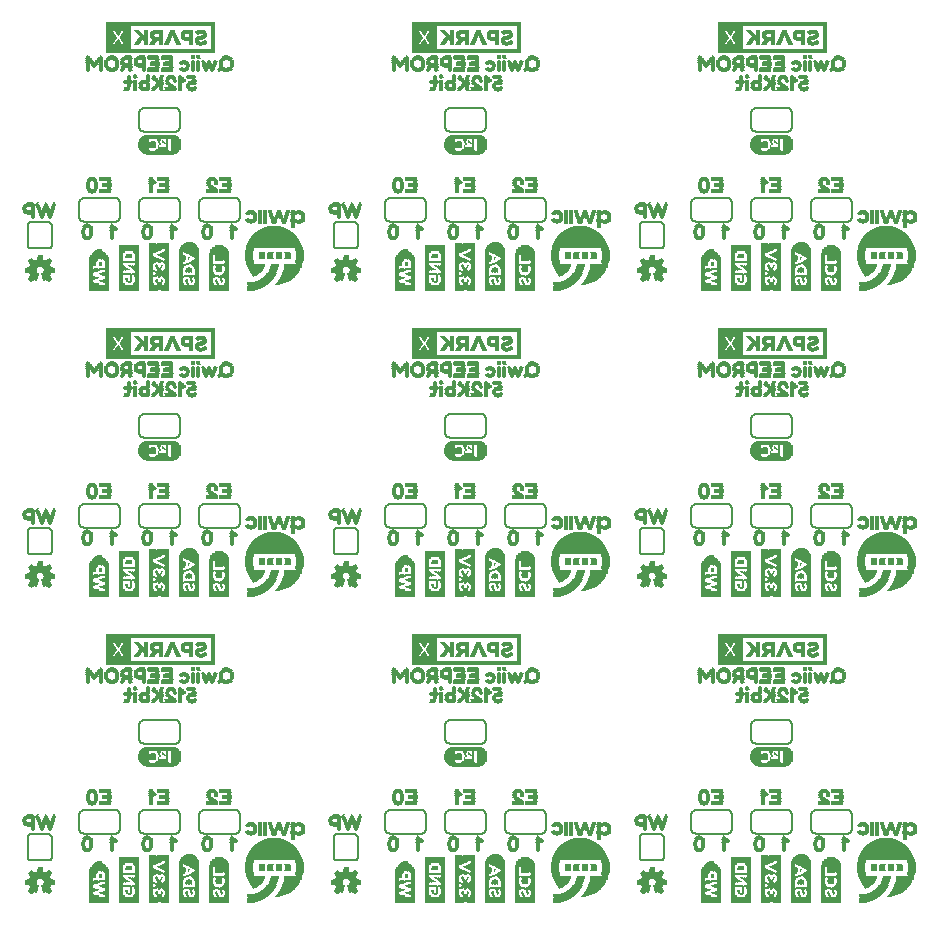
<source format=gbo>
G75*
%MOIN*%
%OFA0B0*%
%FSLAX25Y25*%
%IPPOS*%
%LPD*%
%AMOC8*
5,1,8,0,0,1.08239X$1,22.5*
%
%ADD10C,0.00600*%
%ADD11C,0.00039*%
%ADD12C,0.00299*%
%ADD13R,0.00157X0.15276*%
%ADD14R,0.00157X0.03307*%
%ADD15R,0.00157X0.11024*%
%ADD16R,0.00157X0.02992*%
%ADD17R,0.00157X0.01260*%
%ADD18R,0.00157X0.01890*%
%ADD19R,0.00157X0.00630*%
%ADD20R,0.00157X0.02677*%
%ADD21R,0.00157X0.00787*%
%ADD22R,0.00157X0.01575*%
%ADD23R,0.00157X0.00472*%
%ADD24R,0.00157X0.02520*%
%ADD25R,0.00157X0.01417*%
%ADD26R,0.00157X0.02205*%
%ADD27R,0.00157X0.02362*%
%ADD28R,0.00157X0.02047*%
%ADD29R,0.00157X0.01102*%
%ADD30R,0.00157X0.00945*%
%ADD31R,0.00157X0.02835*%
%ADD32R,0.00157X0.01732*%
%ADD33R,0.00157X0.00157*%
%ADD34R,0.00157X0.00315*%
%ADD35R,0.00157X0.03150*%
%ADD36R,0.00157X0.15906*%
%ADD37R,0.00157X0.03937*%
%ADD38R,0.00157X0.07402*%
%ADD39R,0.00157X0.03622*%
%ADD40R,0.00157X0.03465*%
%ADD41R,0.00157X0.13858*%
%ADD42R,0.00157X0.14331*%
%ADD43R,0.00157X0.14646*%
%ADD44R,0.00157X0.14961*%
%ADD45R,0.00157X0.15118*%
%ADD46R,0.00157X0.15433*%
%ADD47R,0.00157X0.11969*%
%ADD48R,0.00157X0.04567*%
%ADD49R,0.00157X0.04409*%
%ADD50R,0.00157X0.04252*%
%ADD51R,0.00157X0.04094*%
%ADD52R,0.00157X0.03780*%
%ADD53R,0.00157X0.12913*%
%ADD54R,0.00157X0.13386*%
%ADD55R,0.00157X0.13701*%
%ADD56R,0.00157X0.14016*%
%ADD57R,0.00157X0.14173*%
%ADD58R,0.00157X0.14488*%
%ADD59R,0.00157X0.07087*%
%ADD60R,0.00157X0.04882*%
%ADD61R,0.00157X0.05039*%
%ADD62R,0.00157X0.05197*%
%ADD63R,0.09606X0.00157*%
%ADD64R,0.10551X0.00157*%
%ADD65R,0.11181X0.00157*%
%ADD66R,0.11811X0.00157*%
%ADD67R,0.12126X0.00157*%
%ADD68R,0.12441X0.00157*%
%ADD69R,0.12756X0.00157*%
%ADD70R,0.04882X0.00157*%
%ADD71R,0.02835X0.00157*%
%ADD72R,0.03937X0.00157*%
%ADD73R,0.02992X0.00157*%
%ADD74R,0.00787X0.00157*%
%ADD75R,0.02047X0.00157*%
%ADD76R,0.03465X0.00157*%
%ADD77R,0.00630X0.00157*%
%ADD78R,0.01575X0.00157*%
%ADD79R,0.03150X0.00157*%
%ADD80R,0.01260X0.00157*%
%ADD81R,0.00472X0.00157*%
%ADD82R,0.01102X0.00157*%
%ADD83R,0.03307X0.00157*%
%ADD84R,0.00315X0.00157*%
%ADD85R,0.01417X0.00157*%
%ADD86R,0.03780X0.00157*%
%ADD87R,0.05669X0.00157*%
%ADD88R,0.05827X0.00157*%
%ADD89R,0.05984X0.00157*%
%ADD90R,0.00945X0.00157*%
%ADD91R,0.03622X0.00157*%
%ADD92R,0.04094X0.00157*%
%ADD93R,0.04567X0.00157*%
%ADD94R,0.00394X0.00197*%
%ADD95R,0.00197X0.00197*%
%ADD96R,0.01772X0.00197*%
%ADD97R,0.00984X0.00197*%
%ADD98R,0.02756X0.00197*%
%ADD99R,0.01181X0.00197*%
%ADD100R,0.01378X0.00197*%
%ADD101R,0.03346X0.00197*%
%ADD102R,0.03543X0.00197*%
%ADD103R,0.01575X0.00197*%
%ADD104R,0.03740X0.00197*%
%ADD105R,0.03937X0.00197*%
%ADD106R,0.01969X0.00197*%
%ADD107R,0.02165X0.00197*%
%ADD108R,0.02362X0.00197*%
%ADD109R,0.02559X0.00197*%
%ADD110R,0.04134X0.00197*%
%ADD111R,0.02559X0.00236*%
%ADD112R,0.03937X0.00236*%
%ADD113R,0.03150X0.00197*%
%ADD114R,0.01772X0.00236*%
%ADD115R,0.01378X0.00236*%
%ADD116R,0.01181X0.00236*%
%ADD117R,0.00787X0.00197*%
%ADD118R,0.02953X0.00197*%
%ADD119R,0.03346X0.00236*%
%ADD120R,0.03740X0.00236*%
%ADD121R,0.04134X0.00236*%
%ADD122R,0.02362X0.00236*%
%ADD123R,0.02165X0.00236*%
%ADD124R,0.00591X0.00197*%
%ADD125R,0.04331X0.00197*%
%ADD126R,0.05709X0.00197*%
%ADD127R,0.04724X0.00236*%
%ADD128R,0.01575X0.00236*%
%ADD129R,0.00394X0.00236*%
%ADD130R,0.04528X0.00197*%
%ADD131R,0.01969X0.00236*%
%ADD132R,0.00984X0.00236*%
%ADD133R,0.04921X0.00197*%
%ADD134R,0.05118X0.00197*%
%ADD135R,0.04724X0.00197*%
%ADD136R,0.02756X0.00236*%
%ADD137R,0.02953X0.00236*%
%ADD138R,0.00157X0.11339*%
%ADD139R,0.00157X0.11496*%
%ADD140R,0.00157X0.11811*%
%ADD141R,0.00157X0.12126*%
%ADD142R,0.00157X0.12283*%
%ADD143R,0.00157X0.12441*%
%ADD144R,0.00157X0.06457*%
%ADD145R,0.00157X0.05984*%
%ADD146R,0.00157X0.04724*%
%ADD147R,0.00472X0.00079*%
%ADD148R,0.01339X0.00079*%
%ADD149R,0.01260X0.00079*%
%ADD150R,0.00551X0.00079*%
%ADD151R,0.01102X0.00079*%
%ADD152R,0.01417X0.00079*%
%ADD153R,0.01654X0.00079*%
%ADD154R,0.01496X0.00079*%
%ADD155R,0.01890X0.00079*%
%ADD156R,0.02126X0.00079*%
%ADD157R,0.02205X0.00079*%
%ADD158R,0.01575X0.00079*%
%ADD159R,0.02520X0.00079*%
%ADD160R,0.02441X0.00079*%
%ADD161R,0.02756X0.00079*%
%ADD162R,0.02598X0.00079*%
%ADD163R,0.02913X0.00079*%
%ADD164R,0.04252X0.00079*%
%ADD165R,0.03150X0.00079*%
%ADD166R,0.04331X0.00079*%
%ADD167R,0.01732X0.00079*%
%ADD168R,0.03307X0.00079*%
%ADD169R,0.04409X0.00079*%
%ADD170R,0.01811X0.00079*%
%ADD171R,0.03386X0.00079*%
%ADD172R,0.03543X0.00079*%
%ADD173R,0.04488X0.00079*%
%ADD174R,0.03622X0.00079*%
%ADD175R,0.04567X0.00079*%
%ADD176R,0.03780X0.00079*%
%ADD177R,0.01969X0.00079*%
%ADD178R,0.02047X0.00079*%
%ADD179R,0.03701X0.00079*%
%ADD180R,0.01024X0.00079*%
%ADD181R,0.00709X0.00079*%
%ADD182R,0.02283X0.00079*%
%ADD183R,0.00236X0.00079*%
%ADD184R,0.02362X0.00079*%
%ADD185R,0.01181X0.00079*%
%ADD186R,0.00157X0.00079*%
%ADD187R,0.00394X0.00079*%
%ADD188R,0.00630X0.00079*%
%ADD189R,0.00866X0.00079*%
%ADD190R,0.03858X0.00079*%
%ADD191R,0.03465X0.00079*%
%ADD192R,0.02992X0.00079*%
%ADD193R,0.04173X0.00079*%
%ADD194R,0.02835X0.00079*%
%ADD195R,0.03228X0.00079*%
%ADD196R,0.04646X0.00079*%
%ADD197R,0.05276X0.00079*%
%ADD198R,0.05748X0.00079*%
%ADD199R,0.06299X0.00079*%
%ADD200R,0.06693X0.00079*%
%ADD201R,0.07165X0.00079*%
%ADD202R,0.07480X0.00079*%
%ADD203R,0.07795X0.00079*%
%ADD204R,0.08268X0.00079*%
%ADD205R,0.08504X0.00079*%
%ADD206R,0.08898X0.00079*%
%ADD207R,0.09213X0.00079*%
%ADD208R,0.09449X0.00079*%
%ADD209R,0.09764X0.00079*%
%ADD210R,0.10000X0.00079*%
%ADD211R,0.10236X0.00079*%
%ADD212R,0.10551X0.00079*%
%ADD213R,0.10709X0.00079*%
%ADD214R,0.11024X0.00079*%
%ADD215R,0.11181X0.00079*%
%ADD216R,0.11417X0.00079*%
%ADD217R,0.11654X0.00079*%
%ADD218R,0.11811X0.00079*%
%ADD219R,0.12047X0.00079*%
%ADD220R,0.12283X0.00079*%
%ADD221R,0.12441X0.00079*%
%ADD222R,0.12598X0.00079*%
%ADD223R,0.12835X0.00079*%
%ADD224R,0.12992X0.00079*%
%ADD225R,0.13150X0.00079*%
%ADD226R,0.13307X0.00079*%
%ADD227R,0.13465X0.00079*%
%ADD228R,0.13622X0.00079*%
%ADD229R,0.13858X0.00079*%
%ADD230R,0.13937X0.00079*%
%ADD231R,0.14094X0.00079*%
%ADD232R,0.14252X0.00079*%
%ADD233R,0.14409X0.00079*%
%ADD234R,0.14567X0.00079*%
%ADD235R,0.14724X0.00079*%
%ADD236R,0.14882X0.00079*%
%ADD237R,0.14961X0.00079*%
%ADD238R,0.15118X0.00079*%
%ADD239R,0.15197X0.00079*%
%ADD240R,0.15354X0.00079*%
%ADD241R,0.15512X0.00079*%
%ADD242R,0.15591X0.00079*%
%ADD243R,0.15669X0.00079*%
%ADD244R,0.15827X0.00079*%
%ADD245R,0.15984X0.00079*%
%ADD246R,0.16063X0.00079*%
%ADD247R,0.16142X0.00079*%
%ADD248R,0.16220X0.00079*%
%ADD249R,0.16378X0.00079*%
%ADD250R,0.16457X0.00079*%
%ADD251R,0.16535X0.00079*%
%ADD252R,0.16693X0.00079*%
%ADD253R,0.16772X0.00079*%
%ADD254R,0.16850X0.00079*%
%ADD255R,0.16929X0.00079*%
%ADD256R,0.17008X0.00079*%
%ADD257R,0.17087X0.00079*%
%ADD258R,0.17244X0.00079*%
%ADD259R,0.17323X0.00079*%
%ADD260R,0.17480X0.00079*%
%ADD261R,0.17559X0.00079*%
%ADD262R,0.17717X0.00079*%
%ADD263R,0.17795X0.00079*%
%ADD264R,0.17874X0.00079*%
%ADD265R,0.17953X0.00079*%
%ADD266R,0.18031X0.00079*%
%ADD267R,0.18110X0.00079*%
%ADD268R,0.18189X0.00079*%
%ADD269R,0.18268X0.00079*%
%ADD270R,0.18346X0.00079*%
%ADD271R,0.18425X0.00079*%
%ADD272R,0.18504X0.00079*%
%ADD273R,0.18583X0.00079*%
%ADD274R,0.18661X0.00079*%
%ADD275R,0.02677X0.00079*%
%ADD276R,0.05827X0.00079*%
%ADD277R,0.06220X0.00079*%
%ADD278R,0.06142X0.00079*%
%ADD279R,0.06063X0.00079*%
%ADD280R,0.05984X0.00079*%
%ADD281R,0.05906X0.00079*%
%ADD282R,0.05669X0.00079*%
%ADD283R,0.05512X0.00079*%
%ADD284R,0.05591X0.00079*%
%ADD285R,0.05433X0.00079*%
%ADD286R,0.05354X0.00079*%
%ADD287R,0.05197X0.00079*%
%ADD288R,0.05118X0.00079*%
%ADD289R,0.04961X0.00079*%
%ADD290R,0.04803X0.00079*%
%ADD291R,0.04724X0.00079*%
%ADD292R,0.04094X0.00079*%
%ADD293R,0.04016X0.00079*%
%ADD294R,0.03937X0.00079*%
%ADD295R,0.05039X0.00079*%
%ADD296R,0.03071X0.00079*%
%ADD297R,0.04882X0.00079*%
%ADD298R,0.00079X0.00079*%
%ADD299R,0.07244X0.00079*%
%ADD300R,0.07087X0.00079*%
%ADD301R,0.07008X0.00079*%
%ADD302R,0.06929X0.00079*%
%ADD303R,0.06850X0.00079*%
%ADD304R,0.06614X0.00079*%
%ADD305R,0.06535X0.00079*%
%ADD306R,0.06378X0.00079*%
D10*
X0035750Y0050850D02*
X0041750Y0050850D01*
X0041810Y0050852D01*
X0041871Y0050857D01*
X0041930Y0050866D01*
X0041989Y0050879D01*
X0042048Y0050895D01*
X0042105Y0050915D01*
X0042160Y0050938D01*
X0042215Y0050965D01*
X0042267Y0050994D01*
X0042318Y0051027D01*
X0042367Y0051063D01*
X0042413Y0051101D01*
X0042457Y0051143D01*
X0042499Y0051187D01*
X0042537Y0051233D01*
X0042573Y0051282D01*
X0042606Y0051333D01*
X0042635Y0051385D01*
X0042662Y0051440D01*
X0042685Y0051495D01*
X0042705Y0051552D01*
X0042721Y0051611D01*
X0042734Y0051670D01*
X0042743Y0051729D01*
X0042748Y0051790D01*
X0042750Y0051850D01*
X0042750Y0058650D01*
X0042748Y0058710D01*
X0042743Y0058771D01*
X0042734Y0058830D01*
X0042721Y0058889D01*
X0042705Y0058948D01*
X0042685Y0059005D01*
X0042662Y0059060D01*
X0042635Y0059115D01*
X0042606Y0059167D01*
X0042573Y0059218D01*
X0042537Y0059267D01*
X0042499Y0059313D01*
X0042457Y0059357D01*
X0042413Y0059399D01*
X0042367Y0059437D01*
X0042318Y0059473D01*
X0042267Y0059506D01*
X0042215Y0059535D01*
X0042160Y0059562D01*
X0042105Y0059585D01*
X0042048Y0059605D01*
X0041989Y0059621D01*
X0041930Y0059634D01*
X0041871Y0059643D01*
X0041810Y0059648D01*
X0041750Y0059650D01*
X0035750Y0059650D01*
X0035690Y0059648D01*
X0035629Y0059643D01*
X0035570Y0059634D01*
X0035511Y0059621D01*
X0035452Y0059605D01*
X0035395Y0059585D01*
X0035340Y0059562D01*
X0035285Y0059535D01*
X0035233Y0059506D01*
X0035182Y0059473D01*
X0035133Y0059437D01*
X0035087Y0059399D01*
X0035043Y0059357D01*
X0035001Y0059313D01*
X0034963Y0059267D01*
X0034927Y0059218D01*
X0034894Y0059167D01*
X0034865Y0059115D01*
X0034838Y0059060D01*
X0034815Y0059005D01*
X0034795Y0058948D01*
X0034779Y0058889D01*
X0034766Y0058830D01*
X0034757Y0058771D01*
X0034752Y0058710D01*
X0034750Y0058650D01*
X0034750Y0051850D01*
X0034752Y0051790D01*
X0034757Y0051729D01*
X0034766Y0051670D01*
X0034779Y0051611D01*
X0034795Y0051552D01*
X0034815Y0051495D01*
X0034838Y0051440D01*
X0034865Y0051385D01*
X0034894Y0051333D01*
X0034927Y0051282D01*
X0034963Y0051233D01*
X0035001Y0051187D01*
X0035043Y0051143D01*
X0035087Y0051101D01*
X0035133Y0051063D01*
X0035182Y0051027D01*
X0035233Y0050994D01*
X0035285Y0050965D01*
X0035340Y0050938D01*
X0035395Y0050915D01*
X0035452Y0050895D01*
X0035511Y0050879D01*
X0035570Y0050866D01*
X0035629Y0050857D01*
X0035690Y0050852D01*
X0035750Y0050850D01*
X0051950Y0061550D02*
X0051950Y0065950D01*
X0051952Y0066033D01*
X0051958Y0066116D01*
X0051967Y0066199D01*
X0051981Y0066281D01*
X0051998Y0066362D01*
X0052019Y0066443D01*
X0052043Y0066522D01*
X0052072Y0066600D01*
X0052103Y0066677D01*
X0052139Y0066752D01*
X0052177Y0066826D01*
X0052220Y0066898D01*
X0052265Y0066967D01*
X0052314Y0067035D01*
X0052365Y0067100D01*
X0052420Y0067163D01*
X0052477Y0067223D01*
X0052537Y0067280D01*
X0052600Y0067335D01*
X0052665Y0067386D01*
X0052733Y0067435D01*
X0052802Y0067480D01*
X0052874Y0067523D01*
X0052948Y0067561D01*
X0053023Y0067597D01*
X0053100Y0067628D01*
X0053178Y0067657D01*
X0053257Y0067681D01*
X0053338Y0067702D01*
X0053419Y0067719D01*
X0053501Y0067733D01*
X0053584Y0067742D01*
X0053667Y0067748D01*
X0053750Y0067750D01*
X0063750Y0067750D01*
X0063833Y0067748D01*
X0063916Y0067742D01*
X0063999Y0067733D01*
X0064081Y0067719D01*
X0064162Y0067702D01*
X0064243Y0067681D01*
X0064322Y0067657D01*
X0064400Y0067628D01*
X0064477Y0067597D01*
X0064552Y0067561D01*
X0064626Y0067523D01*
X0064698Y0067480D01*
X0064767Y0067435D01*
X0064835Y0067386D01*
X0064900Y0067335D01*
X0064963Y0067280D01*
X0065023Y0067223D01*
X0065080Y0067163D01*
X0065135Y0067100D01*
X0065186Y0067035D01*
X0065235Y0066967D01*
X0065280Y0066898D01*
X0065323Y0066826D01*
X0065361Y0066752D01*
X0065397Y0066677D01*
X0065428Y0066600D01*
X0065457Y0066522D01*
X0065481Y0066443D01*
X0065502Y0066362D01*
X0065519Y0066281D01*
X0065533Y0066199D01*
X0065542Y0066116D01*
X0065548Y0066033D01*
X0065550Y0065950D01*
X0065550Y0061550D01*
X0065548Y0061467D01*
X0065542Y0061384D01*
X0065533Y0061301D01*
X0065519Y0061219D01*
X0065502Y0061138D01*
X0065481Y0061057D01*
X0065457Y0060978D01*
X0065428Y0060900D01*
X0065397Y0060823D01*
X0065361Y0060748D01*
X0065323Y0060674D01*
X0065280Y0060602D01*
X0065235Y0060533D01*
X0065186Y0060465D01*
X0065135Y0060400D01*
X0065080Y0060337D01*
X0065023Y0060277D01*
X0064963Y0060220D01*
X0064900Y0060165D01*
X0064835Y0060114D01*
X0064767Y0060065D01*
X0064698Y0060020D01*
X0064626Y0059977D01*
X0064552Y0059939D01*
X0064477Y0059903D01*
X0064400Y0059872D01*
X0064322Y0059843D01*
X0064243Y0059819D01*
X0064162Y0059798D01*
X0064081Y0059781D01*
X0063999Y0059767D01*
X0063916Y0059758D01*
X0063833Y0059752D01*
X0063750Y0059750D01*
X0053750Y0059750D01*
X0053667Y0059752D01*
X0053584Y0059758D01*
X0053501Y0059767D01*
X0053419Y0059781D01*
X0053338Y0059798D01*
X0053257Y0059819D01*
X0053178Y0059843D01*
X0053100Y0059872D01*
X0053023Y0059903D01*
X0052948Y0059939D01*
X0052874Y0059977D01*
X0052802Y0060020D01*
X0052733Y0060065D01*
X0052665Y0060114D01*
X0052600Y0060165D01*
X0052537Y0060220D01*
X0052477Y0060277D01*
X0052420Y0060337D01*
X0052365Y0060400D01*
X0052314Y0060465D01*
X0052265Y0060533D01*
X0052220Y0060602D01*
X0052177Y0060674D01*
X0052139Y0060748D01*
X0052103Y0060823D01*
X0052072Y0060900D01*
X0052043Y0060978D01*
X0052019Y0061057D01*
X0051998Y0061138D01*
X0051981Y0061219D01*
X0051967Y0061301D01*
X0051958Y0061384D01*
X0051952Y0061467D01*
X0051950Y0061550D01*
X0071950Y0061550D02*
X0071950Y0065950D01*
X0071952Y0066033D01*
X0071958Y0066116D01*
X0071967Y0066199D01*
X0071981Y0066281D01*
X0071998Y0066362D01*
X0072019Y0066443D01*
X0072043Y0066522D01*
X0072072Y0066600D01*
X0072103Y0066677D01*
X0072139Y0066752D01*
X0072177Y0066826D01*
X0072220Y0066898D01*
X0072265Y0066967D01*
X0072314Y0067035D01*
X0072365Y0067100D01*
X0072420Y0067163D01*
X0072477Y0067223D01*
X0072537Y0067280D01*
X0072600Y0067335D01*
X0072665Y0067386D01*
X0072733Y0067435D01*
X0072802Y0067480D01*
X0072874Y0067523D01*
X0072948Y0067561D01*
X0073023Y0067597D01*
X0073100Y0067628D01*
X0073178Y0067657D01*
X0073257Y0067681D01*
X0073338Y0067702D01*
X0073419Y0067719D01*
X0073501Y0067733D01*
X0073584Y0067742D01*
X0073667Y0067748D01*
X0073750Y0067750D01*
X0083750Y0067750D01*
X0083833Y0067748D01*
X0083916Y0067742D01*
X0083999Y0067733D01*
X0084081Y0067719D01*
X0084162Y0067702D01*
X0084243Y0067681D01*
X0084322Y0067657D01*
X0084400Y0067628D01*
X0084477Y0067597D01*
X0084552Y0067561D01*
X0084626Y0067523D01*
X0084698Y0067480D01*
X0084767Y0067435D01*
X0084835Y0067386D01*
X0084900Y0067335D01*
X0084963Y0067280D01*
X0085023Y0067223D01*
X0085080Y0067163D01*
X0085135Y0067100D01*
X0085186Y0067035D01*
X0085235Y0066967D01*
X0085280Y0066898D01*
X0085323Y0066826D01*
X0085361Y0066752D01*
X0085397Y0066677D01*
X0085428Y0066600D01*
X0085457Y0066522D01*
X0085481Y0066443D01*
X0085502Y0066362D01*
X0085519Y0066281D01*
X0085533Y0066199D01*
X0085542Y0066116D01*
X0085548Y0066033D01*
X0085550Y0065950D01*
X0085550Y0061550D01*
X0085548Y0061467D01*
X0085542Y0061384D01*
X0085533Y0061301D01*
X0085519Y0061219D01*
X0085502Y0061138D01*
X0085481Y0061057D01*
X0085457Y0060978D01*
X0085428Y0060900D01*
X0085397Y0060823D01*
X0085361Y0060748D01*
X0085323Y0060674D01*
X0085280Y0060602D01*
X0085235Y0060533D01*
X0085186Y0060465D01*
X0085135Y0060400D01*
X0085080Y0060337D01*
X0085023Y0060277D01*
X0084963Y0060220D01*
X0084900Y0060165D01*
X0084835Y0060114D01*
X0084767Y0060065D01*
X0084698Y0060020D01*
X0084626Y0059977D01*
X0084552Y0059939D01*
X0084477Y0059903D01*
X0084400Y0059872D01*
X0084322Y0059843D01*
X0084243Y0059819D01*
X0084162Y0059798D01*
X0084081Y0059781D01*
X0083999Y0059767D01*
X0083916Y0059758D01*
X0083833Y0059752D01*
X0083750Y0059750D01*
X0073750Y0059750D01*
X0073667Y0059752D01*
X0073584Y0059758D01*
X0073501Y0059767D01*
X0073419Y0059781D01*
X0073338Y0059798D01*
X0073257Y0059819D01*
X0073178Y0059843D01*
X0073100Y0059872D01*
X0073023Y0059903D01*
X0072948Y0059939D01*
X0072874Y0059977D01*
X0072802Y0060020D01*
X0072733Y0060065D01*
X0072665Y0060114D01*
X0072600Y0060165D01*
X0072537Y0060220D01*
X0072477Y0060277D01*
X0072420Y0060337D01*
X0072365Y0060400D01*
X0072314Y0060465D01*
X0072265Y0060533D01*
X0072220Y0060602D01*
X0072177Y0060674D01*
X0072139Y0060748D01*
X0072103Y0060823D01*
X0072072Y0060900D01*
X0072043Y0060978D01*
X0072019Y0061057D01*
X0071998Y0061138D01*
X0071981Y0061219D01*
X0071967Y0061301D01*
X0071958Y0061384D01*
X0071952Y0061467D01*
X0071950Y0061550D01*
X0091950Y0061550D02*
X0091950Y0065950D01*
X0091952Y0066033D01*
X0091958Y0066116D01*
X0091967Y0066199D01*
X0091981Y0066281D01*
X0091998Y0066362D01*
X0092019Y0066443D01*
X0092043Y0066522D01*
X0092072Y0066600D01*
X0092103Y0066677D01*
X0092139Y0066752D01*
X0092177Y0066826D01*
X0092220Y0066898D01*
X0092265Y0066967D01*
X0092314Y0067035D01*
X0092365Y0067100D01*
X0092420Y0067163D01*
X0092477Y0067223D01*
X0092537Y0067280D01*
X0092600Y0067335D01*
X0092665Y0067386D01*
X0092733Y0067435D01*
X0092802Y0067480D01*
X0092874Y0067523D01*
X0092948Y0067561D01*
X0093023Y0067597D01*
X0093100Y0067628D01*
X0093178Y0067657D01*
X0093257Y0067681D01*
X0093338Y0067702D01*
X0093419Y0067719D01*
X0093501Y0067733D01*
X0093584Y0067742D01*
X0093667Y0067748D01*
X0093750Y0067750D01*
X0103750Y0067750D01*
X0103833Y0067748D01*
X0103916Y0067742D01*
X0103999Y0067733D01*
X0104081Y0067719D01*
X0104162Y0067702D01*
X0104243Y0067681D01*
X0104322Y0067657D01*
X0104400Y0067628D01*
X0104477Y0067597D01*
X0104552Y0067561D01*
X0104626Y0067523D01*
X0104698Y0067480D01*
X0104767Y0067435D01*
X0104835Y0067386D01*
X0104900Y0067335D01*
X0104963Y0067280D01*
X0105023Y0067223D01*
X0105080Y0067163D01*
X0105135Y0067100D01*
X0105186Y0067035D01*
X0105235Y0066967D01*
X0105280Y0066898D01*
X0105323Y0066826D01*
X0105361Y0066752D01*
X0105397Y0066677D01*
X0105428Y0066600D01*
X0105457Y0066522D01*
X0105481Y0066443D01*
X0105502Y0066362D01*
X0105519Y0066281D01*
X0105533Y0066199D01*
X0105542Y0066116D01*
X0105548Y0066033D01*
X0105550Y0065950D01*
X0105550Y0061550D01*
X0105548Y0061467D01*
X0105542Y0061384D01*
X0105533Y0061301D01*
X0105519Y0061219D01*
X0105502Y0061138D01*
X0105481Y0061057D01*
X0105457Y0060978D01*
X0105428Y0060900D01*
X0105397Y0060823D01*
X0105361Y0060748D01*
X0105323Y0060674D01*
X0105280Y0060602D01*
X0105235Y0060533D01*
X0105186Y0060465D01*
X0105135Y0060400D01*
X0105080Y0060337D01*
X0105023Y0060277D01*
X0104963Y0060220D01*
X0104900Y0060165D01*
X0104835Y0060114D01*
X0104767Y0060065D01*
X0104698Y0060020D01*
X0104626Y0059977D01*
X0104552Y0059939D01*
X0104477Y0059903D01*
X0104400Y0059872D01*
X0104322Y0059843D01*
X0104243Y0059819D01*
X0104162Y0059798D01*
X0104081Y0059781D01*
X0103999Y0059767D01*
X0103916Y0059758D01*
X0103833Y0059752D01*
X0103750Y0059750D01*
X0093750Y0059750D01*
X0093667Y0059752D01*
X0093584Y0059758D01*
X0093501Y0059767D01*
X0093419Y0059781D01*
X0093338Y0059798D01*
X0093257Y0059819D01*
X0093178Y0059843D01*
X0093100Y0059872D01*
X0093023Y0059903D01*
X0092948Y0059939D01*
X0092874Y0059977D01*
X0092802Y0060020D01*
X0092733Y0060065D01*
X0092665Y0060114D01*
X0092600Y0060165D01*
X0092537Y0060220D01*
X0092477Y0060277D01*
X0092420Y0060337D01*
X0092365Y0060400D01*
X0092314Y0060465D01*
X0092265Y0060533D01*
X0092220Y0060602D01*
X0092177Y0060674D01*
X0092139Y0060748D01*
X0092103Y0060823D01*
X0092072Y0060900D01*
X0092043Y0060978D01*
X0092019Y0061057D01*
X0091998Y0061138D01*
X0091981Y0061219D01*
X0091967Y0061301D01*
X0091958Y0061384D01*
X0091952Y0061467D01*
X0091950Y0061550D01*
X0083750Y0089750D02*
X0073750Y0089750D01*
X0073667Y0089752D01*
X0073584Y0089758D01*
X0073501Y0089767D01*
X0073419Y0089781D01*
X0073338Y0089798D01*
X0073257Y0089819D01*
X0073178Y0089843D01*
X0073100Y0089872D01*
X0073023Y0089903D01*
X0072948Y0089939D01*
X0072874Y0089977D01*
X0072802Y0090020D01*
X0072733Y0090065D01*
X0072665Y0090114D01*
X0072600Y0090165D01*
X0072537Y0090220D01*
X0072477Y0090277D01*
X0072420Y0090337D01*
X0072365Y0090400D01*
X0072314Y0090465D01*
X0072265Y0090533D01*
X0072220Y0090602D01*
X0072177Y0090674D01*
X0072139Y0090748D01*
X0072103Y0090823D01*
X0072072Y0090900D01*
X0072043Y0090978D01*
X0072019Y0091057D01*
X0071998Y0091138D01*
X0071981Y0091219D01*
X0071967Y0091301D01*
X0071958Y0091384D01*
X0071952Y0091467D01*
X0071950Y0091550D01*
X0071950Y0095950D01*
X0071952Y0096033D01*
X0071958Y0096116D01*
X0071967Y0096199D01*
X0071981Y0096281D01*
X0071998Y0096362D01*
X0072019Y0096443D01*
X0072043Y0096522D01*
X0072072Y0096600D01*
X0072103Y0096677D01*
X0072139Y0096752D01*
X0072177Y0096826D01*
X0072220Y0096898D01*
X0072265Y0096967D01*
X0072314Y0097035D01*
X0072365Y0097100D01*
X0072420Y0097163D01*
X0072477Y0097223D01*
X0072537Y0097280D01*
X0072600Y0097335D01*
X0072665Y0097386D01*
X0072733Y0097435D01*
X0072802Y0097480D01*
X0072874Y0097523D01*
X0072948Y0097561D01*
X0073023Y0097597D01*
X0073100Y0097628D01*
X0073178Y0097657D01*
X0073257Y0097681D01*
X0073338Y0097702D01*
X0073419Y0097719D01*
X0073501Y0097733D01*
X0073584Y0097742D01*
X0073667Y0097748D01*
X0073750Y0097750D01*
X0083750Y0097750D01*
X0083833Y0097748D01*
X0083916Y0097742D01*
X0083999Y0097733D01*
X0084081Y0097719D01*
X0084162Y0097702D01*
X0084243Y0097681D01*
X0084322Y0097657D01*
X0084400Y0097628D01*
X0084477Y0097597D01*
X0084552Y0097561D01*
X0084626Y0097523D01*
X0084698Y0097480D01*
X0084767Y0097435D01*
X0084835Y0097386D01*
X0084900Y0097335D01*
X0084963Y0097280D01*
X0085023Y0097223D01*
X0085080Y0097163D01*
X0085135Y0097100D01*
X0085186Y0097035D01*
X0085235Y0096967D01*
X0085280Y0096898D01*
X0085323Y0096826D01*
X0085361Y0096752D01*
X0085397Y0096677D01*
X0085428Y0096600D01*
X0085457Y0096522D01*
X0085481Y0096443D01*
X0085502Y0096362D01*
X0085519Y0096281D01*
X0085533Y0096199D01*
X0085542Y0096116D01*
X0085548Y0096033D01*
X0085550Y0095950D01*
X0085550Y0091550D01*
X0085548Y0091467D01*
X0085542Y0091384D01*
X0085533Y0091301D01*
X0085519Y0091219D01*
X0085502Y0091138D01*
X0085481Y0091057D01*
X0085457Y0090978D01*
X0085428Y0090900D01*
X0085397Y0090823D01*
X0085361Y0090748D01*
X0085323Y0090674D01*
X0085280Y0090602D01*
X0085235Y0090533D01*
X0085186Y0090465D01*
X0085135Y0090400D01*
X0085080Y0090337D01*
X0085023Y0090277D01*
X0084963Y0090220D01*
X0084900Y0090165D01*
X0084835Y0090114D01*
X0084767Y0090065D01*
X0084698Y0090020D01*
X0084626Y0089977D01*
X0084552Y0089939D01*
X0084477Y0089903D01*
X0084400Y0089872D01*
X0084322Y0089843D01*
X0084243Y0089819D01*
X0084162Y0089798D01*
X0084081Y0089781D01*
X0083999Y0089767D01*
X0083916Y0089758D01*
X0083833Y0089752D01*
X0083750Y0089750D01*
X0136750Y0058650D02*
X0136750Y0051850D01*
X0136752Y0051790D01*
X0136757Y0051729D01*
X0136766Y0051670D01*
X0136779Y0051611D01*
X0136795Y0051552D01*
X0136815Y0051495D01*
X0136838Y0051440D01*
X0136865Y0051385D01*
X0136894Y0051333D01*
X0136927Y0051282D01*
X0136963Y0051233D01*
X0137001Y0051187D01*
X0137043Y0051143D01*
X0137087Y0051101D01*
X0137133Y0051063D01*
X0137182Y0051027D01*
X0137233Y0050994D01*
X0137285Y0050965D01*
X0137340Y0050938D01*
X0137395Y0050915D01*
X0137452Y0050895D01*
X0137511Y0050879D01*
X0137570Y0050866D01*
X0137629Y0050857D01*
X0137690Y0050852D01*
X0137750Y0050850D01*
X0143750Y0050850D01*
X0143810Y0050852D01*
X0143871Y0050857D01*
X0143930Y0050866D01*
X0143989Y0050879D01*
X0144048Y0050895D01*
X0144105Y0050915D01*
X0144160Y0050938D01*
X0144215Y0050965D01*
X0144267Y0050994D01*
X0144318Y0051027D01*
X0144367Y0051063D01*
X0144413Y0051101D01*
X0144457Y0051143D01*
X0144499Y0051187D01*
X0144537Y0051233D01*
X0144573Y0051282D01*
X0144606Y0051333D01*
X0144635Y0051385D01*
X0144662Y0051440D01*
X0144685Y0051495D01*
X0144705Y0051552D01*
X0144721Y0051611D01*
X0144734Y0051670D01*
X0144743Y0051729D01*
X0144748Y0051790D01*
X0144750Y0051850D01*
X0144750Y0058650D01*
X0144748Y0058710D01*
X0144743Y0058771D01*
X0144734Y0058830D01*
X0144721Y0058889D01*
X0144705Y0058948D01*
X0144685Y0059005D01*
X0144662Y0059060D01*
X0144635Y0059115D01*
X0144606Y0059167D01*
X0144573Y0059218D01*
X0144537Y0059267D01*
X0144499Y0059313D01*
X0144457Y0059357D01*
X0144413Y0059399D01*
X0144367Y0059437D01*
X0144318Y0059473D01*
X0144267Y0059506D01*
X0144215Y0059535D01*
X0144160Y0059562D01*
X0144105Y0059585D01*
X0144048Y0059605D01*
X0143989Y0059621D01*
X0143930Y0059634D01*
X0143871Y0059643D01*
X0143810Y0059648D01*
X0143750Y0059650D01*
X0137750Y0059650D01*
X0137690Y0059648D01*
X0137629Y0059643D01*
X0137570Y0059634D01*
X0137511Y0059621D01*
X0137452Y0059605D01*
X0137395Y0059585D01*
X0137340Y0059562D01*
X0137285Y0059535D01*
X0137233Y0059506D01*
X0137182Y0059473D01*
X0137133Y0059437D01*
X0137087Y0059399D01*
X0137043Y0059357D01*
X0137001Y0059313D01*
X0136963Y0059267D01*
X0136927Y0059218D01*
X0136894Y0059167D01*
X0136865Y0059115D01*
X0136838Y0059060D01*
X0136815Y0059005D01*
X0136795Y0058948D01*
X0136779Y0058889D01*
X0136766Y0058830D01*
X0136757Y0058771D01*
X0136752Y0058710D01*
X0136750Y0058650D01*
X0153950Y0061550D02*
X0153950Y0065950D01*
X0153952Y0066033D01*
X0153958Y0066116D01*
X0153967Y0066199D01*
X0153981Y0066281D01*
X0153998Y0066362D01*
X0154019Y0066443D01*
X0154043Y0066522D01*
X0154072Y0066600D01*
X0154103Y0066677D01*
X0154139Y0066752D01*
X0154177Y0066826D01*
X0154220Y0066898D01*
X0154265Y0066967D01*
X0154314Y0067035D01*
X0154365Y0067100D01*
X0154420Y0067163D01*
X0154477Y0067223D01*
X0154537Y0067280D01*
X0154600Y0067335D01*
X0154665Y0067386D01*
X0154733Y0067435D01*
X0154802Y0067480D01*
X0154874Y0067523D01*
X0154948Y0067561D01*
X0155023Y0067597D01*
X0155100Y0067628D01*
X0155178Y0067657D01*
X0155257Y0067681D01*
X0155338Y0067702D01*
X0155419Y0067719D01*
X0155501Y0067733D01*
X0155584Y0067742D01*
X0155667Y0067748D01*
X0155750Y0067750D01*
X0165750Y0067750D01*
X0165833Y0067748D01*
X0165916Y0067742D01*
X0165999Y0067733D01*
X0166081Y0067719D01*
X0166162Y0067702D01*
X0166243Y0067681D01*
X0166322Y0067657D01*
X0166400Y0067628D01*
X0166477Y0067597D01*
X0166552Y0067561D01*
X0166626Y0067523D01*
X0166698Y0067480D01*
X0166767Y0067435D01*
X0166835Y0067386D01*
X0166900Y0067335D01*
X0166963Y0067280D01*
X0167023Y0067223D01*
X0167080Y0067163D01*
X0167135Y0067100D01*
X0167186Y0067035D01*
X0167235Y0066967D01*
X0167280Y0066898D01*
X0167323Y0066826D01*
X0167361Y0066752D01*
X0167397Y0066677D01*
X0167428Y0066600D01*
X0167457Y0066522D01*
X0167481Y0066443D01*
X0167502Y0066362D01*
X0167519Y0066281D01*
X0167533Y0066199D01*
X0167542Y0066116D01*
X0167548Y0066033D01*
X0167550Y0065950D01*
X0167550Y0061550D01*
X0167548Y0061467D01*
X0167542Y0061384D01*
X0167533Y0061301D01*
X0167519Y0061219D01*
X0167502Y0061138D01*
X0167481Y0061057D01*
X0167457Y0060978D01*
X0167428Y0060900D01*
X0167397Y0060823D01*
X0167361Y0060748D01*
X0167323Y0060674D01*
X0167280Y0060602D01*
X0167235Y0060533D01*
X0167186Y0060465D01*
X0167135Y0060400D01*
X0167080Y0060337D01*
X0167023Y0060277D01*
X0166963Y0060220D01*
X0166900Y0060165D01*
X0166835Y0060114D01*
X0166767Y0060065D01*
X0166698Y0060020D01*
X0166626Y0059977D01*
X0166552Y0059939D01*
X0166477Y0059903D01*
X0166400Y0059872D01*
X0166322Y0059843D01*
X0166243Y0059819D01*
X0166162Y0059798D01*
X0166081Y0059781D01*
X0165999Y0059767D01*
X0165916Y0059758D01*
X0165833Y0059752D01*
X0165750Y0059750D01*
X0155750Y0059750D01*
X0155667Y0059752D01*
X0155584Y0059758D01*
X0155501Y0059767D01*
X0155419Y0059781D01*
X0155338Y0059798D01*
X0155257Y0059819D01*
X0155178Y0059843D01*
X0155100Y0059872D01*
X0155023Y0059903D01*
X0154948Y0059939D01*
X0154874Y0059977D01*
X0154802Y0060020D01*
X0154733Y0060065D01*
X0154665Y0060114D01*
X0154600Y0060165D01*
X0154537Y0060220D01*
X0154477Y0060277D01*
X0154420Y0060337D01*
X0154365Y0060400D01*
X0154314Y0060465D01*
X0154265Y0060533D01*
X0154220Y0060602D01*
X0154177Y0060674D01*
X0154139Y0060748D01*
X0154103Y0060823D01*
X0154072Y0060900D01*
X0154043Y0060978D01*
X0154019Y0061057D01*
X0153998Y0061138D01*
X0153981Y0061219D01*
X0153967Y0061301D01*
X0153958Y0061384D01*
X0153952Y0061467D01*
X0153950Y0061550D01*
X0173950Y0061550D02*
X0173950Y0065950D01*
X0173952Y0066033D01*
X0173958Y0066116D01*
X0173967Y0066199D01*
X0173981Y0066281D01*
X0173998Y0066362D01*
X0174019Y0066443D01*
X0174043Y0066522D01*
X0174072Y0066600D01*
X0174103Y0066677D01*
X0174139Y0066752D01*
X0174177Y0066826D01*
X0174220Y0066898D01*
X0174265Y0066967D01*
X0174314Y0067035D01*
X0174365Y0067100D01*
X0174420Y0067163D01*
X0174477Y0067223D01*
X0174537Y0067280D01*
X0174600Y0067335D01*
X0174665Y0067386D01*
X0174733Y0067435D01*
X0174802Y0067480D01*
X0174874Y0067523D01*
X0174948Y0067561D01*
X0175023Y0067597D01*
X0175100Y0067628D01*
X0175178Y0067657D01*
X0175257Y0067681D01*
X0175338Y0067702D01*
X0175419Y0067719D01*
X0175501Y0067733D01*
X0175584Y0067742D01*
X0175667Y0067748D01*
X0175750Y0067750D01*
X0185750Y0067750D01*
X0185833Y0067748D01*
X0185916Y0067742D01*
X0185999Y0067733D01*
X0186081Y0067719D01*
X0186162Y0067702D01*
X0186243Y0067681D01*
X0186322Y0067657D01*
X0186400Y0067628D01*
X0186477Y0067597D01*
X0186552Y0067561D01*
X0186626Y0067523D01*
X0186698Y0067480D01*
X0186767Y0067435D01*
X0186835Y0067386D01*
X0186900Y0067335D01*
X0186963Y0067280D01*
X0187023Y0067223D01*
X0187080Y0067163D01*
X0187135Y0067100D01*
X0187186Y0067035D01*
X0187235Y0066967D01*
X0187280Y0066898D01*
X0187323Y0066826D01*
X0187361Y0066752D01*
X0187397Y0066677D01*
X0187428Y0066600D01*
X0187457Y0066522D01*
X0187481Y0066443D01*
X0187502Y0066362D01*
X0187519Y0066281D01*
X0187533Y0066199D01*
X0187542Y0066116D01*
X0187548Y0066033D01*
X0187550Y0065950D01*
X0187550Y0061550D01*
X0187548Y0061467D01*
X0187542Y0061384D01*
X0187533Y0061301D01*
X0187519Y0061219D01*
X0187502Y0061138D01*
X0187481Y0061057D01*
X0187457Y0060978D01*
X0187428Y0060900D01*
X0187397Y0060823D01*
X0187361Y0060748D01*
X0187323Y0060674D01*
X0187280Y0060602D01*
X0187235Y0060533D01*
X0187186Y0060465D01*
X0187135Y0060400D01*
X0187080Y0060337D01*
X0187023Y0060277D01*
X0186963Y0060220D01*
X0186900Y0060165D01*
X0186835Y0060114D01*
X0186767Y0060065D01*
X0186698Y0060020D01*
X0186626Y0059977D01*
X0186552Y0059939D01*
X0186477Y0059903D01*
X0186400Y0059872D01*
X0186322Y0059843D01*
X0186243Y0059819D01*
X0186162Y0059798D01*
X0186081Y0059781D01*
X0185999Y0059767D01*
X0185916Y0059758D01*
X0185833Y0059752D01*
X0185750Y0059750D01*
X0175750Y0059750D01*
X0175667Y0059752D01*
X0175584Y0059758D01*
X0175501Y0059767D01*
X0175419Y0059781D01*
X0175338Y0059798D01*
X0175257Y0059819D01*
X0175178Y0059843D01*
X0175100Y0059872D01*
X0175023Y0059903D01*
X0174948Y0059939D01*
X0174874Y0059977D01*
X0174802Y0060020D01*
X0174733Y0060065D01*
X0174665Y0060114D01*
X0174600Y0060165D01*
X0174537Y0060220D01*
X0174477Y0060277D01*
X0174420Y0060337D01*
X0174365Y0060400D01*
X0174314Y0060465D01*
X0174265Y0060533D01*
X0174220Y0060602D01*
X0174177Y0060674D01*
X0174139Y0060748D01*
X0174103Y0060823D01*
X0174072Y0060900D01*
X0174043Y0060978D01*
X0174019Y0061057D01*
X0173998Y0061138D01*
X0173981Y0061219D01*
X0173967Y0061301D01*
X0173958Y0061384D01*
X0173952Y0061467D01*
X0173950Y0061550D01*
X0193950Y0061550D02*
X0193950Y0065950D01*
X0193952Y0066033D01*
X0193958Y0066116D01*
X0193967Y0066199D01*
X0193981Y0066281D01*
X0193998Y0066362D01*
X0194019Y0066443D01*
X0194043Y0066522D01*
X0194072Y0066600D01*
X0194103Y0066677D01*
X0194139Y0066752D01*
X0194177Y0066826D01*
X0194220Y0066898D01*
X0194265Y0066967D01*
X0194314Y0067035D01*
X0194365Y0067100D01*
X0194420Y0067163D01*
X0194477Y0067223D01*
X0194537Y0067280D01*
X0194600Y0067335D01*
X0194665Y0067386D01*
X0194733Y0067435D01*
X0194802Y0067480D01*
X0194874Y0067523D01*
X0194948Y0067561D01*
X0195023Y0067597D01*
X0195100Y0067628D01*
X0195178Y0067657D01*
X0195257Y0067681D01*
X0195338Y0067702D01*
X0195419Y0067719D01*
X0195501Y0067733D01*
X0195584Y0067742D01*
X0195667Y0067748D01*
X0195750Y0067750D01*
X0205750Y0067750D01*
X0205833Y0067748D01*
X0205916Y0067742D01*
X0205999Y0067733D01*
X0206081Y0067719D01*
X0206162Y0067702D01*
X0206243Y0067681D01*
X0206322Y0067657D01*
X0206400Y0067628D01*
X0206477Y0067597D01*
X0206552Y0067561D01*
X0206626Y0067523D01*
X0206698Y0067480D01*
X0206767Y0067435D01*
X0206835Y0067386D01*
X0206900Y0067335D01*
X0206963Y0067280D01*
X0207023Y0067223D01*
X0207080Y0067163D01*
X0207135Y0067100D01*
X0207186Y0067035D01*
X0207235Y0066967D01*
X0207280Y0066898D01*
X0207323Y0066826D01*
X0207361Y0066752D01*
X0207397Y0066677D01*
X0207428Y0066600D01*
X0207457Y0066522D01*
X0207481Y0066443D01*
X0207502Y0066362D01*
X0207519Y0066281D01*
X0207533Y0066199D01*
X0207542Y0066116D01*
X0207548Y0066033D01*
X0207550Y0065950D01*
X0207550Y0061550D01*
X0207548Y0061467D01*
X0207542Y0061384D01*
X0207533Y0061301D01*
X0207519Y0061219D01*
X0207502Y0061138D01*
X0207481Y0061057D01*
X0207457Y0060978D01*
X0207428Y0060900D01*
X0207397Y0060823D01*
X0207361Y0060748D01*
X0207323Y0060674D01*
X0207280Y0060602D01*
X0207235Y0060533D01*
X0207186Y0060465D01*
X0207135Y0060400D01*
X0207080Y0060337D01*
X0207023Y0060277D01*
X0206963Y0060220D01*
X0206900Y0060165D01*
X0206835Y0060114D01*
X0206767Y0060065D01*
X0206698Y0060020D01*
X0206626Y0059977D01*
X0206552Y0059939D01*
X0206477Y0059903D01*
X0206400Y0059872D01*
X0206322Y0059843D01*
X0206243Y0059819D01*
X0206162Y0059798D01*
X0206081Y0059781D01*
X0205999Y0059767D01*
X0205916Y0059758D01*
X0205833Y0059752D01*
X0205750Y0059750D01*
X0195750Y0059750D01*
X0195667Y0059752D01*
X0195584Y0059758D01*
X0195501Y0059767D01*
X0195419Y0059781D01*
X0195338Y0059798D01*
X0195257Y0059819D01*
X0195178Y0059843D01*
X0195100Y0059872D01*
X0195023Y0059903D01*
X0194948Y0059939D01*
X0194874Y0059977D01*
X0194802Y0060020D01*
X0194733Y0060065D01*
X0194665Y0060114D01*
X0194600Y0060165D01*
X0194537Y0060220D01*
X0194477Y0060277D01*
X0194420Y0060337D01*
X0194365Y0060400D01*
X0194314Y0060465D01*
X0194265Y0060533D01*
X0194220Y0060602D01*
X0194177Y0060674D01*
X0194139Y0060748D01*
X0194103Y0060823D01*
X0194072Y0060900D01*
X0194043Y0060978D01*
X0194019Y0061057D01*
X0193998Y0061138D01*
X0193981Y0061219D01*
X0193967Y0061301D01*
X0193958Y0061384D01*
X0193952Y0061467D01*
X0193950Y0061550D01*
X0185750Y0089750D02*
X0175750Y0089750D01*
X0175667Y0089752D01*
X0175584Y0089758D01*
X0175501Y0089767D01*
X0175419Y0089781D01*
X0175338Y0089798D01*
X0175257Y0089819D01*
X0175178Y0089843D01*
X0175100Y0089872D01*
X0175023Y0089903D01*
X0174948Y0089939D01*
X0174874Y0089977D01*
X0174802Y0090020D01*
X0174733Y0090065D01*
X0174665Y0090114D01*
X0174600Y0090165D01*
X0174537Y0090220D01*
X0174477Y0090277D01*
X0174420Y0090337D01*
X0174365Y0090400D01*
X0174314Y0090465D01*
X0174265Y0090533D01*
X0174220Y0090602D01*
X0174177Y0090674D01*
X0174139Y0090748D01*
X0174103Y0090823D01*
X0174072Y0090900D01*
X0174043Y0090978D01*
X0174019Y0091057D01*
X0173998Y0091138D01*
X0173981Y0091219D01*
X0173967Y0091301D01*
X0173958Y0091384D01*
X0173952Y0091467D01*
X0173950Y0091550D01*
X0173950Y0095950D01*
X0173952Y0096033D01*
X0173958Y0096116D01*
X0173967Y0096199D01*
X0173981Y0096281D01*
X0173998Y0096362D01*
X0174019Y0096443D01*
X0174043Y0096522D01*
X0174072Y0096600D01*
X0174103Y0096677D01*
X0174139Y0096752D01*
X0174177Y0096826D01*
X0174220Y0096898D01*
X0174265Y0096967D01*
X0174314Y0097035D01*
X0174365Y0097100D01*
X0174420Y0097163D01*
X0174477Y0097223D01*
X0174537Y0097280D01*
X0174600Y0097335D01*
X0174665Y0097386D01*
X0174733Y0097435D01*
X0174802Y0097480D01*
X0174874Y0097523D01*
X0174948Y0097561D01*
X0175023Y0097597D01*
X0175100Y0097628D01*
X0175178Y0097657D01*
X0175257Y0097681D01*
X0175338Y0097702D01*
X0175419Y0097719D01*
X0175501Y0097733D01*
X0175584Y0097742D01*
X0175667Y0097748D01*
X0175750Y0097750D01*
X0185750Y0097750D01*
X0185833Y0097748D01*
X0185916Y0097742D01*
X0185999Y0097733D01*
X0186081Y0097719D01*
X0186162Y0097702D01*
X0186243Y0097681D01*
X0186322Y0097657D01*
X0186400Y0097628D01*
X0186477Y0097597D01*
X0186552Y0097561D01*
X0186626Y0097523D01*
X0186698Y0097480D01*
X0186767Y0097435D01*
X0186835Y0097386D01*
X0186900Y0097335D01*
X0186963Y0097280D01*
X0187023Y0097223D01*
X0187080Y0097163D01*
X0187135Y0097100D01*
X0187186Y0097035D01*
X0187235Y0096967D01*
X0187280Y0096898D01*
X0187323Y0096826D01*
X0187361Y0096752D01*
X0187397Y0096677D01*
X0187428Y0096600D01*
X0187457Y0096522D01*
X0187481Y0096443D01*
X0187502Y0096362D01*
X0187519Y0096281D01*
X0187533Y0096199D01*
X0187542Y0096116D01*
X0187548Y0096033D01*
X0187550Y0095950D01*
X0187550Y0091550D01*
X0187548Y0091467D01*
X0187542Y0091384D01*
X0187533Y0091301D01*
X0187519Y0091219D01*
X0187502Y0091138D01*
X0187481Y0091057D01*
X0187457Y0090978D01*
X0187428Y0090900D01*
X0187397Y0090823D01*
X0187361Y0090748D01*
X0187323Y0090674D01*
X0187280Y0090602D01*
X0187235Y0090533D01*
X0187186Y0090465D01*
X0187135Y0090400D01*
X0187080Y0090337D01*
X0187023Y0090277D01*
X0186963Y0090220D01*
X0186900Y0090165D01*
X0186835Y0090114D01*
X0186767Y0090065D01*
X0186698Y0090020D01*
X0186626Y0089977D01*
X0186552Y0089939D01*
X0186477Y0089903D01*
X0186400Y0089872D01*
X0186322Y0089843D01*
X0186243Y0089819D01*
X0186162Y0089798D01*
X0186081Y0089781D01*
X0185999Y0089767D01*
X0185916Y0089758D01*
X0185833Y0089752D01*
X0185750Y0089750D01*
X0238750Y0058650D02*
X0238750Y0051850D01*
X0238752Y0051790D01*
X0238757Y0051729D01*
X0238766Y0051670D01*
X0238779Y0051611D01*
X0238795Y0051552D01*
X0238815Y0051495D01*
X0238838Y0051440D01*
X0238865Y0051385D01*
X0238894Y0051333D01*
X0238927Y0051282D01*
X0238963Y0051233D01*
X0239001Y0051187D01*
X0239043Y0051143D01*
X0239087Y0051101D01*
X0239133Y0051063D01*
X0239182Y0051027D01*
X0239233Y0050994D01*
X0239285Y0050965D01*
X0239340Y0050938D01*
X0239395Y0050915D01*
X0239452Y0050895D01*
X0239511Y0050879D01*
X0239570Y0050866D01*
X0239629Y0050857D01*
X0239690Y0050852D01*
X0239750Y0050850D01*
X0245750Y0050850D01*
X0245810Y0050852D01*
X0245871Y0050857D01*
X0245930Y0050866D01*
X0245989Y0050879D01*
X0246048Y0050895D01*
X0246105Y0050915D01*
X0246160Y0050938D01*
X0246215Y0050965D01*
X0246267Y0050994D01*
X0246318Y0051027D01*
X0246367Y0051063D01*
X0246413Y0051101D01*
X0246457Y0051143D01*
X0246499Y0051187D01*
X0246537Y0051233D01*
X0246573Y0051282D01*
X0246606Y0051333D01*
X0246635Y0051385D01*
X0246662Y0051440D01*
X0246685Y0051495D01*
X0246705Y0051552D01*
X0246721Y0051611D01*
X0246734Y0051670D01*
X0246743Y0051729D01*
X0246748Y0051790D01*
X0246750Y0051850D01*
X0246750Y0058650D01*
X0246748Y0058710D01*
X0246743Y0058771D01*
X0246734Y0058830D01*
X0246721Y0058889D01*
X0246705Y0058948D01*
X0246685Y0059005D01*
X0246662Y0059060D01*
X0246635Y0059115D01*
X0246606Y0059167D01*
X0246573Y0059218D01*
X0246537Y0059267D01*
X0246499Y0059313D01*
X0246457Y0059357D01*
X0246413Y0059399D01*
X0246367Y0059437D01*
X0246318Y0059473D01*
X0246267Y0059506D01*
X0246215Y0059535D01*
X0246160Y0059562D01*
X0246105Y0059585D01*
X0246048Y0059605D01*
X0245989Y0059621D01*
X0245930Y0059634D01*
X0245871Y0059643D01*
X0245810Y0059648D01*
X0245750Y0059650D01*
X0239750Y0059650D01*
X0239690Y0059648D01*
X0239629Y0059643D01*
X0239570Y0059634D01*
X0239511Y0059621D01*
X0239452Y0059605D01*
X0239395Y0059585D01*
X0239340Y0059562D01*
X0239285Y0059535D01*
X0239233Y0059506D01*
X0239182Y0059473D01*
X0239133Y0059437D01*
X0239087Y0059399D01*
X0239043Y0059357D01*
X0239001Y0059313D01*
X0238963Y0059267D01*
X0238927Y0059218D01*
X0238894Y0059167D01*
X0238865Y0059115D01*
X0238838Y0059060D01*
X0238815Y0059005D01*
X0238795Y0058948D01*
X0238779Y0058889D01*
X0238766Y0058830D01*
X0238757Y0058771D01*
X0238752Y0058710D01*
X0238750Y0058650D01*
X0255950Y0061550D02*
X0255950Y0065950D01*
X0255952Y0066033D01*
X0255958Y0066116D01*
X0255967Y0066199D01*
X0255981Y0066281D01*
X0255998Y0066362D01*
X0256019Y0066443D01*
X0256043Y0066522D01*
X0256072Y0066600D01*
X0256103Y0066677D01*
X0256139Y0066752D01*
X0256177Y0066826D01*
X0256220Y0066898D01*
X0256265Y0066967D01*
X0256314Y0067035D01*
X0256365Y0067100D01*
X0256420Y0067163D01*
X0256477Y0067223D01*
X0256537Y0067280D01*
X0256600Y0067335D01*
X0256665Y0067386D01*
X0256733Y0067435D01*
X0256802Y0067480D01*
X0256874Y0067523D01*
X0256948Y0067561D01*
X0257023Y0067597D01*
X0257100Y0067628D01*
X0257178Y0067657D01*
X0257257Y0067681D01*
X0257338Y0067702D01*
X0257419Y0067719D01*
X0257501Y0067733D01*
X0257584Y0067742D01*
X0257667Y0067748D01*
X0257750Y0067750D01*
X0267750Y0067750D01*
X0267833Y0067748D01*
X0267916Y0067742D01*
X0267999Y0067733D01*
X0268081Y0067719D01*
X0268162Y0067702D01*
X0268243Y0067681D01*
X0268322Y0067657D01*
X0268400Y0067628D01*
X0268477Y0067597D01*
X0268552Y0067561D01*
X0268626Y0067523D01*
X0268698Y0067480D01*
X0268767Y0067435D01*
X0268835Y0067386D01*
X0268900Y0067335D01*
X0268963Y0067280D01*
X0269023Y0067223D01*
X0269080Y0067163D01*
X0269135Y0067100D01*
X0269186Y0067035D01*
X0269235Y0066967D01*
X0269280Y0066898D01*
X0269323Y0066826D01*
X0269361Y0066752D01*
X0269397Y0066677D01*
X0269428Y0066600D01*
X0269457Y0066522D01*
X0269481Y0066443D01*
X0269502Y0066362D01*
X0269519Y0066281D01*
X0269533Y0066199D01*
X0269542Y0066116D01*
X0269548Y0066033D01*
X0269550Y0065950D01*
X0269550Y0061550D01*
X0269548Y0061467D01*
X0269542Y0061384D01*
X0269533Y0061301D01*
X0269519Y0061219D01*
X0269502Y0061138D01*
X0269481Y0061057D01*
X0269457Y0060978D01*
X0269428Y0060900D01*
X0269397Y0060823D01*
X0269361Y0060748D01*
X0269323Y0060674D01*
X0269280Y0060602D01*
X0269235Y0060533D01*
X0269186Y0060465D01*
X0269135Y0060400D01*
X0269080Y0060337D01*
X0269023Y0060277D01*
X0268963Y0060220D01*
X0268900Y0060165D01*
X0268835Y0060114D01*
X0268767Y0060065D01*
X0268698Y0060020D01*
X0268626Y0059977D01*
X0268552Y0059939D01*
X0268477Y0059903D01*
X0268400Y0059872D01*
X0268322Y0059843D01*
X0268243Y0059819D01*
X0268162Y0059798D01*
X0268081Y0059781D01*
X0267999Y0059767D01*
X0267916Y0059758D01*
X0267833Y0059752D01*
X0267750Y0059750D01*
X0257750Y0059750D01*
X0257667Y0059752D01*
X0257584Y0059758D01*
X0257501Y0059767D01*
X0257419Y0059781D01*
X0257338Y0059798D01*
X0257257Y0059819D01*
X0257178Y0059843D01*
X0257100Y0059872D01*
X0257023Y0059903D01*
X0256948Y0059939D01*
X0256874Y0059977D01*
X0256802Y0060020D01*
X0256733Y0060065D01*
X0256665Y0060114D01*
X0256600Y0060165D01*
X0256537Y0060220D01*
X0256477Y0060277D01*
X0256420Y0060337D01*
X0256365Y0060400D01*
X0256314Y0060465D01*
X0256265Y0060533D01*
X0256220Y0060602D01*
X0256177Y0060674D01*
X0256139Y0060748D01*
X0256103Y0060823D01*
X0256072Y0060900D01*
X0256043Y0060978D01*
X0256019Y0061057D01*
X0255998Y0061138D01*
X0255981Y0061219D01*
X0255967Y0061301D01*
X0255958Y0061384D01*
X0255952Y0061467D01*
X0255950Y0061550D01*
X0275950Y0061550D02*
X0275950Y0065950D01*
X0275952Y0066033D01*
X0275958Y0066116D01*
X0275967Y0066199D01*
X0275981Y0066281D01*
X0275998Y0066362D01*
X0276019Y0066443D01*
X0276043Y0066522D01*
X0276072Y0066600D01*
X0276103Y0066677D01*
X0276139Y0066752D01*
X0276177Y0066826D01*
X0276220Y0066898D01*
X0276265Y0066967D01*
X0276314Y0067035D01*
X0276365Y0067100D01*
X0276420Y0067163D01*
X0276477Y0067223D01*
X0276537Y0067280D01*
X0276600Y0067335D01*
X0276665Y0067386D01*
X0276733Y0067435D01*
X0276802Y0067480D01*
X0276874Y0067523D01*
X0276948Y0067561D01*
X0277023Y0067597D01*
X0277100Y0067628D01*
X0277178Y0067657D01*
X0277257Y0067681D01*
X0277338Y0067702D01*
X0277419Y0067719D01*
X0277501Y0067733D01*
X0277584Y0067742D01*
X0277667Y0067748D01*
X0277750Y0067750D01*
X0287750Y0067750D01*
X0287833Y0067748D01*
X0287916Y0067742D01*
X0287999Y0067733D01*
X0288081Y0067719D01*
X0288162Y0067702D01*
X0288243Y0067681D01*
X0288322Y0067657D01*
X0288400Y0067628D01*
X0288477Y0067597D01*
X0288552Y0067561D01*
X0288626Y0067523D01*
X0288698Y0067480D01*
X0288767Y0067435D01*
X0288835Y0067386D01*
X0288900Y0067335D01*
X0288963Y0067280D01*
X0289023Y0067223D01*
X0289080Y0067163D01*
X0289135Y0067100D01*
X0289186Y0067035D01*
X0289235Y0066967D01*
X0289280Y0066898D01*
X0289323Y0066826D01*
X0289361Y0066752D01*
X0289397Y0066677D01*
X0289428Y0066600D01*
X0289457Y0066522D01*
X0289481Y0066443D01*
X0289502Y0066362D01*
X0289519Y0066281D01*
X0289533Y0066199D01*
X0289542Y0066116D01*
X0289548Y0066033D01*
X0289550Y0065950D01*
X0289550Y0061550D01*
X0289548Y0061467D01*
X0289542Y0061384D01*
X0289533Y0061301D01*
X0289519Y0061219D01*
X0289502Y0061138D01*
X0289481Y0061057D01*
X0289457Y0060978D01*
X0289428Y0060900D01*
X0289397Y0060823D01*
X0289361Y0060748D01*
X0289323Y0060674D01*
X0289280Y0060602D01*
X0289235Y0060533D01*
X0289186Y0060465D01*
X0289135Y0060400D01*
X0289080Y0060337D01*
X0289023Y0060277D01*
X0288963Y0060220D01*
X0288900Y0060165D01*
X0288835Y0060114D01*
X0288767Y0060065D01*
X0288698Y0060020D01*
X0288626Y0059977D01*
X0288552Y0059939D01*
X0288477Y0059903D01*
X0288400Y0059872D01*
X0288322Y0059843D01*
X0288243Y0059819D01*
X0288162Y0059798D01*
X0288081Y0059781D01*
X0287999Y0059767D01*
X0287916Y0059758D01*
X0287833Y0059752D01*
X0287750Y0059750D01*
X0277750Y0059750D01*
X0277667Y0059752D01*
X0277584Y0059758D01*
X0277501Y0059767D01*
X0277419Y0059781D01*
X0277338Y0059798D01*
X0277257Y0059819D01*
X0277178Y0059843D01*
X0277100Y0059872D01*
X0277023Y0059903D01*
X0276948Y0059939D01*
X0276874Y0059977D01*
X0276802Y0060020D01*
X0276733Y0060065D01*
X0276665Y0060114D01*
X0276600Y0060165D01*
X0276537Y0060220D01*
X0276477Y0060277D01*
X0276420Y0060337D01*
X0276365Y0060400D01*
X0276314Y0060465D01*
X0276265Y0060533D01*
X0276220Y0060602D01*
X0276177Y0060674D01*
X0276139Y0060748D01*
X0276103Y0060823D01*
X0276072Y0060900D01*
X0276043Y0060978D01*
X0276019Y0061057D01*
X0275998Y0061138D01*
X0275981Y0061219D01*
X0275967Y0061301D01*
X0275958Y0061384D01*
X0275952Y0061467D01*
X0275950Y0061550D01*
X0295950Y0061550D02*
X0295950Y0065950D01*
X0295952Y0066033D01*
X0295958Y0066116D01*
X0295967Y0066199D01*
X0295981Y0066281D01*
X0295998Y0066362D01*
X0296019Y0066443D01*
X0296043Y0066522D01*
X0296072Y0066600D01*
X0296103Y0066677D01*
X0296139Y0066752D01*
X0296177Y0066826D01*
X0296220Y0066898D01*
X0296265Y0066967D01*
X0296314Y0067035D01*
X0296365Y0067100D01*
X0296420Y0067163D01*
X0296477Y0067223D01*
X0296537Y0067280D01*
X0296600Y0067335D01*
X0296665Y0067386D01*
X0296733Y0067435D01*
X0296802Y0067480D01*
X0296874Y0067523D01*
X0296948Y0067561D01*
X0297023Y0067597D01*
X0297100Y0067628D01*
X0297178Y0067657D01*
X0297257Y0067681D01*
X0297338Y0067702D01*
X0297419Y0067719D01*
X0297501Y0067733D01*
X0297584Y0067742D01*
X0297667Y0067748D01*
X0297750Y0067750D01*
X0307750Y0067750D01*
X0307833Y0067748D01*
X0307916Y0067742D01*
X0307999Y0067733D01*
X0308081Y0067719D01*
X0308162Y0067702D01*
X0308243Y0067681D01*
X0308322Y0067657D01*
X0308400Y0067628D01*
X0308477Y0067597D01*
X0308552Y0067561D01*
X0308626Y0067523D01*
X0308698Y0067480D01*
X0308767Y0067435D01*
X0308835Y0067386D01*
X0308900Y0067335D01*
X0308963Y0067280D01*
X0309023Y0067223D01*
X0309080Y0067163D01*
X0309135Y0067100D01*
X0309186Y0067035D01*
X0309235Y0066967D01*
X0309280Y0066898D01*
X0309323Y0066826D01*
X0309361Y0066752D01*
X0309397Y0066677D01*
X0309428Y0066600D01*
X0309457Y0066522D01*
X0309481Y0066443D01*
X0309502Y0066362D01*
X0309519Y0066281D01*
X0309533Y0066199D01*
X0309542Y0066116D01*
X0309548Y0066033D01*
X0309550Y0065950D01*
X0309550Y0061550D01*
X0309548Y0061467D01*
X0309542Y0061384D01*
X0309533Y0061301D01*
X0309519Y0061219D01*
X0309502Y0061138D01*
X0309481Y0061057D01*
X0309457Y0060978D01*
X0309428Y0060900D01*
X0309397Y0060823D01*
X0309361Y0060748D01*
X0309323Y0060674D01*
X0309280Y0060602D01*
X0309235Y0060533D01*
X0309186Y0060465D01*
X0309135Y0060400D01*
X0309080Y0060337D01*
X0309023Y0060277D01*
X0308963Y0060220D01*
X0308900Y0060165D01*
X0308835Y0060114D01*
X0308767Y0060065D01*
X0308698Y0060020D01*
X0308626Y0059977D01*
X0308552Y0059939D01*
X0308477Y0059903D01*
X0308400Y0059872D01*
X0308322Y0059843D01*
X0308243Y0059819D01*
X0308162Y0059798D01*
X0308081Y0059781D01*
X0307999Y0059767D01*
X0307916Y0059758D01*
X0307833Y0059752D01*
X0307750Y0059750D01*
X0297750Y0059750D01*
X0297667Y0059752D01*
X0297584Y0059758D01*
X0297501Y0059767D01*
X0297419Y0059781D01*
X0297338Y0059798D01*
X0297257Y0059819D01*
X0297178Y0059843D01*
X0297100Y0059872D01*
X0297023Y0059903D01*
X0296948Y0059939D01*
X0296874Y0059977D01*
X0296802Y0060020D01*
X0296733Y0060065D01*
X0296665Y0060114D01*
X0296600Y0060165D01*
X0296537Y0060220D01*
X0296477Y0060277D01*
X0296420Y0060337D01*
X0296365Y0060400D01*
X0296314Y0060465D01*
X0296265Y0060533D01*
X0296220Y0060602D01*
X0296177Y0060674D01*
X0296139Y0060748D01*
X0296103Y0060823D01*
X0296072Y0060900D01*
X0296043Y0060978D01*
X0296019Y0061057D01*
X0295998Y0061138D01*
X0295981Y0061219D01*
X0295967Y0061301D01*
X0295958Y0061384D01*
X0295952Y0061467D01*
X0295950Y0061550D01*
X0287750Y0089750D02*
X0277750Y0089750D01*
X0277667Y0089752D01*
X0277584Y0089758D01*
X0277501Y0089767D01*
X0277419Y0089781D01*
X0277338Y0089798D01*
X0277257Y0089819D01*
X0277178Y0089843D01*
X0277100Y0089872D01*
X0277023Y0089903D01*
X0276948Y0089939D01*
X0276874Y0089977D01*
X0276802Y0090020D01*
X0276733Y0090065D01*
X0276665Y0090114D01*
X0276600Y0090165D01*
X0276537Y0090220D01*
X0276477Y0090277D01*
X0276420Y0090337D01*
X0276365Y0090400D01*
X0276314Y0090465D01*
X0276265Y0090533D01*
X0276220Y0090602D01*
X0276177Y0090674D01*
X0276139Y0090748D01*
X0276103Y0090823D01*
X0276072Y0090900D01*
X0276043Y0090978D01*
X0276019Y0091057D01*
X0275998Y0091138D01*
X0275981Y0091219D01*
X0275967Y0091301D01*
X0275958Y0091384D01*
X0275952Y0091467D01*
X0275950Y0091550D01*
X0275950Y0095950D01*
X0275952Y0096033D01*
X0275958Y0096116D01*
X0275967Y0096199D01*
X0275981Y0096281D01*
X0275998Y0096362D01*
X0276019Y0096443D01*
X0276043Y0096522D01*
X0276072Y0096600D01*
X0276103Y0096677D01*
X0276139Y0096752D01*
X0276177Y0096826D01*
X0276220Y0096898D01*
X0276265Y0096967D01*
X0276314Y0097035D01*
X0276365Y0097100D01*
X0276420Y0097163D01*
X0276477Y0097223D01*
X0276537Y0097280D01*
X0276600Y0097335D01*
X0276665Y0097386D01*
X0276733Y0097435D01*
X0276802Y0097480D01*
X0276874Y0097523D01*
X0276948Y0097561D01*
X0277023Y0097597D01*
X0277100Y0097628D01*
X0277178Y0097657D01*
X0277257Y0097681D01*
X0277338Y0097702D01*
X0277419Y0097719D01*
X0277501Y0097733D01*
X0277584Y0097742D01*
X0277667Y0097748D01*
X0277750Y0097750D01*
X0287750Y0097750D01*
X0287833Y0097748D01*
X0287916Y0097742D01*
X0287999Y0097733D01*
X0288081Y0097719D01*
X0288162Y0097702D01*
X0288243Y0097681D01*
X0288322Y0097657D01*
X0288400Y0097628D01*
X0288477Y0097597D01*
X0288552Y0097561D01*
X0288626Y0097523D01*
X0288698Y0097480D01*
X0288767Y0097435D01*
X0288835Y0097386D01*
X0288900Y0097335D01*
X0288963Y0097280D01*
X0289023Y0097223D01*
X0289080Y0097163D01*
X0289135Y0097100D01*
X0289186Y0097035D01*
X0289235Y0096967D01*
X0289280Y0096898D01*
X0289323Y0096826D01*
X0289361Y0096752D01*
X0289397Y0096677D01*
X0289428Y0096600D01*
X0289457Y0096522D01*
X0289481Y0096443D01*
X0289502Y0096362D01*
X0289519Y0096281D01*
X0289533Y0096199D01*
X0289542Y0096116D01*
X0289548Y0096033D01*
X0289550Y0095950D01*
X0289550Y0091550D01*
X0289548Y0091467D01*
X0289542Y0091384D01*
X0289533Y0091301D01*
X0289519Y0091219D01*
X0289502Y0091138D01*
X0289481Y0091057D01*
X0289457Y0090978D01*
X0289428Y0090900D01*
X0289397Y0090823D01*
X0289361Y0090748D01*
X0289323Y0090674D01*
X0289280Y0090602D01*
X0289235Y0090533D01*
X0289186Y0090465D01*
X0289135Y0090400D01*
X0289080Y0090337D01*
X0289023Y0090277D01*
X0288963Y0090220D01*
X0288900Y0090165D01*
X0288835Y0090114D01*
X0288767Y0090065D01*
X0288698Y0090020D01*
X0288626Y0089977D01*
X0288552Y0089939D01*
X0288477Y0089903D01*
X0288400Y0089872D01*
X0288322Y0089843D01*
X0288243Y0089819D01*
X0288162Y0089798D01*
X0288081Y0089781D01*
X0287999Y0089767D01*
X0287916Y0089758D01*
X0287833Y0089752D01*
X0287750Y0089750D01*
X0245750Y0152850D02*
X0239750Y0152850D01*
X0239690Y0152852D01*
X0239629Y0152857D01*
X0239570Y0152866D01*
X0239511Y0152879D01*
X0239452Y0152895D01*
X0239395Y0152915D01*
X0239340Y0152938D01*
X0239285Y0152965D01*
X0239233Y0152994D01*
X0239182Y0153027D01*
X0239133Y0153063D01*
X0239087Y0153101D01*
X0239043Y0153143D01*
X0239001Y0153187D01*
X0238963Y0153233D01*
X0238927Y0153282D01*
X0238894Y0153333D01*
X0238865Y0153385D01*
X0238838Y0153440D01*
X0238815Y0153495D01*
X0238795Y0153552D01*
X0238779Y0153611D01*
X0238766Y0153670D01*
X0238757Y0153729D01*
X0238752Y0153790D01*
X0238750Y0153850D01*
X0238750Y0160650D01*
X0238752Y0160710D01*
X0238757Y0160771D01*
X0238766Y0160830D01*
X0238779Y0160889D01*
X0238795Y0160948D01*
X0238815Y0161005D01*
X0238838Y0161060D01*
X0238865Y0161115D01*
X0238894Y0161167D01*
X0238927Y0161218D01*
X0238963Y0161267D01*
X0239001Y0161313D01*
X0239043Y0161357D01*
X0239087Y0161399D01*
X0239133Y0161437D01*
X0239182Y0161473D01*
X0239233Y0161506D01*
X0239285Y0161535D01*
X0239340Y0161562D01*
X0239395Y0161585D01*
X0239452Y0161605D01*
X0239511Y0161621D01*
X0239570Y0161634D01*
X0239629Y0161643D01*
X0239690Y0161648D01*
X0239750Y0161650D01*
X0245750Y0161650D01*
X0245810Y0161648D01*
X0245871Y0161643D01*
X0245930Y0161634D01*
X0245989Y0161621D01*
X0246048Y0161605D01*
X0246105Y0161585D01*
X0246160Y0161562D01*
X0246215Y0161535D01*
X0246267Y0161506D01*
X0246318Y0161473D01*
X0246367Y0161437D01*
X0246413Y0161399D01*
X0246457Y0161357D01*
X0246499Y0161313D01*
X0246537Y0161267D01*
X0246573Y0161218D01*
X0246606Y0161167D01*
X0246635Y0161115D01*
X0246662Y0161060D01*
X0246685Y0161005D01*
X0246705Y0160948D01*
X0246721Y0160889D01*
X0246734Y0160830D01*
X0246743Y0160771D01*
X0246748Y0160710D01*
X0246750Y0160650D01*
X0246750Y0153850D01*
X0246748Y0153790D01*
X0246743Y0153729D01*
X0246734Y0153670D01*
X0246721Y0153611D01*
X0246705Y0153552D01*
X0246685Y0153495D01*
X0246662Y0153440D01*
X0246635Y0153385D01*
X0246606Y0153333D01*
X0246573Y0153282D01*
X0246537Y0153233D01*
X0246499Y0153187D01*
X0246457Y0153143D01*
X0246413Y0153101D01*
X0246367Y0153063D01*
X0246318Y0153027D01*
X0246267Y0152994D01*
X0246215Y0152965D01*
X0246160Y0152938D01*
X0246105Y0152915D01*
X0246048Y0152895D01*
X0245989Y0152879D01*
X0245930Y0152866D01*
X0245871Y0152857D01*
X0245810Y0152852D01*
X0245750Y0152850D01*
X0255950Y0163550D02*
X0255950Y0167950D01*
X0255952Y0168033D01*
X0255958Y0168116D01*
X0255967Y0168199D01*
X0255981Y0168281D01*
X0255998Y0168362D01*
X0256019Y0168443D01*
X0256043Y0168522D01*
X0256072Y0168600D01*
X0256103Y0168677D01*
X0256139Y0168752D01*
X0256177Y0168826D01*
X0256220Y0168898D01*
X0256265Y0168967D01*
X0256314Y0169035D01*
X0256365Y0169100D01*
X0256420Y0169163D01*
X0256477Y0169223D01*
X0256537Y0169280D01*
X0256600Y0169335D01*
X0256665Y0169386D01*
X0256733Y0169435D01*
X0256802Y0169480D01*
X0256874Y0169523D01*
X0256948Y0169561D01*
X0257023Y0169597D01*
X0257100Y0169628D01*
X0257178Y0169657D01*
X0257257Y0169681D01*
X0257338Y0169702D01*
X0257419Y0169719D01*
X0257501Y0169733D01*
X0257584Y0169742D01*
X0257667Y0169748D01*
X0257750Y0169750D01*
X0267750Y0169750D01*
X0267833Y0169748D01*
X0267916Y0169742D01*
X0267999Y0169733D01*
X0268081Y0169719D01*
X0268162Y0169702D01*
X0268243Y0169681D01*
X0268322Y0169657D01*
X0268400Y0169628D01*
X0268477Y0169597D01*
X0268552Y0169561D01*
X0268626Y0169523D01*
X0268698Y0169480D01*
X0268767Y0169435D01*
X0268835Y0169386D01*
X0268900Y0169335D01*
X0268963Y0169280D01*
X0269023Y0169223D01*
X0269080Y0169163D01*
X0269135Y0169100D01*
X0269186Y0169035D01*
X0269235Y0168967D01*
X0269280Y0168898D01*
X0269323Y0168826D01*
X0269361Y0168752D01*
X0269397Y0168677D01*
X0269428Y0168600D01*
X0269457Y0168522D01*
X0269481Y0168443D01*
X0269502Y0168362D01*
X0269519Y0168281D01*
X0269533Y0168199D01*
X0269542Y0168116D01*
X0269548Y0168033D01*
X0269550Y0167950D01*
X0269550Y0163550D01*
X0269548Y0163467D01*
X0269542Y0163384D01*
X0269533Y0163301D01*
X0269519Y0163219D01*
X0269502Y0163138D01*
X0269481Y0163057D01*
X0269457Y0162978D01*
X0269428Y0162900D01*
X0269397Y0162823D01*
X0269361Y0162748D01*
X0269323Y0162674D01*
X0269280Y0162602D01*
X0269235Y0162533D01*
X0269186Y0162465D01*
X0269135Y0162400D01*
X0269080Y0162337D01*
X0269023Y0162277D01*
X0268963Y0162220D01*
X0268900Y0162165D01*
X0268835Y0162114D01*
X0268767Y0162065D01*
X0268698Y0162020D01*
X0268626Y0161977D01*
X0268552Y0161939D01*
X0268477Y0161903D01*
X0268400Y0161872D01*
X0268322Y0161843D01*
X0268243Y0161819D01*
X0268162Y0161798D01*
X0268081Y0161781D01*
X0267999Y0161767D01*
X0267916Y0161758D01*
X0267833Y0161752D01*
X0267750Y0161750D01*
X0257750Y0161750D01*
X0257667Y0161752D01*
X0257584Y0161758D01*
X0257501Y0161767D01*
X0257419Y0161781D01*
X0257338Y0161798D01*
X0257257Y0161819D01*
X0257178Y0161843D01*
X0257100Y0161872D01*
X0257023Y0161903D01*
X0256948Y0161939D01*
X0256874Y0161977D01*
X0256802Y0162020D01*
X0256733Y0162065D01*
X0256665Y0162114D01*
X0256600Y0162165D01*
X0256537Y0162220D01*
X0256477Y0162277D01*
X0256420Y0162337D01*
X0256365Y0162400D01*
X0256314Y0162465D01*
X0256265Y0162533D01*
X0256220Y0162602D01*
X0256177Y0162674D01*
X0256139Y0162748D01*
X0256103Y0162823D01*
X0256072Y0162900D01*
X0256043Y0162978D01*
X0256019Y0163057D01*
X0255998Y0163138D01*
X0255981Y0163219D01*
X0255967Y0163301D01*
X0255958Y0163384D01*
X0255952Y0163467D01*
X0255950Y0163550D01*
X0275950Y0163550D02*
X0275950Y0167950D01*
X0275952Y0168033D01*
X0275958Y0168116D01*
X0275967Y0168199D01*
X0275981Y0168281D01*
X0275998Y0168362D01*
X0276019Y0168443D01*
X0276043Y0168522D01*
X0276072Y0168600D01*
X0276103Y0168677D01*
X0276139Y0168752D01*
X0276177Y0168826D01*
X0276220Y0168898D01*
X0276265Y0168967D01*
X0276314Y0169035D01*
X0276365Y0169100D01*
X0276420Y0169163D01*
X0276477Y0169223D01*
X0276537Y0169280D01*
X0276600Y0169335D01*
X0276665Y0169386D01*
X0276733Y0169435D01*
X0276802Y0169480D01*
X0276874Y0169523D01*
X0276948Y0169561D01*
X0277023Y0169597D01*
X0277100Y0169628D01*
X0277178Y0169657D01*
X0277257Y0169681D01*
X0277338Y0169702D01*
X0277419Y0169719D01*
X0277501Y0169733D01*
X0277584Y0169742D01*
X0277667Y0169748D01*
X0277750Y0169750D01*
X0287750Y0169750D01*
X0287833Y0169748D01*
X0287916Y0169742D01*
X0287999Y0169733D01*
X0288081Y0169719D01*
X0288162Y0169702D01*
X0288243Y0169681D01*
X0288322Y0169657D01*
X0288400Y0169628D01*
X0288477Y0169597D01*
X0288552Y0169561D01*
X0288626Y0169523D01*
X0288698Y0169480D01*
X0288767Y0169435D01*
X0288835Y0169386D01*
X0288900Y0169335D01*
X0288963Y0169280D01*
X0289023Y0169223D01*
X0289080Y0169163D01*
X0289135Y0169100D01*
X0289186Y0169035D01*
X0289235Y0168967D01*
X0289280Y0168898D01*
X0289323Y0168826D01*
X0289361Y0168752D01*
X0289397Y0168677D01*
X0289428Y0168600D01*
X0289457Y0168522D01*
X0289481Y0168443D01*
X0289502Y0168362D01*
X0289519Y0168281D01*
X0289533Y0168199D01*
X0289542Y0168116D01*
X0289548Y0168033D01*
X0289550Y0167950D01*
X0289550Y0163550D01*
X0289548Y0163467D01*
X0289542Y0163384D01*
X0289533Y0163301D01*
X0289519Y0163219D01*
X0289502Y0163138D01*
X0289481Y0163057D01*
X0289457Y0162978D01*
X0289428Y0162900D01*
X0289397Y0162823D01*
X0289361Y0162748D01*
X0289323Y0162674D01*
X0289280Y0162602D01*
X0289235Y0162533D01*
X0289186Y0162465D01*
X0289135Y0162400D01*
X0289080Y0162337D01*
X0289023Y0162277D01*
X0288963Y0162220D01*
X0288900Y0162165D01*
X0288835Y0162114D01*
X0288767Y0162065D01*
X0288698Y0162020D01*
X0288626Y0161977D01*
X0288552Y0161939D01*
X0288477Y0161903D01*
X0288400Y0161872D01*
X0288322Y0161843D01*
X0288243Y0161819D01*
X0288162Y0161798D01*
X0288081Y0161781D01*
X0287999Y0161767D01*
X0287916Y0161758D01*
X0287833Y0161752D01*
X0287750Y0161750D01*
X0277750Y0161750D01*
X0277667Y0161752D01*
X0277584Y0161758D01*
X0277501Y0161767D01*
X0277419Y0161781D01*
X0277338Y0161798D01*
X0277257Y0161819D01*
X0277178Y0161843D01*
X0277100Y0161872D01*
X0277023Y0161903D01*
X0276948Y0161939D01*
X0276874Y0161977D01*
X0276802Y0162020D01*
X0276733Y0162065D01*
X0276665Y0162114D01*
X0276600Y0162165D01*
X0276537Y0162220D01*
X0276477Y0162277D01*
X0276420Y0162337D01*
X0276365Y0162400D01*
X0276314Y0162465D01*
X0276265Y0162533D01*
X0276220Y0162602D01*
X0276177Y0162674D01*
X0276139Y0162748D01*
X0276103Y0162823D01*
X0276072Y0162900D01*
X0276043Y0162978D01*
X0276019Y0163057D01*
X0275998Y0163138D01*
X0275981Y0163219D01*
X0275967Y0163301D01*
X0275958Y0163384D01*
X0275952Y0163467D01*
X0275950Y0163550D01*
X0295950Y0163550D02*
X0295950Y0167950D01*
X0295952Y0168033D01*
X0295958Y0168116D01*
X0295967Y0168199D01*
X0295981Y0168281D01*
X0295998Y0168362D01*
X0296019Y0168443D01*
X0296043Y0168522D01*
X0296072Y0168600D01*
X0296103Y0168677D01*
X0296139Y0168752D01*
X0296177Y0168826D01*
X0296220Y0168898D01*
X0296265Y0168967D01*
X0296314Y0169035D01*
X0296365Y0169100D01*
X0296420Y0169163D01*
X0296477Y0169223D01*
X0296537Y0169280D01*
X0296600Y0169335D01*
X0296665Y0169386D01*
X0296733Y0169435D01*
X0296802Y0169480D01*
X0296874Y0169523D01*
X0296948Y0169561D01*
X0297023Y0169597D01*
X0297100Y0169628D01*
X0297178Y0169657D01*
X0297257Y0169681D01*
X0297338Y0169702D01*
X0297419Y0169719D01*
X0297501Y0169733D01*
X0297584Y0169742D01*
X0297667Y0169748D01*
X0297750Y0169750D01*
X0307750Y0169750D01*
X0307833Y0169748D01*
X0307916Y0169742D01*
X0307999Y0169733D01*
X0308081Y0169719D01*
X0308162Y0169702D01*
X0308243Y0169681D01*
X0308322Y0169657D01*
X0308400Y0169628D01*
X0308477Y0169597D01*
X0308552Y0169561D01*
X0308626Y0169523D01*
X0308698Y0169480D01*
X0308767Y0169435D01*
X0308835Y0169386D01*
X0308900Y0169335D01*
X0308963Y0169280D01*
X0309023Y0169223D01*
X0309080Y0169163D01*
X0309135Y0169100D01*
X0309186Y0169035D01*
X0309235Y0168967D01*
X0309280Y0168898D01*
X0309323Y0168826D01*
X0309361Y0168752D01*
X0309397Y0168677D01*
X0309428Y0168600D01*
X0309457Y0168522D01*
X0309481Y0168443D01*
X0309502Y0168362D01*
X0309519Y0168281D01*
X0309533Y0168199D01*
X0309542Y0168116D01*
X0309548Y0168033D01*
X0309550Y0167950D01*
X0309550Y0163550D01*
X0309548Y0163467D01*
X0309542Y0163384D01*
X0309533Y0163301D01*
X0309519Y0163219D01*
X0309502Y0163138D01*
X0309481Y0163057D01*
X0309457Y0162978D01*
X0309428Y0162900D01*
X0309397Y0162823D01*
X0309361Y0162748D01*
X0309323Y0162674D01*
X0309280Y0162602D01*
X0309235Y0162533D01*
X0309186Y0162465D01*
X0309135Y0162400D01*
X0309080Y0162337D01*
X0309023Y0162277D01*
X0308963Y0162220D01*
X0308900Y0162165D01*
X0308835Y0162114D01*
X0308767Y0162065D01*
X0308698Y0162020D01*
X0308626Y0161977D01*
X0308552Y0161939D01*
X0308477Y0161903D01*
X0308400Y0161872D01*
X0308322Y0161843D01*
X0308243Y0161819D01*
X0308162Y0161798D01*
X0308081Y0161781D01*
X0307999Y0161767D01*
X0307916Y0161758D01*
X0307833Y0161752D01*
X0307750Y0161750D01*
X0297750Y0161750D01*
X0297667Y0161752D01*
X0297584Y0161758D01*
X0297501Y0161767D01*
X0297419Y0161781D01*
X0297338Y0161798D01*
X0297257Y0161819D01*
X0297178Y0161843D01*
X0297100Y0161872D01*
X0297023Y0161903D01*
X0296948Y0161939D01*
X0296874Y0161977D01*
X0296802Y0162020D01*
X0296733Y0162065D01*
X0296665Y0162114D01*
X0296600Y0162165D01*
X0296537Y0162220D01*
X0296477Y0162277D01*
X0296420Y0162337D01*
X0296365Y0162400D01*
X0296314Y0162465D01*
X0296265Y0162533D01*
X0296220Y0162602D01*
X0296177Y0162674D01*
X0296139Y0162748D01*
X0296103Y0162823D01*
X0296072Y0162900D01*
X0296043Y0162978D01*
X0296019Y0163057D01*
X0295998Y0163138D01*
X0295981Y0163219D01*
X0295967Y0163301D01*
X0295958Y0163384D01*
X0295952Y0163467D01*
X0295950Y0163550D01*
X0287750Y0191750D02*
X0277750Y0191750D01*
X0277667Y0191752D01*
X0277584Y0191758D01*
X0277501Y0191767D01*
X0277419Y0191781D01*
X0277338Y0191798D01*
X0277257Y0191819D01*
X0277178Y0191843D01*
X0277100Y0191872D01*
X0277023Y0191903D01*
X0276948Y0191939D01*
X0276874Y0191977D01*
X0276802Y0192020D01*
X0276733Y0192065D01*
X0276665Y0192114D01*
X0276600Y0192165D01*
X0276537Y0192220D01*
X0276477Y0192277D01*
X0276420Y0192337D01*
X0276365Y0192400D01*
X0276314Y0192465D01*
X0276265Y0192533D01*
X0276220Y0192602D01*
X0276177Y0192674D01*
X0276139Y0192748D01*
X0276103Y0192823D01*
X0276072Y0192900D01*
X0276043Y0192978D01*
X0276019Y0193057D01*
X0275998Y0193138D01*
X0275981Y0193219D01*
X0275967Y0193301D01*
X0275958Y0193384D01*
X0275952Y0193467D01*
X0275950Y0193550D01*
X0275950Y0197950D01*
X0275952Y0198033D01*
X0275958Y0198116D01*
X0275967Y0198199D01*
X0275981Y0198281D01*
X0275998Y0198362D01*
X0276019Y0198443D01*
X0276043Y0198522D01*
X0276072Y0198600D01*
X0276103Y0198677D01*
X0276139Y0198752D01*
X0276177Y0198826D01*
X0276220Y0198898D01*
X0276265Y0198967D01*
X0276314Y0199035D01*
X0276365Y0199100D01*
X0276420Y0199163D01*
X0276477Y0199223D01*
X0276537Y0199280D01*
X0276600Y0199335D01*
X0276665Y0199386D01*
X0276733Y0199435D01*
X0276802Y0199480D01*
X0276874Y0199523D01*
X0276948Y0199561D01*
X0277023Y0199597D01*
X0277100Y0199628D01*
X0277178Y0199657D01*
X0277257Y0199681D01*
X0277338Y0199702D01*
X0277419Y0199719D01*
X0277501Y0199733D01*
X0277584Y0199742D01*
X0277667Y0199748D01*
X0277750Y0199750D01*
X0287750Y0199750D01*
X0287833Y0199748D01*
X0287916Y0199742D01*
X0287999Y0199733D01*
X0288081Y0199719D01*
X0288162Y0199702D01*
X0288243Y0199681D01*
X0288322Y0199657D01*
X0288400Y0199628D01*
X0288477Y0199597D01*
X0288552Y0199561D01*
X0288626Y0199523D01*
X0288698Y0199480D01*
X0288767Y0199435D01*
X0288835Y0199386D01*
X0288900Y0199335D01*
X0288963Y0199280D01*
X0289023Y0199223D01*
X0289080Y0199163D01*
X0289135Y0199100D01*
X0289186Y0199035D01*
X0289235Y0198967D01*
X0289280Y0198898D01*
X0289323Y0198826D01*
X0289361Y0198752D01*
X0289397Y0198677D01*
X0289428Y0198600D01*
X0289457Y0198522D01*
X0289481Y0198443D01*
X0289502Y0198362D01*
X0289519Y0198281D01*
X0289533Y0198199D01*
X0289542Y0198116D01*
X0289548Y0198033D01*
X0289550Y0197950D01*
X0289550Y0193550D01*
X0289548Y0193467D01*
X0289542Y0193384D01*
X0289533Y0193301D01*
X0289519Y0193219D01*
X0289502Y0193138D01*
X0289481Y0193057D01*
X0289457Y0192978D01*
X0289428Y0192900D01*
X0289397Y0192823D01*
X0289361Y0192748D01*
X0289323Y0192674D01*
X0289280Y0192602D01*
X0289235Y0192533D01*
X0289186Y0192465D01*
X0289135Y0192400D01*
X0289080Y0192337D01*
X0289023Y0192277D01*
X0288963Y0192220D01*
X0288900Y0192165D01*
X0288835Y0192114D01*
X0288767Y0192065D01*
X0288698Y0192020D01*
X0288626Y0191977D01*
X0288552Y0191939D01*
X0288477Y0191903D01*
X0288400Y0191872D01*
X0288322Y0191843D01*
X0288243Y0191819D01*
X0288162Y0191798D01*
X0288081Y0191781D01*
X0287999Y0191767D01*
X0287916Y0191758D01*
X0287833Y0191752D01*
X0287750Y0191750D01*
X0245750Y0254850D02*
X0239750Y0254850D01*
X0239690Y0254852D01*
X0239629Y0254857D01*
X0239570Y0254866D01*
X0239511Y0254879D01*
X0239452Y0254895D01*
X0239395Y0254915D01*
X0239340Y0254938D01*
X0239285Y0254965D01*
X0239233Y0254994D01*
X0239182Y0255027D01*
X0239133Y0255063D01*
X0239087Y0255101D01*
X0239043Y0255143D01*
X0239001Y0255187D01*
X0238963Y0255233D01*
X0238927Y0255282D01*
X0238894Y0255333D01*
X0238865Y0255385D01*
X0238838Y0255440D01*
X0238815Y0255495D01*
X0238795Y0255552D01*
X0238779Y0255611D01*
X0238766Y0255670D01*
X0238757Y0255729D01*
X0238752Y0255790D01*
X0238750Y0255850D01*
X0238750Y0262650D01*
X0238752Y0262710D01*
X0238757Y0262771D01*
X0238766Y0262830D01*
X0238779Y0262889D01*
X0238795Y0262948D01*
X0238815Y0263005D01*
X0238838Y0263060D01*
X0238865Y0263115D01*
X0238894Y0263167D01*
X0238927Y0263218D01*
X0238963Y0263267D01*
X0239001Y0263313D01*
X0239043Y0263357D01*
X0239087Y0263399D01*
X0239133Y0263437D01*
X0239182Y0263473D01*
X0239233Y0263506D01*
X0239285Y0263535D01*
X0239340Y0263562D01*
X0239395Y0263585D01*
X0239452Y0263605D01*
X0239511Y0263621D01*
X0239570Y0263634D01*
X0239629Y0263643D01*
X0239690Y0263648D01*
X0239750Y0263650D01*
X0245750Y0263650D01*
X0245810Y0263648D01*
X0245871Y0263643D01*
X0245930Y0263634D01*
X0245989Y0263621D01*
X0246048Y0263605D01*
X0246105Y0263585D01*
X0246160Y0263562D01*
X0246215Y0263535D01*
X0246267Y0263506D01*
X0246318Y0263473D01*
X0246367Y0263437D01*
X0246413Y0263399D01*
X0246457Y0263357D01*
X0246499Y0263313D01*
X0246537Y0263267D01*
X0246573Y0263218D01*
X0246606Y0263167D01*
X0246635Y0263115D01*
X0246662Y0263060D01*
X0246685Y0263005D01*
X0246705Y0262948D01*
X0246721Y0262889D01*
X0246734Y0262830D01*
X0246743Y0262771D01*
X0246748Y0262710D01*
X0246750Y0262650D01*
X0246750Y0255850D01*
X0246748Y0255790D01*
X0246743Y0255729D01*
X0246734Y0255670D01*
X0246721Y0255611D01*
X0246705Y0255552D01*
X0246685Y0255495D01*
X0246662Y0255440D01*
X0246635Y0255385D01*
X0246606Y0255333D01*
X0246573Y0255282D01*
X0246537Y0255233D01*
X0246499Y0255187D01*
X0246457Y0255143D01*
X0246413Y0255101D01*
X0246367Y0255063D01*
X0246318Y0255027D01*
X0246267Y0254994D01*
X0246215Y0254965D01*
X0246160Y0254938D01*
X0246105Y0254915D01*
X0246048Y0254895D01*
X0245989Y0254879D01*
X0245930Y0254866D01*
X0245871Y0254857D01*
X0245810Y0254852D01*
X0245750Y0254850D01*
X0255950Y0265550D02*
X0255950Y0269950D01*
X0255952Y0270033D01*
X0255958Y0270116D01*
X0255967Y0270199D01*
X0255981Y0270281D01*
X0255998Y0270362D01*
X0256019Y0270443D01*
X0256043Y0270522D01*
X0256072Y0270600D01*
X0256103Y0270677D01*
X0256139Y0270752D01*
X0256177Y0270826D01*
X0256220Y0270898D01*
X0256265Y0270967D01*
X0256314Y0271035D01*
X0256365Y0271100D01*
X0256420Y0271163D01*
X0256477Y0271223D01*
X0256537Y0271280D01*
X0256600Y0271335D01*
X0256665Y0271386D01*
X0256733Y0271435D01*
X0256802Y0271480D01*
X0256874Y0271523D01*
X0256948Y0271561D01*
X0257023Y0271597D01*
X0257100Y0271628D01*
X0257178Y0271657D01*
X0257257Y0271681D01*
X0257338Y0271702D01*
X0257419Y0271719D01*
X0257501Y0271733D01*
X0257584Y0271742D01*
X0257667Y0271748D01*
X0257750Y0271750D01*
X0267750Y0271750D01*
X0267833Y0271748D01*
X0267916Y0271742D01*
X0267999Y0271733D01*
X0268081Y0271719D01*
X0268162Y0271702D01*
X0268243Y0271681D01*
X0268322Y0271657D01*
X0268400Y0271628D01*
X0268477Y0271597D01*
X0268552Y0271561D01*
X0268626Y0271523D01*
X0268698Y0271480D01*
X0268767Y0271435D01*
X0268835Y0271386D01*
X0268900Y0271335D01*
X0268963Y0271280D01*
X0269023Y0271223D01*
X0269080Y0271163D01*
X0269135Y0271100D01*
X0269186Y0271035D01*
X0269235Y0270967D01*
X0269280Y0270898D01*
X0269323Y0270826D01*
X0269361Y0270752D01*
X0269397Y0270677D01*
X0269428Y0270600D01*
X0269457Y0270522D01*
X0269481Y0270443D01*
X0269502Y0270362D01*
X0269519Y0270281D01*
X0269533Y0270199D01*
X0269542Y0270116D01*
X0269548Y0270033D01*
X0269550Y0269950D01*
X0269550Y0265550D01*
X0269548Y0265467D01*
X0269542Y0265384D01*
X0269533Y0265301D01*
X0269519Y0265219D01*
X0269502Y0265138D01*
X0269481Y0265057D01*
X0269457Y0264978D01*
X0269428Y0264900D01*
X0269397Y0264823D01*
X0269361Y0264748D01*
X0269323Y0264674D01*
X0269280Y0264602D01*
X0269235Y0264533D01*
X0269186Y0264465D01*
X0269135Y0264400D01*
X0269080Y0264337D01*
X0269023Y0264277D01*
X0268963Y0264220D01*
X0268900Y0264165D01*
X0268835Y0264114D01*
X0268767Y0264065D01*
X0268698Y0264020D01*
X0268626Y0263977D01*
X0268552Y0263939D01*
X0268477Y0263903D01*
X0268400Y0263872D01*
X0268322Y0263843D01*
X0268243Y0263819D01*
X0268162Y0263798D01*
X0268081Y0263781D01*
X0267999Y0263767D01*
X0267916Y0263758D01*
X0267833Y0263752D01*
X0267750Y0263750D01*
X0257750Y0263750D01*
X0257667Y0263752D01*
X0257584Y0263758D01*
X0257501Y0263767D01*
X0257419Y0263781D01*
X0257338Y0263798D01*
X0257257Y0263819D01*
X0257178Y0263843D01*
X0257100Y0263872D01*
X0257023Y0263903D01*
X0256948Y0263939D01*
X0256874Y0263977D01*
X0256802Y0264020D01*
X0256733Y0264065D01*
X0256665Y0264114D01*
X0256600Y0264165D01*
X0256537Y0264220D01*
X0256477Y0264277D01*
X0256420Y0264337D01*
X0256365Y0264400D01*
X0256314Y0264465D01*
X0256265Y0264533D01*
X0256220Y0264602D01*
X0256177Y0264674D01*
X0256139Y0264748D01*
X0256103Y0264823D01*
X0256072Y0264900D01*
X0256043Y0264978D01*
X0256019Y0265057D01*
X0255998Y0265138D01*
X0255981Y0265219D01*
X0255967Y0265301D01*
X0255958Y0265384D01*
X0255952Y0265467D01*
X0255950Y0265550D01*
X0275950Y0265550D02*
X0275950Y0269950D01*
X0275952Y0270033D01*
X0275958Y0270116D01*
X0275967Y0270199D01*
X0275981Y0270281D01*
X0275998Y0270362D01*
X0276019Y0270443D01*
X0276043Y0270522D01*
X0276072Y0270600D01*
X0276103Y0270677D01*
X0276139Y0270752D01*
X0276177Y0270826D01*
X0276220Y0270898D01*
X0276265Y0270967D01*
X0276314Y0271035D01*
X0276365Y0271100D01*
X0276420Y0271163D01*
X0276477Y0271223D01*
X0276537Y0271280D01*
X0276600Y0271335D01*
X0276665Y0271386D01*
X0276733Y0271435D01*
X0276802Y0271480D01*
X0276874Y0271523D01*
X0276948Y0271561D01*
X0277023Y0271597D01*
X0277100Y0271628D01*
X0277178Y0271657D01*
X0277257Y0271681D01*
X0277338Y0271702D01*
X0277419Y0271719D01*
X0277501Y0271733D01*
X0277584Y0271742D01*
X0277667Y0271748D01*
X0277750Y0271750D01*
X0287750Y0271750D01*
X0287833Y0271748D01*
X0287916Y0271742D01*
X0287999Y0271733D01*
X0288081Y0271719D01*
X0288162Y0271702D01*
X0288243Y0271681D01*
X0288322Y0271657D01*
X0288400Y0271628D01*
X0288477Y0271597D01*
X0288552Y0271561D01*
X0288626Y0271523D01*
X0288698Y0271480D01*
X0288767Y0271435D01*
X0288835Y0271386D01*
X0288900Y0271335D01*
X0288963Y0271280D01*
X0289023Y0271223D01*
X0289080Y0271163D01*
X0289135Y0271100D01*
X0289186Y0271035D01*
X0289235Y0270967D01*
X0289280Y0270898D01*
X0289323Y0270826D01*
X0289361Y0270752D01*
X0289397Y0270677D01*
X0289428Y0270600D01*
X0289457Y0270522D01*
X0289481Y0270443D01*
X0289502Y0270362D01*
X0289519Y0270281D01*
X0289533Y0270199D01*
X0289542Y0270116D01*
X0289548Y0270033D01*
X0289550Y0269950D01*
X0289550Y0265550D01*
X0289548Y0265467D01*
X0289542Y0265384D01*
X0289533Y0265301D01*
X0289519Y0265219D01*
X0289502Y0265138D01*
X0289481Y0265057D01*
X0289457Y0264978D01*
X0289428Y0264900D01*
X0289397Y0264823D01*
X0289361Y0264748D01*
X0289323Y0264674D01*
X0289280Y0264602D01*
X0289235Y0264533D01*
X0289186Y0264465D01*
X0289135Y0264400D01*
X0289080Y0264337D01*
X0289023Y0264277D01*
X0288963Y0264220D01*
X0288900Y0264165D01*
X0288835Y0264114D01*
X0288767Y0264065D01*
X0288698Y0264020D01*
X0288626Y0263977D01*
X0288552Y0263939D01*
X0288477Y0263903D01*
X0288400Y0263872D01*
X0288322Y0263843D01*
X0288243Y0263819D01*
X0288162Y0263798D01*
X0288081Y0263781D01*
X0287999Y0263767D01*
X0287916Y0263758D01*
X0287833Y0263752D01*
X0287750Y0263750D01*
X0277750Y0263750D01*
X0277667Y0263752D01*
X0277584Y0263758D01*
X0277501Y0263767D01*
X0277419Y0263781D01*
X0277338Y0263798D01*
X0277257Y0263819D01*
X0277178Y0263843D01*
X0277100Y0263872D01*
X0277023Y0263903D01*
X0276948Y0263939D01*
X0276874Y0263977D01*
X0276802Y0264020D01*
X0276733Y0264065D01*
X0276665Y0264114D01*
X0276600Y0264165D01*
X0276537Y0264220D01*
X0276477Y0264277D01*
X0276420Y0264337D01*
X0276365Y0264400D01*
X0276314Y0264465D01*
X0276265Y0264533D01*
X0276220Y0264602D01*
X0276177Y0264674D01*
X0276139Y0264748D01*
X0276103Y0264823D01*
X0276072Y0264900D01*
X0276043Y0264978D01*
X0276019Y0265057D01*
X0275998Y0265138D01*
X0275981Y0265219D01*
X0275967Y0265301D01*
X0275958Y0265384D01*
X0275952Y0265467D01*
X0275950Y0265550D01*
X0295950Y0265550D02*
X0295950Y0269950D01*
X0295952Y0270033D01*
X0295958Y0270116D01*
X0295967Y0270199D01*
X0295981Y0270281D01*
X0295998Y0270362D01*
X0296019Y0270443D01*
X0296043Y0270522D01*
X0296072Y0270600D01*
X0296103Y0270677D01*
X0296139Y0270752D01*
X0296177Y0270826D01*
X0296220Y0270898D01*
X0296265Y0270967D01*
X0296314Y0271035D01*
X0296365Y0271100D01*
X0296420Y0271163D01*
X0296477Y0271223D01*
X0296537Y0271280D01*
X0296600Y0271335D01*
X0296665Y0271386D01*
X0296733Y0271435D01*
X0296802Y0271480D01*
X0296874Y0271523D01*
X0296948Y0271561D01*
X0297023Y0271597D01*
X0297100Y0271628D01*
X0297178Y0271657D01*
X0297257Y0271681D01*
X0297338Y0271702D01*
X0297419Y0271719D01*
X0297501Y0271733D01*
X0297584Y0271742D01*
X0297667Y0271748D01*
X0297750Y0271750D01*
X0307750Y0271750D01*
X0307833Y0271748D01*
X0307916Y0271742D01*
X0307999Y0271733D01*
X0308081Y0271719D01*
X0308162Y0271702D01*
X0308243Y0271681D01*
X0308322Y0271657D01*
X0308400Y0271628D01*
X0308477Y0271597D01*
X0308552Y0271561D01*
X0308626Y0271523D01*
X0308698Y0271480D01*
X0308767Y0271435D01*
X0308835Y0271386D01*
X0308900Y0271335D01*
X0308963Y0271280D01*
X0309023Y0271223D01*
X0309080Y0271163D01*
X0309135Y0271100D01*
X0309186Y0271035D01*
X0309235Y0270967D01*
X0309280Y0270898D01*
X0309323Y0270826D01*
X0309361Y0270752D01*
X0309397Y0270677D01*
X0309428Y0270600D01*
X0309457Y0270522D01*
X0309481Y0270443D01*
X0309502Y0270362D01*
X0309519Y0270281D01*
X0309533Y0270199D01*
X0309542Y0270116D01*
X0309548Y0270033D01*
X0309550Y0269950D01*
X0309550Y0265550D01*
X0309548Y0265467D01*
X0309542Y0265384D01*
X0309533Y0265301D01*
X0309519Y0265219D01*
X0309502Y0265138D01*
X0309481Y0265057D01*
X0309457Y0264978D01*
X0309428Y0264900D01*
X0309397Y0264823D01*
X0309361Y0264748D01*
X0309323Y0264674D01*
X0309280Y0264602D01*
X0309235Y0264533D01*
X0309186Y0264465D01*
X0309135Y0264400D01*
X0309080Y0264337D01*
X0309023Y0264277D01*
X0308963Y0264220D01*
X0308900Y0264165D01*
X0308835Y0264114D01*
X0308767Y0264065D01*
X0308698Y0264020D01*
X0308626Y0263977D01*
X0308552Y0263939D01*
X0308477Y0263903D01*
X0308400Y0263872D01*
X0308322Y0263843D01*
X0308243Y0263819D01*
X0308162Y0263798D01*
X0308081Y0263781D01*
X0307999Y0263767D01*
X0307916Y0263758D01*
X0307833Y0263752D01*
X0307750Y0263750D01*
X0297750Y0263750D01*
X0297667Y0263752D01*
X0297584Y0263758D01*
X0297501Y0263767D01*
X0297419Y0263781D01*
X0297338Y0263798D01*
X0297257Y0263819D01*
X0297178Y0263843D01*
X0297100Y0263872D01*
X0297023Y0263903D01*
X0296948Y0263939D01*
X0296874Y0263977D01*
X0296802Y0264020D01*
X0296733Y0264065D01*
X0296665Y0264114D01*
X0296600Y0264165D01*
X0296537Y0264220D01*
X0296477Y0264277D01*
X0296420Y0264337D01*
X0296365Y0264400D01*
X0296314Y0264465D01*
X0296265Y0264533D01*
X0296220Y0264602D01*
X0296177Y0264674D01*
X0296139Y0264748D01*
X0296103Y0264823D01*
X0296072Y0264900D01*
X0296043Y0264978D01*
X0296019Y0265057D01*
X0295998Y0265138D01*
X0295981Y0265219D01*
X0295967Y0265301D01*
X0295958Y0265384D01*
X0295952Y0265467D01*
X0295950Y0265550D01*
X0287750Y0293750D02*
X0277750Y0293750D01*
X0277667Y0293752D01*
X0277584Y0293758D01*
X0277501Y0293767D01*
X0277419Y0293781D01*
X0277338Y0293798D01*
X0277257Y0293819D01*
X0277178Y0293843D01*
X0277100Y0293872D01*
X0277023Y0293903D01*
X0276948Y0293939D01*
X0276874Y0293977D01*
X0276802Y0294020D01*
X0276733Y0294065D01*
X0276665Y0294114D01*
X0276600Y0294165D01*
X0276537Y0294220D01*
X0276477Y0294277D01*
X0276420Y0294337D01*
X0276365Y0294400D01*
X0276314Y0294465D01*
X0276265Y0294533D01*
X0276220Y0294602D01*
X0276177Y0294674D01*
X0276139Y0294748D01*
X0276103Y0294823D01*
X0276072Y0294900D01*
X0276043Y0294978D01*
X0276019Y0295057D01*
X0275998Y0295138D01*
X0275981Y0295219D01*
X0275967Y0295301D01*
X0275958Y0295384D01*
X0275952Y0295467D01*
X0275950Y0295550D01*
X0275950Y0299950D01*
X0275952Y0300033D01*
X0275958Y0300116D01*
X0275967Y0300199D01*
X0275981Y0300281D01*
X0275998Y0300362D01*
X0276019Y0300443D01*
X0276043Y0300522D01*
X0276072Y0300600D01*
X0276103Y0300677D01*
X0276139Y0300752D01*
X0276177Y0300826D01*
X0276220Y0300898D01*
X0276265Y0300967D01*
X0276314Y0301035D01*
X0276365Y0301100D01*
X0276420Y0301163D01*
X0276477Y0301223D01*
X0276537Y0301280D01*
X0276600Y0301335D01*
X0276665Y0301386D01*
X0276733Y0301435D01*
X0276802Y0301480D01*
X0276874Y0301523D01*
X0276948Y0301561D01*
X0277023Y0301597D01*
X0277100Y0301628D01*
X0277178Y0301657D01*
X0277257Y0301681D01*
X0277338Y0301702D01*
X0277419Y0301719D01*
X0277501Y0301733D01*
X0277584Y0301742D01*
X0277667Y0301748D01*
X0277750Y0301750D01*
X0287750Y0301750D01*
X0287833Y0301748D01*
X0287916Y0301742D01*
X0287999Y0301733D01*
X0288081Y0301719D01*
X0288162Y0301702D01*
X0288243Y0301681D01*
X0288322Y0301657D01*
X0288400Y0301628D01*
X0288477Y0301597D01*
X0288552Y0301561D01*
X0288626Y0301523D01*
X0288698Y0301480D01*
X0288767Y0301435D01*
X0288835Y0301386D01*
X0288900Y0301335D01*
X0288963Y0301280D01*
X0289023Y0301223D01*
X0289080Y0301163D01*
X0289135Y0301100D01*
X0289186Y0301035D01*
X0289235Y0300967D01*
X0289280Y0300898D01*
X0289323Y0300826D01*
X0289361Y0300752D01*
X0289397Y0300677D01*
X0289428Y0300600D01*
X0289457Y0300522D01*
X0289481Y0300443D01*
X0289502Y0300362D01*
X0289519Y0300281D01*
X0289533Y0300199D01*
X0289542Y0300116D01*
X0289548Y0300033D01*
X0289550Y0299950D01*
X0289550Y0295550D01*
X0289548Y0295467D01*
X0289542Y0295384D01*
X0289533Y0295301D01*
X0289519Y0295219D01*
X0289502Y0295138D01*
X0289481Y0295057D01*
X0289457Y0294978D01*
X0289428Y0294900D01*
X0289397Y0294823D01*
X0289361Y0294748D01*
X0289323Y0294674D01*
X0289280Y0294602D01*
X0289235Y0294533D01*
X0289186Y0294465D01*
X0289135Y0294400D01*
X0289080Y0294337D01*
X0289023Y0294277D01*
X0288963Y0294220D01*
X0288900Y0294165D01*
X0288835Y0294114D01*
X0288767Y0294065D01*
X0288698Y0294020D01*
X0288626Y0293977D01*
X0288552Y0293939D01*
X0288477Y0293903D01*
X0288400Y0293872D01*
X0288322Y0293843D01*
X0288243Y0293819D01*
X0288162Y0293798D01*
X0288081Y0293781D01*
X0287999Y0293767D01*
X0287916Y0293758D01*
X0287833Y0293752D01*
X0287750Y0293750D01*
X0207550Y0269950D02*
X0207550Y0265550D01*
X0207548Y0265467D01*
X0207542Y0265384D01*
X0207533Y0265301D01*
X0207519Y0265219D01*
X0207502Y0265138D01*
X0207481Y0265057D01*
X0207457Y0264978D01*
X0207428Y0264900D01*
X0207397Y0264823D01*
X0207361Y0264748D01*
X0207323Y0264674D01*
X0207280Y0264602D01*
X0207235Y0264533D01*
X0207186Y0264465D01*
X0207135Y0264400D01*
X0207080Y0264337D01*
X0207023Y0264277D01*
X0206963Y0264220D01*
X0206900Y0264165D01*
X0206835Y0264114D01*
X0206767Y0264065D01*
X0206698Y0264020D01*
X0206626Y0263977D01*
X0206552Y0263939D01*
X0206477Y0263903D01*
X0206400Y0263872D01*
X0206322Y0263843D01*
X0206243Y0263819D01*
X0206162Y0263798D01*
X0206081Y0263781D01*
X0205999Y0263767D01*
X0205916Y0263758D01*
X0205833Y0263752D01*
X0205750Y0263750D01*
X0195750Y0263750D01*
X0195667Y0263752D01*
X0195584Y0263758D01*
X0195501Y0263767D01*
X0195419Y0263781D01*
X0195338Y0263798D01*
X0195257Y0263819D01*
X0195178Y0263843D01*
X0195100Y0263872D01*
X0195023Y0263903D01*
X0194948Y0263939D01*
X0194874Y0263977D01*
X0194802Y0264020D01*
X0194733Y0264065D01*
X0194665Y0264114D01*
X0194600Y0264165D01*
X0194537Y0264220D01*
X0194477Y0264277D01*
X0194420Y0264337D01*
X0194365Y0264400D01*
X0194314Y0264465D01*
X0194265Y0264533D01*
X0194220Y0264602D01*
X0194177Y0264674D01*
X0194139Y0264748D01*
X0194103Y0264823D01*
X0194072Y0264900D01*
X0194043Y0264978D01*
X0194019Y0265057D01*
X0193998Y0265138D01*
X0193981Y0265219D01*
X0193967Y0265301D01*
X0193958Y0265384D01*
X0193952Y0265467D01*
X0193950Y0265550D01*
X0193950Y0269950D01*
X0193952Y0270033D01*
X0193958Y0270116D01*
X0193967Y0270199D01*
X0193981Y0270281D01*
X0193998Y0270362D01*
X0194019Y0270443D01*
X0194043Y0270522D01*
X0194072Y0270600D01*
X0194103Y0270677D01*
X0194139Y0270752D01*
X0194177Y0270826D01*
X0194220Y0270898D01*
X0194265Y0270967D01*
X0194314Y0271035D01*
X0194365Y0271100D01*
X0194420Y0271163D01*
X0194477Y0271223D01*
X0194537Y0271280D01*
X0194600Y0271335D01*
X0194665Y0271386D01*
X0194733Y0271435D01*
X0194802Y0271480D01*
X0194874Y0271523D01*
X0194948Y0271561D01*
X0195023Y0271597D01*
X0195100Y0271628D01*
X0195178Y0271657D01*
X0195257Y0271681D01*
X0195338Y0271702D01*
X0195419Y0271719D01*
X0195501Y0271733D01*
X0195584Y0271742D01*
X0195667Y0271748D01*
X0195750Y0271750D01*
X0205750Y0271750D01*
X0205833Y0271748D01*
X0205916Y0271742D01*
X0205999Y0271733D01*
X0206081Y0271719D01*
X0206162Y0271702D01*
X0206243Y0271681D01*
X0206322Y0271657D01*
X0206400Y0271628D01*
X0206477Y0271597D01*
X0206552Y0271561D01*
X0206626Y0271523D01*
X0206698Y0271480D01*
X0206767Y0271435D01*
X0206835Y0271386D01*
X0206900Y0271335D01*
X0206963Y0271280D01*
X0207023Y0271223D01*
X0207080Y0271163D01*
X0207135Y0271100D01*
X0207186Y0271035D01*
X0207235Y0270967D01*
X0207280Y0270898D01*
X0207323Y0270826D01*
X0207361Y0270752D01*
X0207397Y0270677D01*
X0207428Y0270600D01*
X0207457Y0270522D01*
X0207481Y0270443D01*
X0207502Y0270362D01*
X0207519Y0270281D01*
X0207533Y0270199D01*
X0207542Y0270116D01*
X0207548Y0270033D01*
X0207550Y0269950D01*
X0187550Y0269950D02*
X0187550Y0265550D01*
X0187548Y0265467D01*
X0187542Y0265384D01*
X0187533Y0265301D01*
X0187519Y0265219D01*
X0187502Y0265138D01*
X0187481Y0265057D01*
X0187457Y0264978D01*
X0187428Y0264900D01*
X0187397Y0264823D01*
X0187361Y0264748D01*
X0187323Y0264674D01*
X0187280Y0264602D01*
X0187235Y0264533D01*
X0187186Y0264465D01*
X0187135Y0264400D01*
X0187080Y0264337D01*
X0187023Y0264277D01*
X0186963Y0264220D01*
X0186900Y0264165D01*
X0186835Y0264114D01*
X0186767Y0264065D01*
X0186698Y0264020D01*
X0186626Y0263977D01*
X0186552Y0263939D01*
X0186477Y0263903D01*
X0186400Y0263872D01*
X0186322Y0263843D01*
X0186243Y0263819D01*
X0186162Y0263798D01*
X0186081Y0263781D01*
X0185999Y0263767D01*
X0185916Y0263758D01*
X0185833Y0263752D01*
X0185750Y0263750D01*
X0175750Y0263750D01*
X0175667Y0263752D01*
X0175584Y0263758D01*
X0175501Y0263767D01*
X0175419Y0263781D01*
X0175338Y0263798D01*
X0175257Y0263819D01*
X0175178Y0263843D01*
X0175100Y0263872D01*
X0175023Y0263903D01*
X0174948Y0263939D01*
X0174874Y0263977D01*
X0174802Y0264020D01*
X0174733Y0264065D01*
X0174665Y0264114D01*
X0174600Y0264165D01*
X0174537Y0264220D01*
X0174477Y0264277D01*
X0174420Y0264337D01*
X0174365Y0264400D01*
X0174314Y0264465D01*
X0174265Y0264533D01*
X0174220Y0264602D01*
X0174177Y0264674D01*
X0174139Y0264748D01*
X0174103Y0264823D01*
X0174072Y0264900D01*
X0174043Y0264978D01*
X0174019Y0265057D01*
X0173998Y0265138D01*
X0173981Y0265219D01*
X0173967Y0265301D01*
X0173958Y0265384D01*
X0173952Y0265467D01*
X0173950Y0265550D01*
X0173950Y0269950D01*
X0173952Y0270033D01*
X0173958Y0270116D01*
X0173967Y0270199D01*
X0173981Y0270281D01*
X0173998Y0270362D01*
X0174019Y0270443D01*
X0174043Y0270522D01*
X0174072Y0270600D01*
X0174103Y0270677D01*
X0174139Y0270752D01*
X0174177Y0270826D01*
X0174220Y0270898D01*
X0174265Y0270967D01*
X0174314Y0271035D01*
X0174365Y0271100D01*
X0174420Y0271163D01*
X0174477Y0271223D01*
X0174537Y0271280D01*
X0174600Y0271335D01*
X0174665Y0271386D01*
X0174733Y0271435D01*
X0174802Y0271480D01*
X0174874Y0271523D01*
X0174948Y0271561D01*
X0175023Y0271597D01*
X0175100Y0271628D01*
X0175178Y0271657D01*
X0175257Y0271681D01*
X0175338Y0271702D01*
X0175419Y0271719D01*
X0175501Y0271733D01*
X0175584Y0271742D01*
X0175667Y0271748D01*
X0175750Y0271750D01*
X0185750Y0271750D01*
X0185833Y0271748D01*
X0185916Y0271742D01*
X0185999Y0271733D01*
X0186081Y0271719D01*
X0186162Y0271702D01*
X0186243Y0271681D01*
X0186322Y0271657D01*
X0186400Y0271628D01*
X0186477Y0271597D01*
X0186552Y0271561D01*
X0186626Y0271523D01*
X0186698Y0271480D01*
X0186767Y0271435D01*
X0186835Y0271386D01*
X0186900Y0271335D01*
X0186963Y0271280D01*
X0187023Y0271223D01*
X0187080Y0271163D01*
X0187135Y0271100D01*
X0187186Y0271035D01*
X0187235Y0270967D01*
X0187280Y0270898D01*
X0187323Y0270826D01*
X0187361Y0270752D01*
X0187397Y0270677D01*
X0187428Y0270600D01*
X0187457Y0270522D01*
X0187481Y0270443D01*
X0187502Y0270362D01*
X0187519Y0270281D01*
X0187533Y0270199D01*
X0187542Y0270116D01*
X0187548Y0270033D01*
X0187550Y0269950D01*
X0167550Y0269950D02*
X0167550Y0265550D01*
X0167548Y0265467D01*
X0167542Y0265384D01*
X0167533Y0265301D01*
X0167519Y0265219D01*
X0167502Y0265138D01*
X0167481Y0265057D01*
X0167457Y0264978D01*
X0167428Y0264900D01*
X0167397Y0264823D01*
X0167361Y0264748D01*
X0167323Y0264674D01*
X0167280Y0264602D01*
X0167235Y0264533D01*
X0167186Y0264465D01*
X0167135Y0264400D01*
X0167080Y0264337D01*
X0167023Y0264277D01*
X0166963Y0264220D01*
X0166900Y0264165D01*
X0166835Y0264114D01*
X0166767Y0264065D01*
X0166698Y0264020D01*
X0166626Y0263977D01*
X0166552Y0263939D01*
X0166477Y0263903D01*
X0166400Y0263872D01*
X0166322Y0263843D01*
X0166243Y0263819D01*
X0166162Y0263798D01*
X0166081Y0263781D01*
X0165999Y0263767D01*
X0165916Y0263758D01*
X0165833Y0263752D01*
X0165750Y0263750D01*
X0155750Y0263750D01*
X0155667Y0263752D01*
X0155584Y0263758D01*
X0155501Y0263767D01*
X0155419Y0263781D01*
X0155338Y0263798D01*
X0155257Y0263819D01*
X0155178Y0263843D01*
X0155100Y0263872D01*
X0155023Y0263903D01*
X0154948Y0263939D01*
X0154874Y0263977D01*
X0154802Y0264020D01*
X0154733Y0264065D01*
X0154665Y0264114D01*
X0154600Y0264165D01*
X0154537Y0264220D01*
X0154477Y0264277D01*
X0154420Y0264337D01*
X0154365Y0264400D01*
X0154314Y0264465D01*
X0154265Y0264533D01*
X0154220Y0264602D01*
X0154177Y0264674D01*
X0154139Y0264748D01*
X0154103Y0264823D01*
X0154072Y0264900D01*
X0154043Y0264978D01*
X0154019Y0265057D01*
X0153998Y0265138D01*
X0153981Y0265219D01*
X0153967Y0265301D01*
X0153958Y0265384D01*
X0153952Y0265467D01*
X0153950Y0265550D01*
X0153950Y0269950D01*
X0153952Y0270033D01*
X0153958Y0270116D01*
X0153967Y0270199D01*
X0153981Y0270281D01*
X0153998Y0270362D01*
X0154019Y0270443D01*
X0154043Y0270522D01*
X0154072Y0270600D01*
X0154103Y0270677D01*
X0154139Y0270752D01*
X0154177Y0270826D01*
X0154220Y0270898D01*
X0154265Y0270967D01*
X0154314Y0271035D01*
X0154365Y0271100D01*
X0154420Y0271163D01*
X0154477Y0271223D01*
X0154537Y0271280D01*
X0154600Y0271335D01*
X0154665Y0271386D01*
X0154733Y0271435D01*
X0154802Y0271480D01*
X0154874Y0271523D01*
X0154948Y0271561D01*
X0155023Y0271597D01*
X0155100Y0271628D01*
X0155178Y0271657D01*
X0155257Y0271681D01*
X0155338Y0271702D01*
X0155419Y0271719D01*
X0155501Y0271733D01*
X0155584Y0271742D01*
X0155667Y0271748D01*
X0155750Y0271750D01*
X0165750Y0271750D01*
X0165833Y0271748D01*
X0165916Y0271742D01*
X0165999Y0271733D01*
X0166081Y0271719D01*
X0166162Y0271702D01*
X0166243Y0271681D01*
X0166322Y0271657D01*
X0166400Y0271628D01*
X0166477Y0271597D01*
X0166552Y0271561D01*
X0166626Y0271523D01*
X0166698Y0271480D01*
X0166767Y0271435D01*
X0166835Y0271386D01*
X0166900Y0271335D01*
X0166963Y0271280D01*
X0167023Y0271223D01*
X0167080Y0271163D01*
X0167135Y0271100D01*
X0167186Y0271035D01*
X0167235Y0270967D01*
X0167280Y0270898D01*
X0167323Y0270826D01*
X0167361Y0270752D01*
X0167397Y0270677D01*
X0167428Y0270600D01*
X0167457Y0270522D01*
X0167481Y0270443D01*
X0167502Y0270362D01*
X0167519Y0270281D01*
X0167533Y0270199D01*
X0167542Y0270116D01*
X0167548Y0270033D01*
X0167550Y0269950D01*
X0144750Y0262650D02*
X0144750Y0255850D01*
X0144748Y0255790D01*
X0144743Y0255729D01*
X0144734Y0255670D01*
X0144721Y0255611D01*
X0144705Y0255552D01*
X0144685Y0255495D01*
X0144662Y0255440D01*
X0144635Y0255385D01*
X0144606Y0255333D01*
X0144573Y0255282D01*
X0144537Y0255233D01*
X0144499Y0255187D01*
X0144457Y0255143D01*
X0144413Y0255101D01*
X0144367Y0255063D01*
X0144318Y0255027D01*
X0144267Y0254994D01*
X0144215Y0254965D01*
X0144160Y0254938D01*
X0144105Y0254915D01*
X0144048Y0254895D01*
X0143989Y0254879D01*
X0143930Y0254866D01*
X0143871Y0254857D01*
X0143810Y0254852D01*
X0143750Y0254850D01*
X0137750Y0254850D01*
X0137690Y0254852D01*
X0137629Y0254857D01*
X0137570Y0254866D01*
X0137511Y0254879D01*
X0137452Y0254895D01*
X0137395Y0254915D01*
X0137340Y0254938D01*
X0137285Y0254965D01*
X0137233Y0254994D01*
X0137182Y0255027D01*
X0137133Y0255063D01*
X0137087Y0255101D01*
X0137043Y0255143D01*
X0137001Y0255187D01*
X0136963Y0255233D01*
X0136927Y0255282D01*
X0136894Y0255333D01*
X0136865Y0255385D01*
X0136838Y0255440D01*
X0136815Y0255495D01*
X0136795Y0255552D01*
X0136779Y0255611D01*
X0136766Y0255670D01*
X0136757Y0255729D01*
X0136752Y0255790D01*
X0136750Y0255850D01*
X0136750Y0262650D01*
X0136752Y0262710D01*
X0136757Y0262771D01*
X0136766Y0262830D01*
X0136779Y0262889D01*
X0136795Y0262948D01*
X0136815Y0263005D01*
X0136838Y0263060D01*
X0136865Y0263115D01*
X0136894Y0263167D01*
X0136927Y0263218D01*
X0136963Y0263267D01*
X0137001Y0263313D01*
X0137043Y0263357D01*
X0137087Y0263399D01*
X0137133Y0263437D01*
X0137182Y0263473D01*
X0137233Y0263506D01*
X0137285Y0263535D01*
X0137340Y0263562D01*
X0137395Y0263585D01*
X0137452Y0263605D01*
X0137511Y0263621D01*
X0137570Y0263634D01*
X0137629Y0263643D01*
X0137690Y0263648D01*
X0137750Y0263650D01*
X0143750Y0263650D01*
X0143810Y0263648D01*
X0143871Y0263643D01*
X0143930Y0263634D01*
X0143989Y0263621D01*
X0144048Y0263605D01*
X0144105Y0263585D01*
X0144160Y0263562D01*
X0144215Y0263535D01*
X0144267Y0263506D01*
X0144318Y0263473D01*
X0144367Y0263437D01*
X0144413Y0263399D01*
X0144457Y0263357D01*
X0144499Y0263313D01*
X0144537Y0263267D01*
X0144573Y0263218D01*
X0144606Y0263167D01*
X0144635Y0263115D01*
X0144662Y0263060D01*
X0144685Y0263005D01*
X0144705Y0262948D01*
X0144721Y0262889D01*
X0144734Y0262830D01*
X0144743Y0262771D01*
X0144748Y0262710D01*
X0144750Y0262650D01*
X0175750Y0293750D02*
X0185750Y0293750D01*
X0185833Y0293752D01*
X0185916Y0293758D01*
X0185999Y0293767D01*
X0186081Y0293781D01*
X0186162Y0293798D01*
X0186243Y0293819D01*
X0186322Y0293843D01*
X0186400Y0293872D01*
X0186477Y0293903D01*
X0186552Y0293939D01*
X0186626Y0293977D01*
X0186698Y0294020D01*
X0186767Y0294065D01*
X0186835Y0294114D01*
X0186900Y0294165D01*
X0186963Y0294220D01*
X0187023Y0294277D01*
X0187080Y0294337D01*
X0187135Y0294400D01*
X0187186Y0294465D01*
X0187235Y0294533D01*
X0187280Y0294602D01*
X0187323Y0294674D01*
X0187361Y0294748D01*
X0187397Y0294823D01*
X0187428Y0294900D01*
X0187457Y0294978D01*
X0187481Y0295057D01*
X0187502Y0295138D01*
X0187519Y0295219D01*
X0187533Y0295301D01*
X0187542Y0295384D01*
X0187548Y0295467D01*
X0187550Y0295550D01*
X0187550Y0299950D01*
X0187548Y0300033D01*
X0187542Y0300116D01*
X0187533Y0300199D01*
X0187519Y0300281D01*
X0187502Y0300362D01*
X0187481Y0300443D01*
X0187457Y0300522D01*
X0187428Y0300600D01*
X0187397Y0300677D01*
X0187361Y0300752D01*
X0187323Y0300826D01*
X0187280Y0300898D01*
X0187235Y0300967D01*
X0187186Y0301035D01*
X0187135Y0301100D01*
X0187080Y0301163D01*
X0187023Y0301223D01*
X0186963Y0301280D01*
X0186900Y0301335D01*
X0186835Y0301386D01*
X0186767Y0301435D01*
X0186698Y0301480D01*
X0186626Y0301523D01*
X0186552Y0301561D01*
X0186477Y0301597D01*
X0186400Y0301628D01*
X0186322Y0301657D01*
X0186243Y0301681D01*
X0186162Y0301702D01*
X0186081Y0301719D01*
X0185999Y0301733D01*
X0185916Y0301742D01*
X0185833Y0301748D01*
X0185750Y0301750D01*
X0175750Y0301750D01*
X0175667Y0301748D01*
X0175584Y0301742D01*
X0175501Y0301733D01*
X0175419Y0301719D01*
X0175338Y0301702D01*
X0175257Y0301681D01*
X0175178Y0301657D01*
X0175100Y0301628D01*
X0175023Y0301597D01*
X0174948Y0301561D01*
X0174874Y0301523D01*
X0174802Y0301480D01*
X0174733Y0301435D01*
X0174665Y0301386D01*
X0174600Y0301335D01*
X0174537Y0301280D01*
X0174477Y0301223D01*
X0174420Y0301163D01*
X0174365Y0301100D01*
X0174314Y0301035D01*
X0174265Y0300967D01*
X0174220Y0300898D01*
X0174177Y0300826D01*
X0174139Y0300752D01*
X0174103Y0300677D01*
X0174072Y0300600D01*
X0174043Y0300522D01*
X0174019Y0300443D01*
X0173998Y0300362D01*
X0173981Y0300281D01*
X0173967Y0300199D01*
X0173958Y0300116D01*
X0173952Y0300033D01*
X0173950Y0299950D01*
X0173950Y0295550D01*
X0173952Y0295467D01*
X0173958Y0295384D01*
X0173967Y0295301D01*
X0173981Y0295219D01*
X0173998Y0295138D01*
X0174019Y0295057D01*
X0174043Y0294978D01*
X0174072Y0294900D01*
X0174103Y0294823D01*
X0174139Y0294748D01*
X0174177Y0294674D01*
X0174220Y0294602D01*
X0174265Y0294533D01*
X0174314Y0294465D01*
X0174365Y0294400D01*
X0174420Y0294337D01*
X0174477Y0294277D01*
X0174537Y0294220D01*
X0174600Y0294165D01*
X0174665Y0294114D01*
X0174733Y0294065D01*
X0174802Y0294020D01*
X0174874Y0293977D01*
X0174948Y0293939D01*
X0175023Y0293903D01*
X0175100Y0293872D01*
X0175178Y0293843D01*
X0175257Y0293819D01*
X0175338Y0293798D01*
X0175419Y0293781D01*
X0175501Y0293767D01*
X0175584Y0293758D01*
X0175667Y0293752D01*
X0175750Y0293750D01*
X0105550Y0269950D02*
X0105550Y0265550D01*
X0105548Y0265467D01*
X0105542Y0265384D01*
X0105533Y0265301D01*
X0105519Y0265219D01*
X0105502Y0265138D01*
X0105481Y0265057D01*
X0105457Y0264978D01*
X0105428Y0264900D01*
X0105397Y0264823D01*
X0105361Y0264748D01*
X0105323Y0264674D01*
X0105280Y0264602D01*
X0105235Y0264533D01*
X0105186Y0264465D01*
X0105135Y0264400D01*
X0105080Y0264337D01*
X0105023Y0264277D01*
X0104963Y0264220D01*
X0104900Y0264165D01*
X0104835Y0264114D01*
X0104767Y0264065D01*
X0104698Y0264020D01*
X0104626Y0263977D01*
X0104552Y0263939D01*
X0104477Y0263903D01*
X0104400Y0263872D01*
X0104322Y0263843D01*
X0104243Y0263819D01*
X0104162Y0263798D01*
X0104081Y0263781D01*
X0103999Y0263767D01*
X0103916Y0263758D01*
X0103833Y0263752D01*
X0103750Y0263750D01*
X0093750Y0263750D01*
X0093667Y0263752D01*
X0093584Y0263758D01*
X0093501Y0263767D01*
X0093419Y0263781D01*
X0093338Y0263798D01*
X0093257Y0263819D01*
X0093178Y0263843D01*
X0093100Y0263872D01*
X0093023Y0263903D01*
X0092948Y0263939D01*
X0092874Y0263977D01*
X0092802Y0264020D01*
X0092733Y0264065D01*
X0092665Y0264114D01*
X0092600Y0264165D01*
X0092537Y0264220D01*
X0092477Y0264277D01*
X0092420Y0264337D01*
X0092365Y0264400D01*
X0092314Y0264465D01*
X0092265Y0264533D01*
X0092220Y0264602D01*
X0092177Y0264674D01*
X0092139Y0264748D01*
X0092103Y0264823D01*
X0092072Y0264900D01*
X0092043Y0264978D01*
X0092019Y0265057D01*
X0091998Y0265138D01*
X0091981Y0265219D01*
X0091967Y0265301D01*
X0091958Y0265384D01*
X0091952Y0265467D01*
X0091950Y0265550D01*
X0091950Y0269950D01*
X0091952Y0270033D01*
X0091958Y0270116D01*
X0091967Y0270199D01*
X0091981Y0270281D01*
X0091998Y0270362D01*
X0092019Y0270443D01*
X0092043Y0270522D01*
X0092072Y0270600D01*
X0092103Y0270677D01*
X0092139Y0270752D01*
X0092177Y0270826D01*
X0092220Y0270898D01*
X0092265Y0270967D01*
X0092314Y0271035D01*
X0092365Y0271100D01*
X0092420Y0271163D01*
X0092477Y0271223D01*
X0092537Y0271280D01*
X0092600Y0271335D01*
X0092665Y0271386D01*
X0092733Y0271435D01*
X0092802Y0271480D01*
X0092874Y0271523D01*
X0092948Y0271561D01*
X0093023Y0271597D01*
X0093100Y0271628D01*
X0093178Y0271657D01*
X0093257Y0271681D01*
X0093338Y0271702D01*
X0093419Y0271719D01*
X0093501Y0271733D01*
X0093584Y0271742D01*
X0093667Y0271748D01*
X0093750Y0271750D01*
X0103750Y0271750D01*
X0103833Y0271748D01*
X0103916Y0271742D01*
X0103999Y0271733D01*
X0104081Y0271719D01*
X0104162Y0271702D01*
X0104243Y0271681D01*
X0104322Y0271657D01*
X0104400Y0271628D01*
X0104477Y0271597D01*
X0104552Y0271561D01*
X0104626Y0271523D01*
X0104698Y0271480D01*
X0104767Y0271435D01*
X0104835Y0271386D01*
X0104900Y0271335D01*
X0104963Y0271280D01*
X0105023Y0271223D01*
X0105080Y0271163D01*
X0105135Y0271100D01*
X0105186Y0271035D01*
X0105235Y0270967D01*
X0105280Y0270898D01*
X0105323Y0270826D01*
X0105361Y0270752D01*
X0105397Y0270677D01*
X0105428Y0270600D01*
X0105457Y0270522D01*
X0105481Y0270443D01*
X0105502Y0270362D01*
X0105519Y0270281D01*
X0105533Y0270199D01*
X0105542Y0270116D01*
X0105548Y0270033D01*
X0105550Y0269950D01*
X0085550Y0269950D02*
X0085550Y0265550D01*
X0085548Y0265467D01*
X0085542Y0265384D01*
X0085533Y0265301D01*
X0085519Y0265219D01*
X0085502Y0265138D01*
X0085481Y0265057D01*
X0085457Y0264978D01*
X0085428Y0264900D01*
X0085397Y0264823D01*
X0085361Y0264748D01*
X0085323Y0264674D01*
X0085280Y0264602D01*
X0085235Y0264533D01*
X0085186Y0264465D01*
X0085135Y0264400D01*
X0085080Y0264337D01*
X0085023Y0264277D01*
X0084963Y0264220D01*
X0084900Y0264165D01*
X0084835Y0264114D01*
X0084767Y0264065D01*
X0084698Y0264020D01*
X0084626Y0263977D01*
X0084552Y0263939D01*
X0084477Y0263903D01*
X0084400Y0263872D01*
X0084322Y0263843D01*
X0084243Y0263819D01*
X0084162Y0263798D01*
X0084081Y0263781D01*
X0083999Y0263767D01*
X0083916Y0263758D01*
X0083833Y0263752D01*
X0083750Y0263750D01*
X0073750Y0263750D01*
X0073667Y0263752D01*
X0073584Y0263758D01*
X0073501Y0263767D01*
X0073419Y0263781D01*
X0073338Y0263798D01*
X0073257Y0263819D01*
X0073178Y0263843D01*
X0073100Y0263872D01*
X0073023Y0263903D01*
X0072948Y0263939D01*
X0072874Y0263977D01*
X0072802Y0264020D01*
X0072733Y0264065D01*
X0072665Y0264114D01*
X0072600Y0264165D01*
X0072537Y0264220D01*
X0072477Y0264277D01*
X0072420Y0264337D01*
X0072365Y0264400D01*
X0072314Y0264465D01*
X0072265Y0264533D01*
X0072220Y0264602D01*
X0072177Y0264674D01*
X0072139Y0264748D01*
X0072103Y0264823D01*
X0072072Y0264900D01*
X0072043Y0264978D01*
X0072019Y0265057D01*
X0071998Y0265138D01*
X0071981Y0265219D01*
X0071967Y0265301D01*
X0071958Y0265384D01*
X0071952Y0265467D01*
X0071950Y0265550D01*
X0071950Y0269950D01*
X0071952Y0270033D01*
X0071958Y0270116D01*
X0071967Y0270199D01*
X0071981Y0270281D01*
X0071998Y0270362D01*
X0072019Y0270443D01*
X0072043Y0270522D01*
X0072072Y0270600D01*
X0072103Y0270677D01*
X0072139Y0270752D01*
X0072177Y0270826D01*
X0072220Y0270898D01*
X0072265Y0270967D01*
X0072314Y0271035D01*
X0072365Y0271100D01*
X0072420Y0271163D01*
X0072477Y0271223D01*
X0072537Y0271280D01*
X0072600Y0271335D01*
X0072665Y0271386D01*
X0072733Y0271435D01*
X0072802Y0271480D01*
X0072874Y0271523D01*
X0072948Y0271561D01*
X0073023Y0271597D01*
X0073100Y0271628D01*
X0073178Y0271657D01*
X0073257Y0271681D01*
X0073338Y0271702D01*
X0073419Y0271719D01*
X0073501Y0271733D01*
X0073584Y0271742D01*
X0073667Y0271748D01*
X0073750Y0271750D01*
X0083750Y0271750D01*
X0083833Y0271748D01*
X0083916Y0271742D01*
X0083999Y0271733D01*
X0084081Y0271719D01*
X0084162Y0271702D01*
X0084243Y0271681D01*
X0084322Y0271657D01*
X0084400Y0271628D01*
X0084477Y0271597D01*
X0084552Y0271561D01*
X0084626Y0271523D01*
X0084698Y0271480D01*
X0084767Y0271435D01*
X0084835Y0271386D01*
X0084900Y0271335D01*
X0084963Y0271280D01*
X0085023Y0271223D01*
X0085080Y0271163D01*
X0085135Y0271100D01*
X0085186Y0271035D01*
X0085235Y0270967D01*
X0085280Y0270898D01*
X0085323Y0270826D01*
X0085361Y0270752D01*
X0085397Y0270677D01*
X0085428Y0270600D01*
X0085457Y0270522D01*
X0085481Y0270443D01*
X0085502Y0270362D01*
X0085519Y0270281D01*
X0085533Y0270199D01*
X0085542Y0270116D01*
X0085548Y0270033D01*
X0085550Y0269950D01*
X0065550Y0269950D02*
X0065550Y0265550D01*
X0065548Y0265467D01*
X0065542Y0265384D01*
X0065533Y0265301D01*
X0065519Y0265219D01*
X0065502Y0265138D01*
X0065481Y0265057D01*
X0065457Y0264978D01*
X0065428Y0264900D01*
X0065397Y0264823D01*
X0065361Y0264748D01*
X0065323Y0264674D01*
X0065280Y0264602D01*
X0065235Y0264533D01*
X0065186Y0264465D01*
X0065135Y0264400D01*
X0065080Y0264337D01*
X0065023Y0264277D01*
X0064963Y0264220D01*
X0064900Y0264165D01*
X0064835Y0264114D01*
X0064767Y0264065D01*
X0064698Y0264020D01*
X0064626Y0263977D01*
X0064552Y0263939D01*
X0064477Y0263903D01*
X0064400Y0263872D01*
X0064322Y0263843D01*
X0064243Y0263819D01*
X0064162Y0263798D01*
X0064081Y0263781D01*
X0063999Y0263767D01*
X0063916Y0263758D01*
X0063833Y0263752D01*
X0063750Y0263750D01*
X0053750Y0263750D01*
X0053667Y0263752D01*
X0053584Y0263758D01*
X0053501Y0263767D01*
X0053419Y0263781D01*
X0053338Y0263798D01*
X0053257Y0263819D01*
X0053178Y0263843D01*
X0053100Y0263872D01*
X0053023Y0263903D01*
X0052948Y0263939D01*
X0052874Y0263977D01*
X0052802Y0264020D01*
X0052733Y0264065D01*
X0052665Y0264114D01*
X0052600Y0264165D01*
X0052537Y0264220D01*
X0052477Y0264277D01*
X0052420Y0264337D01*
X0052365Y0264400D01*
X0052314Y0264465D01*
X0052265Y0264533D01*
X0052220Y0264602D01*
X0052177Y0264674D01*
X0052139Y0264748D01*
X0052103Y0264823D01*
X0052072Y0264900D01*
X0052043Y0264978D01*
X0052019Y0265057D01*
X0051998Y0265138D01*
X0051981Y0265219D01*
X0051967Y0265301D01*
X0051958Y0265384D01*
X0051952Y0265467D01*
X0051950Y0265550D01*
X0051950Y0269950D01*
X0051952Y0270033D01*
X0051958Y0270116D01*
X0051967Y0270199D01*
X0051981Y0270281D01*
X0051998Y0270362D01*
X0052019Y0270443D01*
X0052043Y0270522D01*
X0052072Y0270600D01*
X0052103Y0270677D01*
X0052139Y0270752D01*
X0052177Y0270826D01*
X0052220Y0270898D01*
X0052265Y0270967D01*
X0052314Y0271035D01*
X0052365Y0271100D01*
X0052420Y0271163D01*
X0052477Y0271223D01*
X0052537Y0271280D01*
X0052600Y0271335D01*
X0052665Y0271386D01*
X0052733Y0271435D01*
X0052802Y0271480D01*
X0052874Y0271523D01*
X0052948Y0271561D01*
X0053023Y0271597D01*
X0053100Y0271628D01*
X0053178Y0271657D01*
X0053257Y0271681D01*
X0053338Y0271702D01*
X0053419Y0271719D01*
X0053501Y0271733D01*
X0053584Y0271742D01*
X0053667Y0271748D01*
X0053750Y0271750D01*
X0063750Y0271750D01*
X0063833Y0271748D01*
X0063916Y0271742D01*
X0063999Y0271733D01*
X0064081Y0271719D01*
X0064162Y0271702D01*
X0064243Y0271681D01*
X0064322Y0271657D01*
X0064400Y0271628D01*
X0064477Y0271597D01*
X0064552Y0271561D01*
X0064626Y0271523D01*
X0064698Y0271480D01*
X0064767Y0271435D01*
X0064835Y0271386D01*
X0064900Y0271335D01*
X0064963Y0271280D01*
X0065023Y0271223D01*
X0065080Y0271163D01*
X0065135Y0271100D01*
X0065186Y0271035D01*
X0065235Y0270967D01*
X0065280Y0270898D01*
X0065323Y0270826D01*
X0065361Y0270752D01*
X0065397Y0270677D01*
X0065428Y0270600D01*
X0065457Y0270522D01*
X0065481Y0270443D01*
X0065502Y0270362D01*
X0065519Y0270281D01*
X0065533Y0270199D01*
X0065542Y0270116D01*
X0065548Y0270033D01*
X0065550Y0269950D01*
X0042750Y0262650D02*
X0042750Y0255850D01*
X0042748Y0255790D01*
X0042743Y0255729D01*
X0042734Y0255670D01*
X0042721Y0255611D01*
X0042705Y0255552D01*
X0042685Y0255495D01*
X0042662Y0255440D01*
X0042635Y0255385D01*
X0042606Y0255333D01*
X0042573Y0255282D01*
X0042537Y0255233D01*
X0042499Y0255187D01*
X0042457Y0255143D01*
X0042413Y0255101D01*
X0042367Y0255063D01*
X0042318Y0255027D01*
X0042267Y0254994D01*
X0042215Y0254965D01*
X0042160Y0254938D01*
X0042105Y0254915D01*
X0042048Y0254895D01*
X0041989Y0254879D01*
X0041930Y0254866D01*
X0041871Y0254857D01*
X0041810Y0254852D01*
X0041750Y0254850D01*
X0035750Y0254850D01*
X0035690Y0254852D01*
X0035629Y0254857D01*
X0035570Y0254866D01*
X0035511Y0254879D01*
X0035452Y0254895D01*
X0035395Y0254915D01*
X0035340Y0254938D01*
X0035285Y0254965D01*
X0035233Y0254994D01*
X0035182Y0255027D01*
X0035133Y0255063D01*
X0035087Y0255101D01*
X0035043Y0255143D01*
X0035001Y0255187D01*
X0034963Y0255233D01*
X0034927Y0255282D01*
X0034894Y0255333D01*
X0034865Y0255385D01*
X0034838Y0255440D01*
X0034815Y0255495D01*
X0034795Y0255552D01*
X0034779Y0255611D01*
X0034766Y0255670D01*
X0034757Y0255729D01*
X0034752Y0255790D01*
X0034750Y0255850D01*
X0034750Y0262650D01*
X0034752Y0262710D01*
X0034757Y0262771D01*
X0034766Y0262830D01*
X0034779Y0262889D01*
X0034795Y0262948D01*
X0034815Y0263005D01*
X0034838Y0263060D01*
X0034865Y0263115D01*
X0034894Y0263167D01*
X0034927Y0263218D01*
X0034963Y0263267D01*
X0035001Y0263313D01*
X0035043Y0263357D01*
X0035087Y0263399D01*
X0035133Y0263437D01*
X0035182Y0263473D01*
X0035233Y0263506D01*
X0035285Y0263535D01*
X0035340Y0263562D01*
X0035395Y0263585D01*
X0035452Y0263605D01*
X0035511Y0263621D01*
X0035570Y0263634D01*
X0035629Y0263643D01*
X0035690Y0263648D01*
X0035750Y0263650D01*
X0041750Y0263650D01*
X0041810Y0263648D01*
X0041871Y0263643D01*
X0041930Y0263634D01*
X0041989Y0263621D01*
X0042048Y0263605D01*
X0042105Y0263585D01*
X0042160Y0263562D01*
X0042215Y0263535D01*
X0042267Y0263506D01*
X0042318Y0263473D01*
X0042367Y0263437D01*
X0042413Y0263399D01*
X0042457Y0263357D01*
X0042499Y0263313D01*
X0042537Y0263267D01*
X0042573Y0263218D01*
X0042606Y0263167D01*
X0042635Y0263115D01*
X0042662Y0263060D01*
X0042685Y0263005D01*
X0042705Y0262948D01*
X0042721Y0262889D01*
X0042734Y0262830D01*
X0042743Y0262771D01*
X0042748Y0262710D01*
X0042750Y0262650D01*
X0073750Y0293750D02*
X0083750Y0293750D01*
X0083833Y0293752D01*
X0083916Y0293758D01*
X0083999Y0293767D01*
X0084081Y0293781D01*
X0084162Y0293798D01*
X0084243Y0293819D01*
X0084322Y0293843D01*
X0084400Y0293872D01*
X0084477Y0293903D01*
X0084552Y0293939D01*
X0084626Y0293977D01*
X0084698Y0294020D01*
X0084767Y0294065D01*
X0084835Y0294114D01*
X0084900Y0294165D01*
X0084963Y0294220D01*
X0085023Y0294277D01*
X0085080Y0294337D01*
X0085135Y0294400D01*
X0085186Y0294465D01*
X0085235Y0294533D01*
X0085280Y0294602D01*
X0085323Y0294674D01*
X0085361Y0294748D01*
X0085397Y0294823D01*
X0085428Y0294900D01*
X0085457Y0294978D01*
X0085481Y0295057D01*
X0085502Y0295138D01*
X0085519Y0295219D01*
X0085533Y0295301D01*
X0085542Y0295384D01*
X0085548Y0295467D01*
X0085550Y0295550D01*
X0085550Y0299950D01*
X0085548Y0300033D01*
X0085542Y0300116D01*
X0085533Y0300199D01*
X0085519Y0300281D01*
X0085502Y0300362D01*
X0085481Y0300443D01*
X0085457Y0300522D01*
X0085428Y0300600D01*
X0085397Y0300677D01*
X0085361Y0300752D01*
X0085323Y0300826D01*
X0085280Y0300898D01*
X0085235Y0300967D01*
X0085186Y0301035D01*
X0085135Y0301100D01*
X0085080Y0301163D01*
X0085023Y0301223D01*
X0084963Y0301280D01*
X0084900Y0301335D01*
X0084835Y0301386D01*
X0084767Y0301435D01*
X0084698Y0301480D01*
X0084626Y0301523D01*
X0084552Y0301561D01*
X0084477Y0301597D01*
X0084400Y0301628D01*
X0084322Y0301657D01*
X0084243Y0301681D01*
X0084162Y0301702D01*
X0084081Y0301719D01*
X0083999Y0301733D01*
X0083916Y0301742D01*
X0083833Y0301748D01*
X0083750Y0301750D01*
X0073750Y0301750D01*
X0073667Y0301748D01*
X0073584Y0301742D01*
X0073501Y0301733D01*
X0073419Y0301719D01*
X0073338Y0301702D01*
X0073257Y0301681D01*
X0073178Y0301657D01*
X0073100Y0301628D01*
X0073023Y0301597D01*
X0072948Y0301561D01*
X0072874Y0301523D01*
X0072802Y0301480D01*
X0072733Y0301435D01*
X0072665Y0301386D01*
X0072600Y0301335D01*
X0072537Y0301280D01*
X0072477Y0301223D01*
X0072420Y0301163D01*
X0072365Y0301100D01*
X0072314Y0301035D01*
X0072265Y0300967D01*
X0072220Y0300898D01*
X0072177Y0300826D01*
X0072139Y0300752D01*
X0072103Y0300677D01*
X0072072Y0300600D01*
X0072043Y0300522D01*
X0072019Y0300443D01*
X0071998Y0300362D01*
X0071981Y0300281D01*
X0071967Y0300199D01*
X0071958Y0300116D01*
X0071952Y0300033D01*
X0071950Y0299950D01*
X0071950Y0295550D01*
X0071952Y0295467D01*
X0071958Y0295384D01*
X0071967Y0295301D01*
X0071981Y0295219D01*
X0071998Y0295138D01*
X0072019Y0295057D01*
X0072043Y0294978D01*
X0072072Y0294900D01*
X0072103Y0294823D01*
X0072139Y0294748D01*
X0072177Y0294674D01*
X0072220Y0294602D01*
X0072265Y0294533D01*
X0072314Y0294465D01*
X0072365Y0294400D01*
X0072420Y0294337D01*
X0072477Y0294277D01*
X0072537Y0294220D01*
X0072600Y0294165D01*
X0072665Y0294114D01*
X0072733Y0294065D01*
X0072802Y0294020D01*
X0072874Y0293977D01*
X0072948Y0293939D01*
X0073023Y0293903D01*
X0073100Y0293872D01*
X0073178Y0293843D01*
X0073257Y0293819D01*
X0073338Y0293798D01*
X0073419Y0293781D01*
X0073501Y0293767D01*
X0073584Y0293758D01*
X0073667Y0293752D01*
X0073750Y0293750D01*
X0073750Y0199750D02*
X0083750Y0199750D01*
X0083833Y0199748D01*
X0083916Y0199742D01*
X0083999Y0199733D01*
X0084081Y0199719D01*
X0084162Y0199702D01*
X0084243Y0199681D01*
X0084322Y0199657D01*
X0084400Y0199628D01*
X0084477Y0199597D01*
X0084552Y0199561D01*
X0084626Y0199523D01*
X0084698Y0199480D01*
X0084767Y0199435D01*
X0084835Y0199386D01*
X0084900Y0199335D01*
X0084963Y0199280D01*
X0085023Y0199223D01*
X0085080Y0199163D01*
X0085135Y0199100D01*
X0085186Y0199035D01*
X0085235Y0198967D01*
X0085280Y0198898D01*
X0085323Y0198826D01*
X0085361Y0198752D01*
X0085397Y0198677D01*
X0085428Y0198600D01*
X0085457Y0198522D01*
X0085481Y0198443D01*
X0085502Y0198362D01*
X0085519Y0198281D01*
X0085533Y0198199D01*
X0085542Y0198116D01*
X0085548Y0198033D01*
X0085550Y0197950D01*
X0085550Y0193550D01*
X0085548Y0193467D01*
X0085542Y0193384D01*
X0085533Y0193301D01*
X0085519Y0193219D01*
X0085502Y0193138D01*
X0085481Y0193057D01*
X0085457Y0192978D01*
X0085428Y0192900D01*
X0085397Y0192823D01*
X0085361Y0192748D01*
X0085323Y0192674D01*
X0085280Y0192602D01*
X0085235Y0192533D01*
X0085186Y0192465D01*
X0085135Y0192400D01*
X0085080Y0192337D01*
X0085023Y0192277D01*
X0084963Y0192220D01*
X0084900Y0192165D01*
X0084835Y0192114D01*
X0084767Y0192065D01*
X0084698Y0192020D01*
X0084626Y0191977D01*
X0084552Y0191939D01*
X0084477Y0191903D01*
X0084400Y0191872D01*
X0084322Y0191843D01*
X0084243Y0191819D01*
X0084162Y0191798D01*
X0084081Y0191781D01*
X0083999Y0191767D01*
X0083916Y0191758D01*
X0083833Y0191752D01*
X0083750Y0191750D01*
X0073750Y0191750D01*
X0073667Y0191752D01*
X0073584Y0191758D01*
X0073501Y0191767D01*
X0073419Y0191781D01*
X0073338Y0191798D01*
X0073257Y0191819D01*
X0073178Y0191843D01*
X0073100Y0191872D01*
X0073023Y0191903D01*
X0072948Y0191939D01*
X0072874Y0191977D01*
X0072802Y0192020D01*
X0072733Y0192065D01*
X0072665Y0192114D01*
X0072600Y0192165D01*
X0072537Y0192220D01*
X0072477Y0192277D01*
X0072420Y0192337D01*
X0072365Y0192400D01*
X0072314Y0192465D01*
X0072265Y0192533D01*
X0072220Y0192602D01*
X0072177Y0192674D01*
X0072139Y0192748D01*
X0072103Y0192823D01*
X0072072Y0192900D01*
X0072043Y0192978D01*
X0072019Y0193057D01*
X0071998Y0193138D01*
X0071981Y0193219D01*
X0071967Y0193301D01*
X0071958Y0193384D01*
X0071952Y0193467D01*
X0071950Y0193550D01*
X0071950Y0197950D01*
X0071952Y0198033D01*
X0071958Y0198116D01*
X0071967Y0198199D01*
X0071981Y0198281D01*
X0071998Y0198362D01*
X0072019Y0198443D01*
X0072043Y0198522D01*
X0072072Y0198600D01*
X0072103Y0198677D01*
X0072139Y0198752D01*
X0072177Y0198826D01*
X0072220Y0198898D01*
X0072265Y0198967D01*
X0072314Y0199035D01*
X0072365Y0199100D01*
X0072420Y0199163D01*
X0072477Y0199223D01*
X0072537Y0199280D01*
X0072600Y0199335D01*
X0072665Y0199386D01*
X0072733Y0199435D01*
X0072802Y0199480D01*
X0072874Y0199523D01*
X0072948Y0199561D01*
X0073023Y0199597D01*
X0073100Y0199628D01*
X0073178Y0199657D01*
X0073257Y0199681D01*
X0073338Y0199702D01*
X0073419Y0199719D01*
X0073501Y0199733D01*
X0073584Y0199742D01*
X0073667Y0199748D01*
X0073750Y0199750D01*
X0073750Y0169750D02*
X0083750Y0169750D01*
X0083833Y0169748D01*
X0083916Y0169742D01*
X0083999Y0169733D01*
X0084081Y0169719D01*
X0084162Y0169702D01*
X0084243Y0169681D01*
X0084322Y0169657D01*
X0084400Y0169628D01*
X0084477Y0169597D01*
X0084552Y0169561D01*
X0084626Y0169523D01*
X0084698Y0169480D01*
X0084767Y0169435D01*
X0084835Y0169386D01*
X0084900Y0169335D01*
X0084963Y0169280D01*
X0085023Y0169223D01*
X0085080Y0169163D01*
X0085135Y0169100D01*
X0085186Y0169035D01*
X0085235Y0168967D01*
X0085280Y0168898D01*
X0085323Y0168826D01*
X0085361Y0168752D01*
X0085397Y0168677D01*
X0085428Y0168600D01*
X0085457Y0168522D01*
X0085481Y0168443D01*
X0085502Y0168362D01*
X0085519Y0168281D01*
X0085533Y0168199D01*
X0085542Y0168116D01*
X0085548Y0168033D01*
X0085550Y0167950D01*
X0085550Y0163550D01*
X0085548Y0163467D01*
X0085542Y0163384D01*
X0085533Y0163301D01*
X0085519Y0163219D01*
X0085502Y0163138D01*
X0085481Y0163057D01*
X0085457Y0162978D01*
X0085428Y0162900D01*
X0085397Y0162823D01*
X0085361Y0162748D01*
X0085323Y0162674D01*
X0085280Y0162602D01*
X0085235Y0162533D01*
X0085186Y0162465D01*
X0085135Y0162400D01*
X0085080Y0162337D01*
X0085023Y0162277D01*
X0084963Y0162220D01*
X0084900Y0162165D01*
X0084835Y0162114D01*
X0084767Y0162065D01*
X0084698Y0162020D01*
X0084626Y0161977D01*
X0084552Y0161939D01*
X0084477Y0161903D01*
X0084400Y0161872D01*
X0084322Y0161843D01*
X0084243Y0161819D01*
X0084162Y0161798D01*
X0084081Y0161781D01*
X0083999Y0161767D01*
X0083916Y0161758D01*
X0083833Y0161752D01*
X0083750Y0161750D01*
X0073750Y0161750D01*
X0073667Y0161752D01*
X0073584Y0161758D01*
X0073501Y0161767D01*
X0073419Y0161781D01*
X0073338Y0161798D01*
X0073257Y0161819D01*
X0073178Y0161843D01*
X0073100Y0161872D01*
X0073023Y0161903D01*
X0072948Y0161939D01*
X0072874Y0161977D01*
X0072802Y0162020D01*
X0072733Y0162065D01*
X0072665Y0162114D01*
X0072600Y0162165D01*
X0072537Y0162220D01*
X0072477Y0162277D01*
X0072420Y0162337D01*
X0072365Y0162400D01*
X0072314Y0162465D01*
X0072265Y0162533D01*
X0072220Y0162602D01*
X0072177Y0162674D01*
X0072139Y0162748D01*
X0072103Y0162823D01*
X0072072Y0162900D01*
X0072043Y0162978D01*
X0072019Y0163057D01*
X0071998Y0163138D01*
X0071981Y0163219D01*
X0071967Y0163301D01*
X0071958Y0163384D01*
X0071952Y0163467D01*
X0071950Y0163550D01*
X0071950Y0167950D01*
X0071952Y0168033D01*
X0071958Y0168116D01*
X0071967Y0168199D01*
X0071981Y0168281D01*
X0071998Y0168362D01*
X0072019Y0168443D01*
X0072043Y0168522D01*
X0072072Y0168600D01*
X0072103Y0168677D01*
X0072139Y0168752D01*
X0072177Y0168826D01*
X0072220Y0168898D01*
X0072265Y0168967D01*
X0072314Y0169035D01*
X0072365Y0169100D01*
X0072420Y0169163D01*
X0072477Y0169223D01*
X0072537Y0169280D01*
X0072600Y0169335D01*
X0072665Y0169386D01*
X0072733Y0169435D01*
X0072802Y0169480D01*
X0072874Y0169523D01*
X0072948Y0169561D01*
X0073023Y0169597D01*
X0073100Y0169628D01*
X0073178Y0169657D01*
X0073257Y0169681D01*
X0073338Y0169702D01*
X0073419Y0169719D01*
X0073501Y0169733D01*
X0073584Y0169742D01*
X0073667Y0169748D01*
X0073750Y0169750D01*
X0065550Y0167950D02*
X0065550Y0163550D01*
X0065548Y0163467D01*
X0065542Y0163384D01*
X0065533Y0163301D01*
X0065519Y0163219D01*
X0065502Y0163138D01*
X0065481Y0163057D01*
X0065457Y0162978D01*
X0065428Y0162900D01*
X0065397Y0162823D01*
X0065361Y0162748D01*
X0065323Y0162674D01*
X0065280Y0162602D01*
X0065235Y0162533D01*
X0065186Y0162465D01*
X0065135Y0162400D01*
X0065080Y0162337D01*
X0065023Y0162277D01*
X0064963Y0162220D01*
X0064900Y0162165D01*
X0064835Y0162114D01*
X0064767Y0162065D01*
X0064698Y0162020D01*
X0064626Y0161977D01*
X0064552Y0161939D01*
X0064477Y0161903D01*
X0064400Y0161872D01*
X0064322Y0161843D01*
X0064243Y0161819D01*
X0064162Y0161798D01*
X0064081Y0161781D01*
X0063999Y0161767D01*
X0063916Y0161758D01*
X0063833Y0161752D01*
X0063750Y0161750D01*
X0053750Y0161750D01*
X0053667Y0161752D01*
X0053584Y0161758D01*
X0053501Y0161767D01*
X0053419Y0161781D01*
X0053338Y0161798D01*
X0053257Y0161819D01*
X0053178Y0161843D01*
X0053100Y0161872D01*
X0053023Y0161903D01*
X0052948Y0161939D01*
X0052874Y0161977D01*
X0052802Y0162020D01*
X0052733Y0162065D01*
X0052665Y0162114D01*
X0052600Y0162165D01*
X0052537Y0162220D01*
X0052477Y0162277D01*
X0052420Y0162337D01*
X0052365Y0162400D01*
X0052314Y0162465D01*
X0052265Y0162533D01*
X0052220Y0162602D01*
X0052177Y0162674D01*
X0052139Y0162748D01*
X0052103Y0162823D01*
X0052072Y0162900D01*
X0052043Y0162978D01*
X0052019Y0163057D01*
X0051998Y0163138D01*
X0051981Y0163219D01*
X0051967Y0163301D01*
X0051958Y0163384D01*
X0051952Y0163467D01*
X0051950Y0163550D01*
X0051950Y0167950D01*
X0051952Y0168033D01*
X0051958Y0168116D01*
X0051967Y0168199D01*
X0051981Y0168281D01*
X0051998Y0168362D01*
X0052019Y0168443D01*
X0052043Y0168522D01*
X0052072Y0168600D01*
X0052103Y0168677D01*
X0052139Y0168752D01*
X0052177Y0168826D01*
X0052220Y0168898D01*
X0052265Y0168967D01*
X0052314Y0169035D01*
X0052365Y0169100D01*
X0052420Y0169163D01*
X0052477Y0169223D01*
X0052537Y0169280D01*
X0052600Y0169335D01*
X0052665Y0169386D01*
X0052733Y0169435D01*
X0052802Y0169480D01*
X0052874Y0169523D01*
X0052948Y0169561D01*
X0053023Y0169597D01*
X0053100Y0169628D01*
X0053178Y0169657D01*
X0053257Y0169681D01*
X0053338Y0169702D01*
X0053419Y0169719D01*
X0053501Y0169733D01*
X0053584Y0169742D01*
X0053667Y0169748D01*
X0053750Y0169750D01*
X0063750Y0169750D01*
X0063833Y0169748D01*
X0063916Y0169742D01*
X0063999Y0169733D01*
X0064081Y0169719D01*
X0064162Y0169702D01*
X0064243Y0169681D01*
X0064322Y0169657D01*
X0064400Y0169628D01*
X0064477Y0169597D01*
X0064552Y0169561D01*
X0064626Y0169523D01*
X0064698Y0169480D01*
X0064767Y0169435D01*
X0064835Y0169386D01*
X0064900Y0169335D01*
X0064963Y0169280D01*
X0065023Y0169223D01*
X0065080Y0169163D01*
X0065135Y0169100D01*
X0065186Y0169035D01*
X0065235Y0168967D01*
X0065280Y0168898D01*
X0065323Y0168826D01*
X0065361Y0168752D01*
X0065397Y0168677D01*
X0065428Y0168600D01*
X0065457Y0168522D01*
X0065481Y0168443D01*
X0065502Y0168362D01*
X0065519Y0168281D01*
X0065533Y0168199D01*
X0065542Y0168116D01*
X0065548Y0168033D01*
X0065550Y0167950D01*
X0042750Y0160650D02*
X0042750Y0153850D01*
X0042748Y0153790D01*
X0042743Y0153729D01*
X0042734Y0153670D01*
X0042721Y0153611D01*
X0042705Y0153552D01*
X0042685Y0153495D01*
X0042662Y0153440D01*
X0042635Y0153385D01*
X0042606Y0153333D01*
X0042573Y0153282D01*
X0042537Y0153233D01*
X0042499Y0153187D01*
X0042457Y0153143D01*
X0042413Y0153101D01*
X0042367Y0153063D01*
X0042318Y0153027D01*
X0042267Y0152994D01*
X0042215Y0152965D01*
X0042160Y0152938D01*
X0042105Y0152915D01*
X0042048Y0152895D01*
X0041989Y0152879D01*
X0041930Y0152866D01*
X0041871Y0152857D01*
X0041810Y0152852D01*
X0041750Y0152850D01*
X0035750Y0152850D01*
X0035690Y0152852D01*
X0035629Y0152857D01*
X0035570Y0152866D01*
X0035511Y0152879D01*
X0035452Y0152895D01*
X0035395Y0152915D01*
X0035340Y0152938D01*
X0035285Y0152965D01*
X0035233Y0152994D01*
X0035182Y0153027D01*
X0035133Y0153063D01*
X0035087Y0153101D01*
X0035043Y0153143D01*
X0035001Y0153187D01*
X0034963Y0153233D01*
X0034927Y0153282D01*
X0034894Y0153333D01*
X0034865Y0153385D01*
X0034838Y0153440D01*
X0034815Y0153495D01*
X0034795Y0153552D01*
X0034779Y0153611D01*
X0034766Y0153670D01*
X0034757Y0153729D01*
X0034752Y0153790D01*
X0034750Y0153850D01*
X0034750Y0160650D01*
X0034752Y0160710D01*
X0034757Y0160771D01*
X0034766Y0160830D01*
X0034779Y0160889D01*
X0034795Y0160948D01*
X0034815Y0161005D01*
X0034838Y0161060D01*
X0034865Y0161115D01*
X0034894Y0161167D01*
X0034927Y0161218D01*
X0034963Y0161267D01*
X0035001Y0161313D01*
X0035043Y0161357D01*
X0035087Y0161399D01*
X0035133Y0161437D01*
X0035182Y0161473D01*
X0035233Y0161506D01*
X0035285Y0161535D01*
X0035340Y0161562D01*
X0035395Y0161585D01*
X0035452Y0161605D01*
X0035511Y0161621D01*
X0035570Y0161634D01*
X0035629Y0161643D01*
X0035690Y0161648D01*
X0035750Y0161650D01*
X0041750Y0161650D01*
X0041810Y0161648D01*
X0041871Y0161643D01*
X0041930Y0161634D01*
X0041989Y0161621D01*
X0042048Y0161605D01*
X0042105Y0161585D01*
X0042160Y0161562D01*
X0042215Y0161535D01*
X0042267Y0161506D01*
X0042318Y0161473D01*
X0042367Y0161437D01*
X0042413Y0161399D01*
X0042457Y0161357D01*
X0042499Y0161313D01*
X0042537Y0161267D01*
X0042573Y0161218D01*
X0042606Y0161167D01*
X0042635Y0161115D01*
X0042662Y0161060D01*
X0042685Y0161005D01*
X0042705Y0160948D01*
X0042721Y0160889D01*
X0042734Y0160830D01*
X0042743Y0160771D01*
X0042748Y0160710D01*
X0042750Y0160650D01*
X0091950Y0163550D02*
X0091950Y0167950D01*
X0091952Y0168033D01*
X0091958Y0168116D01*
X0091967Y0168199D01*
X0091981Y0168281D01*
X0091998Y0168362D01*
X0092019Y0168443D01*
X0092043Y0168522D01*
X0092072Y0168600D01*
X0092103Y0168677D01*
X0092139Y0168752D01*
X0092177Y0168826D01*
X0092220Y0168898D01*
X0092265Y0168967D01*
X0092314Y0169035D01*
X0092365Y0169100D01*
X0092420Y0169163D01*
X0092477Y0169223D01*
X0092537Y0169280D01*
X0092600Y0169335D01*
X0092665Y0169386D01*
X0092733Y0169435D01*
X0092802Y0169480D01*
X0092874Y0169523D01*
X0092948Y0169561D01*
X0093023Y0169597D01*
X0093100Y0169628D01*
X0093178Y0169657D01*
X0093257Y0169681D01*
X0093338Y0169702D01*
X0093419Y0169719D01*
X0093501Y0169733D01*
X0093584Y0169742D01*
X0093667Y0169748D01*
X0093750Y0169750D01*
X0103750Y0169750D01*
X0103833Y0169748D01*
X0103916Y0169742D01*
X0103999Y0169733D01*
X0104081Y0169719D01*
X0104162Y0169702D01*
X0104243Y0169681D01*
X0104322Y0169657D01*
X0104400Y0169628D01*
X0104477Y0169597D01*
X0104552Y0169561D01*
X0104626Y0169523D01*
X0104698Y0169480D01*
X0104767Y0169435D01*
X0104835Y0169386D01*
X0104900Y0169335D01*
X0104963Y0169280D01*
X0105023Y0169223D01*
X0105080Y0169163D01*
X0105135Y0169100D01*
X0105186Y0169035D01*
X0105235Y0168967D01*
X0105280Y0168898D01*
X0105323Y0168826D01*
X0105361Y0168752D01*
X0105397Y0168677D01*
X0105428Y0168600D01*
X0105457Y0168522D01*
X0105481Y0168443D01*
X0105502Y0168362D01*
X0105519Y0168281D01*
X0105533Y0168199D01*
X0105542Y0168116D01*
X0105548Y0168033D01*
X0105550Y0167950D01*
X0105550Y0163550D01*
X0105548Y0163467D01*
X0105542Y0163384D01*
X0105533Y0163301D01*
X0105519Y0163219D01*
X0105502Y0163138D01*
X0105481Y0163057D01*
X0105457Y0162978D01*
X0105428Y0162900D01*
X0105397Y0162823D01*
X0105361Y0162748D01*
X0105323Y0162674D01*
X0105280Y0162602D01*
X0105235Y0162533D01*
X0105186Y0162465D01*
X0105135Y0162400D01*
X0105080Y0162337D01*
X0105023Y0162277D01*
X0104963Y0162220D01*
X0104900Y0162165D01*
X0104835Y0162114D01*
X0104767Y0162065D01*
X0104698Y0162020D01*
X0104626Y0161977D01*
X0104552Y0161939D01*
X0104477Y0161903D01*
X0104400Y0161872D01*
X0104322Y0161843D01*
X0104243Y0161819D01*
X0104162Y0161798D01*
X0104081Y0161781D01*
X0103999Y0161767D01*
X0103916Y0161758D01*
X0103833Y0161752D01*
X0103750Y0161750D01*
X0093750Y0161750D01*
X0093667Y0161752D01*
X0093584Y0161758D01*
X0093501Y0161767D01*
X0093419Y0161781D01*
X0093338Y0161798D01*
X0093257Y0161819D01*
X0093178Y0161843D01*
X0093100Y0161872D01*
X0093023Y0161903D01*
X0092948Y0161939D01*
X0092874Y0161977D01*
X0092802Y0162020D01*
X0092733Y0162065D01*
X0092665Y0162114D01*
X0092600Y0162165D01*
X0092537Y0162220D01*
X0092477Y0162277D01*
X0092420Y0162337D01*
X0092365Y0162400D01*
X0092314Y0162465D01*
X0092265Y0162533D01*
X0092220Y0162602D01*
X0092177Y0162674D01*
X0092139Y0162748D01*
X0092103Y0162823D01*
X0092072Y0162900D01*
X0092043Y0162978D01*
X0092019Y0163057D01*
X0091998Y0163138D01*
X0091981Y0163219D01*
X0091967Y0163301D01*
X0091958Y0163384D01*
X0091952Y0163467D01*
X0091950Y0163550D01*
X0136750Y0160650D02*
X0136750Y0153850D01*
X0136752Y0153790D01*
X0136757Y0153729D01*
X0136766Y0153670D01*
X0136779Y0153611D01*
X0136795Y0153552D01*
X0136815Y0153495D01*
X0136838Y0153440D01*
X0136865Y0153385D01*
X0136894Y0153333D01*
X0136927Y0153282D01*
X0136963Y0153233D01*
X0137001Y0153187D01*
X0137043Y0153143D01*
X0137087Y0153101D01*
X0137133Y0153063D01*
X0137182Y0153027D01*
X0137233Y0152994D01*
X0137285Y0152965D01*
X0137340Y0152938D01*
X0137395Y0152915D01*
X0137452Y0152895D01*
X0137511Y0152879D01*
X0137570Y0152866D01*
X0137629Y0152857D01*
X0137690Y0152852D01*
X0137750Y0152850D01*
X0143750Y0152850D01*
X0143810Y0152852D01*
X0143871Y0152857D01*
X0143930Y0152866D01*
X0143989Y0152879D01*
X0144048Y0152895D01*
X0144105Y0152915D01*
X0144160Y0152938D01*
X0144215Y0152965D01*
X0144267Y0152994D01*
X0144318Y0153027D01*
X0144367Y0153063D01*
X0144413Y0153101D01*
X0144457Y0153143D01*
X0144499Y0153187D01*
X0144537Y0153233D01*
X0144573Y0153282D01*
X0144606Y0153333D01*
X0144635Y0153385D01*
X0144662Y0153440D01*
X0144685Y0153495D01*
X0144705Y0153552D01*
X0144721Y0153611D01*
X0144734Y0153670D01*
X0144743Y0153729D01*
X0144748Y0153790D01*
X0144750Y0153850D01*
X0144750Y0160650D01*
X0144748Y0160710D01*
X0144743Y0160771D01*
X0144734Y0160830D01*
X0144721Y0160889D01*
X0144705Y0160948D01*
X0144685Y0161005D01*
X0144662Y0161060D01*
X0144635Y0161115D01*
X0144606Y0161167D01*
X0144573Y0161218D01*
X0144537Y0161267D01*
X0144499Y0161313D01*
X0144457Y0161357D01*
X0144413Y0161399D01*
X0144367Y0161437D01*
X0144318Y0161473D01*
X0144267Y0161506D01*
X0144215Y0161535D01*
X0144160Y0161562D01*
X0144105Y0161585D01*
X0144048Y0161605D01*
X0143989Y0161621D01*
X0143930Y0161634D01*
X0143871Y0161643D01*
X0143810Y0161648D01*
X0143750Y0161650D01*
X0137750Y0161650D01*
X0137690Y0161648D01*
X0137629Y0161643D01*
X0137570Y0161634D01*
X0137511Y0161621D01*
X0137452Y0161605D01*
X0137395Y0161585D01*
X0137340Y0161562D01*
X0137285Y0161535D01*
X0137233Y0161506D01*
X0137182Y0161473D01*
X0137133Y0161437D01*
X0137087Y0161399D01*
X0137043Y0161357D01*
X0137001Y0161313D01*
X0136963Y0161267D01*
X0136927Y0161218D01*
X0136894Y0161167D01*
X0136865Y0161115D01*
X0136838Y0161060D01*
X0136815Y0161005D01*
X0136795Y0160948D01*
X0136779Y0160889D01*
X0136766Y0160830D01*
X0136757Y0160771D01*
X0136752Y0160710D01*
X0136750Y0160650D01*
X0153950Y0163550D02*
X0153950Y0167950D01*
X0153952Y0168033D01*
X0153958Y0168116D01*
X0153967Y0168199D01*
X0153981Y0168281D01*
X0153998Y0168362D01*
X0154019Y0168443D01*
X0154043Y0168522D01*
X0154072Y0168600D01*
X0154103Y0168677D01*
X0154139Y0168752D01*
X0154177Y0168826D01*
X0154220Y0168898D01*
X0154265Y0168967D01*
X0154314Y0169035D01*
X0154365Y0169100D01*
X0154420Y0169163D01*
X0154477Y0169223D01*
X0154537Y0169280D01*
X0154600Y0169335D01*
X0154665Y0169386D01*
X0154733Y0169435D01*
X0154802Y0169480D01*
X0154874Y0169523D01*
X0154948Y0169561D01*
X0155023Y0169597D01*
X0155100Y0169628D01*
X0155178Y0169657D01*
X0155257Y0169681D01*
X0155338Y0169702D01*
X0155419Y0169719D01*
X0155501Y0169733D01*
X0155584Y0169742D01*
X0155667Y0169748D01*
X0155750Y0169750D01*
X0165750Y0169750D01*
X0165833Y0169748D01*
X0165916Y0169742D01*
X0165999Y0169733D01*
X0166081Y0169719D01*
X0166162Y0169702D01*
X0166243Y0169681D01*
X0166322Y0169657D01*
X0166400Y0169628D01*
X0166477Y0169597D01*
X0166552Y0169561D01*
X0166626Y0169523D01*
X0166698Y0169480D01*
X0166767Y0169435D01*
X0166835Y0169386D01*
X0166900Y0169335D01*
X0166963Y0169280D01*
X0167023Y0169223D01*
X0167080Y0169163D01*
X0167135Y0169100D01*
X0167186Y0169035D01*
X0167235Y0168967D01*
X0167280Y0168898D01*
X0167323Y0168826D01*
X0167361Y0168752D01*
X0167397Y0168677D01*
X0167428Y0168600D01*
X0167457Y0168522D01*
X0167481Y0168443D01*
X0167502Y0168362D01*
X0167519Y0168281D01*
X0167533Y0168199D01*
X0167542Y0168116D01*
X0167548Y0168033D01*
X0167550Y0167950D01*
X0167550Y0163550D01*
X0167548Y0163467D01*
X0167542Y0163384D01*
X0167533Y0163301D01*
X0167519Y0163219D01*
X0167502Y0163138D01*
X0167481Y0163057D01*
X0167457Y0162978D01*
X0167428Y0162900D01*
X0167397Y0162823D01*
X0167361Y0162748D01*
X0167323Y0162674D01*
X0167280Y0162602D01*
X0167235Y0162533D01*
X0167186Y0162465D01*
X0167135Y0162400D01*
X0167080Y0162337D01*
X0167023Y0162277D01*
X0166963Y0162220D01*
X0166900Y0162165D01*
X0166835Y0162114D01*
X0166767Y0162065D01*
X0166698Y0162020D01*
X0166626Y0161977D01*
X0166552Y0161939D01*
X0166477Y0161903D01*
X0166400Y0161872D01*
X0166322Y0161843D01*
X0166243Y0161819D01*
X0166162Y0161798D01*
X0166081Y0161781D01*
X0165999Y0161767D01*
X0165916Y0161758D01*
X0165833Y0161752D01*
X0165750Y0161750D01*
X0155750Y0161750D01*
X0155667Y0161752D01*
X0155584Y0161758D01*
X0155501Y0161767D01*
X0155419Y0161781D01*
X0155338Y0161798D01*
X0155257Y0161819D01*
X0155178Y0161843D01*
X0155100Y0161872D01*
X0155023Y0161903D01*
X0154948Y0161939D01*
X0154874Y0161977D01*
X0154802Y0162020D01*
X0154733Y0162065D01*
X0154665Y0162114D01*
X0154600Y0162165D01*
X0154537Y0162220D01*
X0154477Y0162277D01*
X0154420Y0162337D01*
X0154365Y0162400D01*
X0154314Y0162465D01*
X0154265Y0162533D01*
X0154220Y0162602D01*
X0154177Y0162674D01*
X0154139Y0162748D01*
X0154103Y0162823D01*
X0154072Y0162900D01*
X0154043Y0162978D01*
X0154019Y0163057D01*
X0153998Y0163138D01*
X0153981Y0163219D01*
X0153967Y0163301D01*
X0153958Y0163384D01*
X0153952Y0163467D01*
X0153950Y0163550D01*
X0173950Y0163550D02*
X0173950Y0167950D01*
X0173952Y0168033D01*
X0173958Y0168116D01*
X0173967Y0168199D01*
X0173981Y0168281D01*
X0173998Y0168362D01*
X0174019Y0168443D01*
X0174043Y0168522D01*
X0174072Y0168600D01*
X0174103Y0168677D01*
X0174139Y0168752D01*
X0174177Y0168826D01*
X0174220Y0168898D01*
X0174265Y0168967D01*
X0174314Y0169035D01*
X0174365Y0169100D01*
X0174420Y0169163D01*
X0174477Y0169223D01*
X0174537Y0169280D01*
X0174600Y0169335D01*
X0174665Y0169386D01*
X0174733Y0169435D01*
X0174802Y0169480D01*
X0174874Y0169523D01*
X0174948Y0169561D01*
X0175023Y0169597D01*
X0175100Y0169628D01*
X0175178Y0169657D01*
X0175257Y0169681D01*
X0175338Y0169702D01*
X0175419Y0169719D01*
X0175501Y0169733D01*
X0175584Y0169742D01*
X0175667Y0169748D01*
X0175750Y0169750D01*
X0185750Y0169750D01*
X0185833Y0169748D01*
X0185916Y0169742D01*
X0185999Y0169733D01*
X0186081Y0169719D01*
X0186162Y0169702D01*
X0186243Y0169681D01*
X0186322Y0169657D01*
X0186400Y0169628D01*
X0186477Y0169597D01*
X0186552Y0169561D01*
X0186626Y0169523D01*
X0186698Y0169480D01*
X0186767Y0169435D01*
X0186835Y0169386D01*
X0186900Y0169335D01*
X0186963Y0169280D01*
X0187023Y0169223D01*
X0187080Y0169163D01*
X0187135Y0169100D01*
X0187186Y0169035D01*
X0187235Y0168967D01*
X0187280Y0168898D01*
X0187323Y0168826D01*
X0187361Y0168752D01*
X0187397Y0168677D01*
X0187428Y0168600D01*
X0187457Y0168522D01*
X0187481Y0168443D01*
X0187502Y0168362D01*
X0187519Y0168281D01*
X0187533Y0168199D01*
X0187542Y0168116D01*
X0187548Y0168033D01*
X0187550Y0167950D01*
X0187550Y0163550D01*
X0187548Y0163467D01*
X0187542Y0163384D01*
X0187533Y0163301D01*
X0187519Y0163219D01*
X0187502Y0163138D01*
X0187481Y0163057D01*
X0187457Y0162978D01*
X0187428Y0162900D01*
X0187397Y0162823D01*
X0187361Y0162748D01*
X0187323Y0162674D01*
X0187280Y0162602D01*
X0187235Y0162533D01*
X0187186Y0162465D01*
X0187135Y0162400D01*
X0187080Y0162337D01*
X0187023Y0162277D01*
X0186963Y0162220D01*
X0186900Y0162165D01*
X0186835Y0162114D01*
X0186767Y0162065D01*
X0186698Y0162020D01*
X0186626Y0161977D01*
X0186552Y0161939D01*
X0186477Y0161903D01*
X0186400Y0161872D01*
X0186322Y0161843D01*
X0186243Y0161819D01*
X0186162Y0161798D01*
X0186081Y0161781D01*
X0185999Y0161767D01*
X0185916Y0161758D01*
X0185833Y0161752D01*
X0185750Y0161750D01*
X0175750Y0161750D01*
X0175667Y0161752D01*
X0175584Y0161758D01*
X0175501Y0161767D01*
X0175419Y0161781D01*
X0175338Y0161798D01*
X0175257Y0161819D01*
X0175178Y0161843D01*
X0175100Y0161872D01*
X0175023Y0161903D01*
X0174948Y0161939D01*
X0174874Y0161977D01*
X0174802Y0162020D01*
X0174733Y0162065D01*
X0174665Y0162114D01*
X0174600Y0162165D01*
X0174537Y0162220D01*
X0174477Y0162277D01*
X0174420Y0162337D01*
X0174365Y0162400D01*
X0174314Y0162465D01*
X0174265Y0162533D01*
X0174220Y0162602D01*
X0174177Y0162674D01*
X0174139Y0162748D01*
X0174103Y0162823D01*
X0174072Y0162900D01*
X0174043Y0162978D01*
X0174019Y0163057D01*
X0173998Y0163138D01*
X0173981Y0163219D01*
X0173967Y0163301D01*
X0173958Y0163384D01*
X0173952Y0163467D01*
X0173950Y0163550D01*
X0193950Y0163550D02*
X0193950Y0167950D01*
X0193952Y0168033D01*
X0193958Y0168116D01*
X0193967Y0168199D01*
X0193981Y0168281D01*
X0193998Y0168362D01*
X0194019Y0168443D01*
X0194043Y0168522D01*
X0194072Y0168600D01*
X0194103Y0168677D01*
X0194139Y0168752D01*
X0194177Y0168826D01*
X0194220Y0168898D01*
X0194265Y0168967D01*
X0194314Y0169035D01*
X0194365Y0169100D01*
X0194420Y0169163D01*
X0194477Y0169223D01*
X0194537Y0169280D01*
X0194600Y0169335D01*
X0194665Y0169386D01*
X0194733Y0169435D01*
X0194802Y0169480D01*
X0194874Y0169523D01*
X0194948Y0169561D01*
X0195023Y0169597D01*
X0195100Y0169628D01*
X0195178Y0169657D01*
X0195257Y0169681D01*
X0195338Y0169702D01*
X0195419Y0169719D01*
X0195501Y0169733D01*
X0195584Y0169742D01*
X0195667Y0169748D01*
X0195750Y0169750D01*
X0205750Y0169750D01*
X0205833Y0169748D01*
X0205916Y0169742D01*
X0205999Y0169733D01*
X0206081Y0169719D01*
X0206162Y0169702D01*
X0206243Y0169681D01*
X0206322Y0169657D01*
X0206400Y0169628D01*
X0206477Y0169597D01*
X0206552Y0169561D01*
X0206626Y0169523D01*
X0206698Y0169480D01*
X0206767Y0169435D01*
X0206835Y0169386D01*
X0206900Y0169335D01*
X0206963Y0169280D01*
X0207023Y0169223D01*
X0207080Y0169163D01*
X0207135Y0169100D01*
X0207186Y0169035D01*
X0207235Y0168967D01*
X0207280Y0168898D01*
X0207323Y0168826D01*
X0207361Y0168752D01*
X0207397Y0168677D01*
X0207428Y0168600D01*
X0207457Y0168522D01*
X0207481Y0168443D01*
X0207502Y0168362D01*
X0207519Y0168281D01*
X0207533Y0168199D01*
X0207542Y0168116D01*
X0207548Y0168033D01*
X0207550Y0167950D01*
X0207550Y0163550D01*
X0207548Y0163467D01*
X0207542Y0163384D01*
X0207533Y0163301D01*
X0207519Y0163219D01*
X0207502Y0163138D01*
X0207481Y0163057D01*
X0207457Y0162978D01*
X0207428Y0162900D01*
X0207397Y0162823D01*
X0207361Y0162748D01*
X0207323Y0162674D01*
X0207280Y0162602D01*
X0207235Y0162533D01*
X0207186Y0162465D01*
X0207135Y0162400D01*
X0207080Y0162337D01*
X0207023Y0162277D01*
X0206963Y0162220D01*
X0206900Y0162165D01*
X0206835Y0162114D01*
X0206767Y0162065D01*
X0206698Y0162020D01*
X0206626Y0161977D01*
X0206552Y0161939D01*
X0206477Y0161903D01*
X0206400Y0161872D01*
X0206322Y0161843D01*
X0206243Y0161819D01*
X0206162Y0161798D01*
X0206081Y0161781D01*
X0205999Y0161767D01*
X0205916Y0161758D01*
X0205833Y0161752D01*
X0205750Y0161750D01*
X0195750Y0161750D01*
X0195667Y0161752D01*
X0195584Y0161758D01*
X0195501Y0161767D01*
X0195419Y0161781D01*
X0195338Y0161798D01*
X0195257Y0161819D01*
X0195178Y0161843D01*
X0195100Y0161872D01*
X0195023Y0161903D01*
X0194948Y0161939D01*
X0194874Y0161977D01*
X0194802Y0162020D01*
X0194733Y0162065D01*
X0194665Y0162114D01*
X0194600Y0162165D01*
X0194537Y0162220D01*
X0194477Y0162277D01*
X0194420Y0162337D01*
X0194365Y0162400D01*
X0194314Y0162465D01*
X0194265Y0162533D01*
X0194220Y0162602D01*
X0194177Y0162674D01*
X0194139Y0162748D01*
X0194103Y0162823D01*
X0194072Y0162900D01*
X0194043Y0162978D01*
X0194019Y0163057D01*
X0193998Y0163138D01*
X0193981Y0163219D01*
X0193967Y0163301D01*
X0193958Y0163384D01*
X0193952Y0163467D01*
X0193950Y0163550D01*
X0185750Y0191750D02*
X0175750Y0191750D01*
X0175667Y0191752D01*
X0175584Y0191758D01*
X0175501Y0191767D01*
X0175419Y0191781D01*
X0175338Y0191798D01*
X0175257Y0191819D01*
X0175178Y0191843D01*
X0175100Y0191872D01*
X0175023Y0191903D01*
X0174948Y0191939D01*
X0174874Y0191977D01*
X0174802Y0192020D01*
X0174733Y0192065D01*
X0174665Y0192114D01*
X0174600Y0192165D01*
X0174537Y0192220D01*
X0174477Y0192277D01*
X0174420Y0192337D01*
X0174365Y0192400D01*
X0174314Y0192465D01*
X0174265Y0192533D01*
X0174220Y0192602D01*
X0174177Y0192674D01*
X0174139Y0192748D01*
X0174103Y0192823D01*
X0174072Y0192900D01*
X0174043Y0192978D01*
X0174019Y0193057D01*
X0173998Y0193138D01*
X0173981Y0193219D01*
X0173967Y0193301D01*
X0173958Y0193384D01*
X0173952Y0193467D01*
X0173950Y0193550D01*
X0173950Y0197950D01*
X0173952Y0198033D01*
X0173958Y0198116D01*
X0173967Y0198199D01*
X0173981Y0198281D01*
X0173998Y0198362D01*
X0174019Y0198443D01*
X0174043Y0198522D01*
X0174072Y0198600D01*
X0174103Y0198677D01*
X0174139Y0198752D01*
X0174177Y0198826D01*
X0174220Y0198898D01*
X0174265Y0198967D01*
X0174314Y0199035D01*
X0174365Y0199100D01*
X0174420Y0199163D01*
X0174477Y0199223D01*
X0174537Y0199280D01*
X0174600Y0199335D01*
X0174665Y0199386D01*
X0174733Y0199435D01*
X0174802Y0199480D01*
X0174874Y0199523D01*
X0174948Y0199561D01*
X0175023Y0199597D01*
X0175100Y0199628D01*
X0175178Y0199657D01*
X0175257Y0199681D01*
X0175338Y0199702D01*
X0175419Y0199719D01*
X0175501Y0199733D01*
X0175584Y0199742D01*
X0175667Y0199748D01*
X0175750Y0199750D01*
X0185750Y0199750D01*
X0185833Y0199748D01*
X0185916Y0199742D01*
X0185999Y0199733D01*
X0186081Y0199719D01*
X0186162Y0199702D01*
X0186243Y0199681D01*
X0186322Y0199657D01*
X0186400Y0199628D01*
X0186477Y0199597D01*
X0186552Y0199561D01*
X0186626Y0199523D01*
X0186698Y0199480D01*
X0186767Y0199435D01*
X0186835Y0199386D01*
X0186900Y0199335D01*
X0186963Y0199280D01*
X0187023Y0199223D01*
X0187080Y0199163D01*
X0187135Y0199100D01*
X0187186Y0199035D01*
X0187235Y0198967D01*
X0187280Y0198898D01*
X0187323Y0198826D01*
X0187361Y0198752D01*
X0187397Y0198677D01*
X0187428Y0198600D01*
X0187457Y0198522D01*
X0187481Y0198443D01*
X0187502Y0198362D01*
X0187519Y0198281D01*
X0187533Y0198199D01*
X0187542Y0198116D01*
X0187548Y0198033D01*
X0187550Y0197950D01*
X0187550Y0193550D01*
X0187548Y0193467D01*
X0187542Y0193384D01*
X0187533Y0193301D01*
X0187519Y0193219D01*
X0187502Y0193138D01*
X0187481Y0193057D01*
X0187457Y0192978D01*
X0187428Y0192900D01*
X0187397Y0192823D01*
X0187361Y0192748D01*
X0187323Y0192674D01*
X0187280Y0192602D01*
X0187235Y0192533D01*
X0187186Y0192465D01*
X0187135Y0192400D01*
X0187080Y0192337D01*
X0187023Y0192277D01*
X0186963Y0192220D01*
X0186900Y0192165D01*
X0186835Y0192114D01*
X0186767Y0192065D01*
X0186698Y0192020D01*
X0186626Y0191977D01*
X0186552Y0191939D01*
X0186477Y0191903D01*
X0186400Y0191872D01*
X0186322Y0191843D01*
X0186243Y0191819D01*
X0186162Y0191798D01*
X0186081Y0191781D01*
X0185999Y0191767D01*
X0185916Y0191758D01*
X0185833Y0191752D01*
X0185750Y0191750D01*
D11*
X0198750Y0218268D02*
X0171116Y0218268D01*
X0162750Y0218268D01*
X0162750Y0222765D01*
X0165770Y0222765D01*
X0164453Y0220834D01*
X0165702Y0220834D01*
X0166786Y0222490D01*
X0167876Y0220834D01*
X0169082Y0220834D01*
X0167758Y0222765D01*
X0170792Y0222765D01*
X0170792Y0219193D01*
X0171116Y0219193D01*
X0171116Y0218268D01*
X0171116Y0219193D01*
X0197825Y0219193D01*
X0197825Y0227307D01*
X0170792Y0227307D01*
X0170792Y0222765D01*
X0167758Y0222765D01*
X0167398Y0223290D01*
X0169010Y0225662D01*
X0167768Y0225662D01*
X0166753Y0224096D01*
X0165731Y0225662D01*
X0164525Y0225662D01*
X0166138Y0223304D01*
X0165770Y0222765D01*
X0162750Y0222765D01*
X0162750Y0228232D01*
X0170792Y0228232D01*
X0198750Y0228232D01*
X0198750Y0218268D01*
X0198750Y0218271D02*
X0171116Y0218271D01*
X0162750Y0218271D01*
X0162750Y0218309D02*
X0171116Y0218309D01*
X0198750Y0218309D01*
X0198750Y0218346D02*
X0171116Y0218346D01*
X0162750Y0218346D01*
X0162750Y0218384D02*
X0171116Y0218384D01*
X0198750Y0218384D01*
X0198750Y0218422D02*
X0171116Y0218422D01*
X0162750Y0218422D01*
X0162750Y0218460D02*
X0171116Y0218460D01*
X0198750Y0218460D01*
X0198750Y0218498D02*
X0171116Y0218498D01*
X0162750Y0218498D01*
X0162750Y0218536D02*
X0171116Y0218536D01*
X0198750Y0218536D01*
X0198750Y0218574D02*
X0171116Y0218574D01*
X0162750Y0218574D01*
X0162750Y0218612D02*
X0171116Y0218612D01*
X0198750Y0218612D01*
X0198750Y0218649D02*
X0171116Y0218649D01*
X0162750Y0218649D01*
X0162750Y0218687D02*
X0171116Y0218687D01*
X0198750Y0218687D01*
X0198750Y0218725D02*
X0171116Y0218725D01*
X0162750Y0218725D01*
X0162750Y0218763D02*
X0171116Y0218763D01*
X0198750Y0218763D01*
X0198750Y0218801D02*
X0171116Y0218801D01*
X0162750Y0218801D01*
X0162750Y0218839D02*
X0171116Y0218839D01*
X0198750Y0218839D01*
X0198750Y0218877D02*
X0171116Y0218877D01*
X0162750Y0218877D01*
X0162750Y0218915D02*
X0171116Y0218915D01*
X0198750Y0218915D01*
X0198750Y0218952D02*
X0171116Y0218952D01*
X0162750Y0218952D01*
X0162750Y0218990D02*
X0171116Y0218990D01*
X0198750Y0218990D01*
X0198750Y0219028D02*
X0171116Y0219028D01*
X0162750Y0219028D01*
X0162750Y0219066D02*
X0171116Y0219066D01*
X0198750Y0219066D01*
X0198750Y0219104D02*
X0171116Y0219104D01*
X0162750Y0219104D01*
X0162750Y0219142D02*
X0171116Y0219142D01*
X0198750Y0219142D01*
X0198750Y0219180D02*
X0171116Y0219180D01*
X0162750Y0219180D01*
X0162750Y0219218D02*
X0170792Y0219218D01*
X0170792Y0219256D02*
X0162750Y0219256D01*
X0162750Y0219293D02*
X0170792Y0219293D01*
X0170792Y0219331D02*
X0162750Y0219331D01*
X0162750Y0219369D02*
X0170792Y0219369D01*
X0170792Y0219407D02*
X0162750Y0219407D01*
X0162750Y0219445D02*
X0170792Y0219445D01*
X0170792Y0219483D02*
X0162750Y0219483D01*
X0162750Y0219521D02*
X0170792Y0219521D01*
X0170792Y0219559D02*
X0162750Y0219559D01*
X0162750Y0219596D02*
X0170792Y0219596D01*
X0170792Y0219634D02*
X0162750Y0219634D01*
X0162750Y0219672D02*
X0170792Y0219672D01*
X0170792Y0219710D02*
X0162750Y0219710D01*
X0162750Y0219748D02*
X0170792Y0219748D01*
X0170792Y0219786D02*
X0162750Y0219786D01*
X0162750Y0219824D02*
X0170792Y0219824D01*
X0170792Y0219862D02*
X0162750Y0219862D01*
X0162750Y0219900D02*
X0170792Y0219900D01*
X0170792Y0219937D02*
X0162750Y0219937D01*
X0162750Y0219975D02*
X0170792Y0219975D01*
X0170792Y0220013D02*
X0162750Y0220013D01*
X0162750Y0220051D02*
X0170792Y0220051D01*
X0170792Y0220089D02*
X0162750Y0220089D01*
X0162750Y0220127D02*
X0170792Y0220127D01*
X0170792Y0220165D02*
X0162750Y0220165D01*
X0162750Y0220203D02*
X0170792Y0220203D01*
X0170792Y0220240D02*
X0162750Y0220240D01*
X0162750Y0220278D02*
X0170792Y0220278D01*
X0170792Y0220316D02*
X0162750Y0220316D01*
X0162750Y0220354D02*
X0170792Y0220354D01*
X0170792Y0220392D02*
X0162750Y0220392D01*
X0162750Y0220430D02*
X0170792Y0220430D01*
X0170792Y0220468D02*
X0162750Y0220468D01*
X0162750Y0220506D02*
X0170792Y0220506D01*
X0170792Y0220544D02*
X0162750Y0220544D01*
X0162750Y0220581D02*
X0170792Y0220581D01*
X0170792Y0220619D02*
X0162750Y0220619D01*
X0162750Y0220657D02*
X0170792Y0220657D01*
X0170792Y0220695D02*
X0162750Y0220695D01*
X0162750Y0220733D02*
X0170792Y0220733D01*
X0170792Y0220771D02*
X0162750Y0220771D01*
X0162750Y0220809D02*
X0170792Y0220809D01*
X0170792Y0220847D02*
X0169074Y0220847D01*
X0169048Y0220884D02*
X0170792Y0220884D01*
X0170792Y0220922D02*
X0169022Y0220922D01*
X0168996Y0220960D02*
X0170792Y0220960D01*
X0170792Y0220998D02*
X0168970Y0220998D01*
X0168944Y0221036D02*
X0170792Y0221036D01*
X0170792Y0221074D02*
X0168918Y0221074D01*
X0168892Y0221112D02*
X0170792Y0221112D01*
X0170792Y0221150D02*
X0168866Y0221150D01*
X0168840Y0221187D02*
X0170792Y0221187D01*
X0170792Y0221225D02*
X0168814Y0221225D01*
X0168788Y0221263D02*
X0170792Y0221263D01*
X0170792Y0221301D02*
X0168762Y0221301D01*
X0168736Y0221339D02*
X0170792Y0221339D01*
X0170792Y0221377D02*
X0168710Y0221377D01*
X0168684Y0221415D02*
X0170792Y0221415D01*
X0170792Y0221453D02*
X0168658Y0221453D01*
X0168632Y0221491D02*
X0170792Y0221491D01*
X0170792Y0221528D02*
X0168606Y0221528D01*
X0168580Y0221566D02*
X0170792Y0221566D01*
X0170792Y0221604D02*
X0168554Y0221604D01*
X0168528Y0221642D02*
X0170792Y0221642D01*
X0170792Y0221680D02*
X0168502Y0221680D01*
X0168476Y0221718D02*
X0170792Y0221718D01*
X0170792Y0221756D02*
X0168450Y0221756D01*
X0168424Y0221794D02*
X0170792Y0221794D01*
X0170792Y0221831D02*
X0168398Y0221831D01*
X0168372Y0221869D02*
X0170792Y0221869D01*
X0170792Y0221907D02*
X0168346Y0221907D01*
X0168320Y0221945D02*
X0170792Y0221945D01*
X0170792Y0221983D02*
X0168294Y0221983D01*
X0168268Y0222021D02*
X0170792Y0222021D01*
X0170792Y0222059D02*
X0168242Y0222059D01*
X0168216Y0222097D02*
X0170792Y0222097D01*
X0170792Y0222135D02*
X0168190Y0222135D01*
X0168164Y0222172D02*
X0170792Y0222172D01*
X0170792Y0222210D02*
X0168138Y0222210D01*
X0168112Y0222248D02*
X0170792Y0222248D01*
X0170792Y0222286D02*
X0168086Y0222286D01*
X0168060Y0222324D02*
X0170792Y0222324D01*
X0170792Y0222362D02*
X0168034Y0222362D01*
X0168008Y0222400D02*
X0170792Y0222400D01*
X0170792Y0222438D02*
X0167982Y0222438D01*
X0167956Y0222475D02*
X0170792Y0222475D01*
X0170792Y0222513D02*
X0167930Y0222513D01*
X0167904Y0222551D02*
X0170792Y0222551D01*
X0170792Y0222589D02*
X0167878Y0222589D01*
X0167852Y0222627D02*
X0170792Y0222627D01*
X0170792Y0222665D02*
X0167826Y0222665D01*
X0167800Y0222703D02*
X0170792Y0222703D01*
X0170792Y0222741D02*
X0167774Y0222741D01*
X0167748Y0222779D02*
X0170792Y0222779D01*
X0170792Y0222816D02*
X0167722Y0222816D01*
X0167696Y0222854D02*
X0170792Y0222854D01*
X0170792Y0222892D02*
X0167670Y0222892D01*
X0167644Y0222930D02*
X0170792Y0222930D01*
X0170792Y0222968D02*
X0167618Y0222968D01*
X0167592Y0223006D02*
X0170792Y0223006D01*
X0170792Y0223044D02*
X0167566Y0223044D01*
X0167540Y0223082D02*
X0170792Y0223082D01*
X0170792Y0223119D02*
X0167514Y0223119D01*
X0167488Y0223157D02*
X0170792Y0223157D01*
X0170792Y0223195D02*
X0167462Y0223195D01*
X0167436Y0223233D02*
X0170792Y0223233D01*
X0170792Y0223271D02*
X0167410Y0223271D01*
X0167411Y0223309D02*
X0170792Y0223309D01*
X0170792Y0223347D02*
X0167436Y0223347D01*
X0167462Y0223385D02*
X0170792Y0223385D01*
X0170792Y0223423D02*
X0167488Y0223423D01*
X0167514Y0223460D02*
X0170792Y0223460D01*
X0170792Y0223498D02*
X0167539Y0223498D01*
X0167565Y0223536D02*
X0170792Y0223536D01*
X0170792Y0223574D02*
X0167591Y0223574D01*
X0167617Y0223612D02*
X0170792Y0223612D01*
X0170792Y0223650D02*
X0167642Y0223650D01*
X0167668Y0223688D02*
X0170792Y0223688D01*
X0170792Y0223726D02*
X0167694Y0223726D01*
X0167720Y0223763D02*
X0170792Y0223763D01*
X0170792Y0223801D02*
X0167745Y0223801D01*
X0167771Y0223839D02*
X0170792Y0223839D01*
X0170792Y0223877D02*
X0167797Y0223877D01*
X0167823Y0223915D02*
X0170792Y0223915D01*
X0170792Y0223953D02*
X0167848Y0223953D01*
X0167874Y0223991D02*
X0170792Y0223991D01*
X0170792Y0224029D02*
X0167900Y0224029D01*
X0167926Y0224066D02*
X0170792Y0224066D01*
X0170792Y0224104D02*
X0167951Y0224104D01*
X0167977Y0224142D02*
X0170792Y0224142D01*
X0170792Y0224180D02*
X0168003Y0224180D01*
X0168029Y0224218D02*
X0170792Y0224218D01*
X0170792Y0224256D02*
X0168054Y0224256D01*
X0168080Y0224294D02*
X0170792Y0224294D01*
X0170792Y0224332D02*
X0168106Y0224332D01*
X0168132Y0224370D02*
X0170792Y0224370D01*
X0170792Y0224407D02*
X0168158Y0224407D01*
X0168183Y0224445D02*
X0170792Y0224445D01*
X0170792Y0224483D02*
X0168209Y0224483D01*
X0168235Y0224521D02*
X0170792Y0224521D01*
X0170792Y0224559D02*
X0168261Y0224559D01*
X0168286Y0224597D02*
X0170792Y0224597D01*
X0170792Y0224635D02*
X0168312Y0224635D01*
X0168338Y0224673D02*
X0170792Y0224673D01*
X0170792Y0224710D02*
X0168364Y0224710D01*
X0168389Y0224748D02*
X0170792Y0224748D01*
X0170792Y0224786D02*
X0168415Y0224786D01*
X0168441Y0224824D02*
X0170792Y0224824D01*
X0170792Y0224862D02*
X0168467Y0224862D01*
X0168492Y0224900D02*
X0170792Y0224900D01*
X0170792Y0224938D02*
X0168518Y0224938D01*
X0168544Y0224976D02*
X0170792Y0224976D01*
X0170792Y0225014D02*
X0168570Y0225014D01*
X0168595Y0225051D02*
X0170792Y0225051D01*
X0170792Y0225089D02*
X0168621Y0225089D01*
X0168647Y0225127D02*
X0170792Y0225127D01*
X0170792Y0225165D02*
X0168673Y0225165D01*
X0168698Y0225203D02*
X0170792Y0225203D01*
X0170792Y0225241D02*
X0168724Y0225241D01*
X0168750Y0225279D02*
X0170792Y0225279D01*
X0170792Y0225317D02*
X0168776Y0225317D01*
X0168801Y0225354D02*
X0170792Y0225354D01*
X0170792Y0225392D02*
X0168827Y0225392D01*
X0168853Y0225430D02*
X0170792Y0225430D01*
X0170792Y0225468D02*
X0168879Y0225468D01*
X0168904Y0225506D02*
X0170792Y0225506D01*
X0170792Y0225544D02*
X0168930Y0225544D01*
X0168956Y0225582D02*
X0170792Y0225582D01*
X0170792Y0225620D02*
X0168982Y0225620D01*
X0169007Y0225658D02*
X0170792Y0225658D01*
X0170792Y0225695D02*
X0162750Y0225695D01*
X0162750Y0225658D02*
X0164528Y0225658D01*
X0164554Y0225620D02*
X0162750Y0225620D01*
X0162750Y0225582D02*
X0164580Y0225582D01*
X0164606Y0225544D02*
X0162750Y0225544D01*
X0162750Y0225506D02*
X0164632Y0225506D01*
X0164657Y0225468D02*
X0162750Y0225468D01*
X0162750Y0225430D02*
X0164683Y0225430D01*
X0164709Y0225392D02*
X0162750Y0225392D01*
X0162750Y0225354D02*
X0164735Y0225354D01*
X0164761Y0225317D02*
X0162750Y0225317D01*
X0162750Y0225279D02*
X0164787Y0225279D01*
X0164813Y0225241D02*
X0162750Y0225241D01*
X0162750Y0225203D02*
X0164839Y0225203D01*
X0164865Y0225165D02*
X0162750Y0225165D01*
X0162750Y0225127D02*
X0164891Y0225127D01*
X0164917Y0225089D02*
X0162750Y0225089D01*
X0162750Y0225051D02*
X0164942Y0225051D01*
X0164968Y0225014D02*
X0162750Y0225014D01*
X0162750Y0224976D02*
X0164994Y0224976D01*
X0165020Y0224938D02*
X0162750Y0224938D01*
X0162750Y0224900D02*
X0165046Y0224900D01*
X0165072Y0224862D02*
X0162750Y0224862D01*
X0162750Y0224824D02*
X0165098Y0224824D01*
X0165124Y0224786D02*
X0162750Y0224786D01*
X0162750Y0224748D02*
X0165150Y0224748D01*
X0165176Y0224710D02*
X0162750Y0224710D01*
X0162750Y0224673D02*
X0165202Y0224673D01*
X0165227Y0224635D02*
X0162750Y0224635D01*
X0162750Y0224597D02*
X0165253Y0224597D01*
X0165279Y0224559D02*
X0162750Y0224559D01*
X0162750Y0224521D02*
X0165305Y0224521D01*
X0165331Y0224483D02*
X0162750Y0224483D01*
X0162750Y0224445D02*
X0165357Y0224445D01*
X0165383Y0224407D02*
X0162750Y0224407D01*
X0162750Y0224370D02*
X0165409Y0224370D01*
X0165435Y0224332D02*
X0162750Y0224332D01*
X0162750Y0224294D02*
X0165461Y0224294D01*
X0165487Y0224256D02*
X0162750Y0224256D01*
X0162750Y0224218D02*
X0165512Y0224218D01*
X0165538Y0224180D02*
X0162750Y0224180D01*
X0162750Y0224142D02*
X0165564Y0224142D01*
X0165590Y0224104D02*
X0162750Y0224104D01*
X0162750Y0224066D02*
X0165616Y0224066D01*
X0165642Y0224029D02*
X0162750Y0224029D01*
X0162750Y0223991D02*
X0165668Y0223991D01*
X0165694Y0223953D02*
X0162750Y0223953D01*
X0162750Y0223915D02*
X0165720Y0223915D01*
X0165746Y0223877D02*
X0162750Y0223877D01*
X0162750Y0223839D02*
X0165772Y0223839D01*
X0165797Y0223801D02*
X0162750Y0223801D01*
X0162750Y0223763D02*
X0165823Y0223763D01*
X0165849Y0223726D02*
X0162750Y0223726D01*
X0162750Y0223688D02*
X0165875Y0223688D01*
X0165901Y0223650D02*
X0162750Y0223650D01*
X0162750Y0223612D02*
X0165927Y0223612D01*
X0165953Y0223574D02*
X0162750Y0223574D01*
X0162750Y0223536D02*
X0165979Y0223536D01*
X0166005Y0223498D02*
X0162750Y0223498D01*
X0162750Y0223460D02*
X0166031Y0223460D01*
X0166057Y0223423D02*
X0162750Y0223423D01*
X0162750Y0223385D02*
X0166082Y0223385D01*
X0166108Y0223347D02*
X0162750Y0223347D01*
X0162750Y0223309D02*
X0166134Y0223309D01*
X0166115Y0223271D02*
X0162750Y0223271D01*
X0162750Y0223233D02*
X0166089Y0223233D01*
X0166063Y0223195D02*
X0162750Y0223195D01*
X0162750Y0223157D02*
X0166038Y0223157D01*
X0166012Y0223119D02*
X0162750Y0223119D01*
X0162750Y0223082D02*
X0165986Y0223082D01*
X0165960Y0223044D02*
X0162750Y0223044D01*
X0162750Y0223006D02*
X0165934Y0223006D01*
X0165908Y0222968D02*
X0162750Y0222968D01*
X0162750Y0222930D02*
X0165882Y0222930D01*
X0165857Y0222892D02*
X0162750Y0222892D01*
X0162750Y0222854D02*
X0165831Y0222854D01*
X0165805Y0222816D02*
X0162750Y0222816D01*
X0162750Y0222779D02*
X0165779Y0222779D01*
X0165753Y0222741D02*
X0162750Y0222741D01*
X0162750Y0222703D02*
X0165727Y0222703D01*
X0165701Y0222665D02*
X0162750Y0222665D01*
X0162750Y0222627D02*
X0165676Y0222627D01*
X0165650Y0222589D02*
X0162750Y0222589D01*
X0162750Y0222551D02*
X0165624Y0222551D01*
X0165598Y0222513D02*
X0162750Y0222513D01*
X0162750Y0222475D02*
X0165572Y0222475D01*
X0165546Y0222438D02*
X0162750Y0222438D01*
X0162750Y0222400D02*
X0165521Y0222400D01*
X0165495Y0222362D02*
X0162750Y0222362D01*
X0162750Y0222324D02*
X0165469Y0222324D01*
X0165443Y0222286D02*
X0162750Y0222286D01*
X0162750Y0222248D02*
X0165417Y0222248D01*
X0165391Y0222210D02*
X0162750Y0222210D01*
X0162750Y0222172D02*
X0165366Y0222172D01*
X0165340Y0222135D02*
X0162750Y0222135D01*
X0162750Y0222097D02*
X0165314Y0222097D01*
X0165288Y0222059D02*
X0162750Y0222059D01*
X0162750Y0222021D02*
X0165262Y0222021D01*
X0165236Y0221983D02*
X0162750Y0221983D01*
X0162750Y0221945D02*
X0165210Y0221945D01*
X0165185Y0221907D02*
X0162750Y0221907D01*
X0162750Y0221869D02*
X0165159Y0221869D01*
X0165133Y0221831D02*
X0162750Y0221831D01*
X0162750Y0221794D02*
X0165107Y0221794D01*
X0165081Y0221756D02*
X0162750Y0221756D01*
X0162750Y0221718D02*
X0165055Y0221718D01*
X0165030Y0221680D02*
X0162750Y0221680D01*
X0162750Y0221642D02*
X0165004Y0221642D01*
X0164978Y0221604D02*
X0162750Y0221604D01*
X0162750Y0221566D02*
X0164952Y0221566D01*
X0164926Y0221528D02*
X0162750Y0221528D01*
X0162750Y0221491D02*
X0164900Y0221491D01*
X0164875Y0221453D02*
X0162750Y0221453D01*
X0162750Y0221415D02*
X0164849Y0221415D01*
X0164823Y0221377D02*
X0162750Y0221377D01*
X0162750Y0221339D02*
X0164797Y0221339D01*
X0164771Y0221301D02*
X0162750Y0221301D01*
X0162750Y0221263D02*
X0164745Y0221263D01*
X0164720Y0221225D02*
X0162750Y0221225D01*
X0162750Y0221187D02*
X0164694Y0221187D01*
X0164668Y0221150D02*
X0162750Y0221150D01*
X0162750Y0221112D02*
X0164642Y0221112D01*
X0164616Y0221074D02*
X0162750Y0221074D01*
X0162750Y0221036D02*
X0164590Y0221036D01*
X0164564Y0220998D02*
X0162750Y0220998D01*
X0162750Y0220960D02*
X0164539Y0220960D01*
X0164513Y0220922D02*
X0162750Y0220922D01*
X0162750Y0220884D02*
X0164487Y0220884D01*
X0164461Y0220847D02*
X0162750Y0220847D01*
X0165710Y0220847D02*
X0167868Y0220847D01*
X0167843Y0220884D02*
X0165735Y0220884D01*
X0165760Y0220922D02*
X0167818Y0220922D01*
X0167794Y0220960D02*
X0165784Y0220960D01*
X0165809Y0220998D02*
X0167769Y0220998D01*
X0167744Y0221036D02*
X0165834Y0221036D01*
X0165859Y0221074D02*
X0167719Y0221074D01*
X0167694Y0221112D02*
X0165883Y0221112D01*
X0165908Y0221150D02*
X0167669Y0221150D01*
X0167644Y0221187D02*
X0165933Y0221187D01*
X0165958Y0221225D02*
X0167619Y0221225D01*
X0167594Y0221263D02*
X0165983Y0221263D01*
X0166007Y0221301D02*
X0167569Y0221301D01*
X0167544Y0221339D02*
X0166032Y0221339D01*
X0166057Y0221377D02*
X0167519Y0221377D01*
X0167494Y0221415D02*
X0166082Y0221415D01*
X0166107Y0221453D02*
X0167469Y0221453D01*
X0167444Y0221491D02*
X0166131Y0221491D01*
X0166156Y0221528D02*
X0167419Y0221528D01*
X0167394Y0221566D02*
X0166181Y0221566D01*
X0166206Y0221604D02*
X0167369Y0221604D01*
X0167344Y0221642D02*
X0166230Y0221642D01*
X0166255Y0221680D02*
X0167319Y0221680D01*
X0167294Y0221718D02*
X0166280Y0221718D01*
X0166305Y0221756D02*
X0167270Y0221756D01*
X0167245Y0221794D02*
X0166330Y0221794D01*
X0166354Y0221831D02*
X0167220Y0221831D01*
X0167195Y0221869D02*
X0166379Y0221869D01*
X0166404Y0221907D02*
X0167170Y0221907D01*
X0167145Y0221945D02*
X0166429Y0221945D01*
X0166454Y0221983D02*
X0167120Y0221983D01*
X0167095Y0222021D02*
X0166478Y0222021D01*
X0166503Y0222059D02*
X0167070Y0222059D01*
X0167045Y0222097D02*
X0166528Y0222097D01*
X0166553Y0222135D02*
X0167020Y0222135D01*
X0166995Y0222172D02*
X0166578Y0222172D01*
X0166602Y0222210D02*
X0166970Y0222210D01*
X0166945Y0222248D02*
X0166627Y0222248D01*
X0166652Y0222286D02*
X0166920Y0222286D01*
X0166895Y0222324D02*
X0166677Y0222324D01*
X0166701Y0222362D02*
X0166870Y0222362D01*
X0166845Y0222400D02*
X0166726Y0222400D01*
X0166751Y0222438D02*
X0166820Y0222438D01*
X0166795Y0222475D02*
X0166776Y0222475D01*
X0166748Y0224104D02*
X0166759Y0224104D01*
X0166783Y0224142D02*
X0166723Y0224142D01*
X0166698Y0224180D02*
X0166808Y0224180D01*
X0166832Y0224218D02*
X0166674Y0224218D01*
X0166649Y0224256D02*
X0166857Y0224256D01*
X0166881Y0224294D02*
X0166624Y0224294D01*
X0166599Y0224332D02*
X0166906Y0224332D01*
X0166931Y0224370D02*
X0166575Y0224370D01*
X0166550Y0224407D02*
X0166955Y0224407D01*
X0166980Y0224445D02*
X0166525Y0224445D01*
X0166500Y0224483D02*
X0167004Y0224483D01*
X0167029Y0224521D02*
X0166476Y0224521D01*
X0166451Y0224559D02*
X0167053Y0224559D01*
X0167078Y0224597D02*
X0166426Y0224597D01*
X0166402Y0224635D02*
X0167102Y0224635D01*
X0167127Y0224673D02*
X0166377Y0224673D01*
X0166352Y0224710D02*
X0167152Y0224710D01*
X0167176Y0224748D02*
X0166327Y0224748D01*
X0166303Y0224786D02*
X0167201Y0224786D01*
X0167225Y0224824D02*
X0166278Y0224824D01*
X0166253Y0224862D02*
X0167250Y0224862D01*
X0167274Y0224900D02*
X0166228Y0224900D01*
X0166204Y0224938D02*
X0167299Y0224938D01*
X0167323Y0224976D02*
X0166179Y0224976D01*
X0166154Y0225014D02*
X0167348Y0225014D01*
X0167373Y0225051D02*
X0166129Y0225051D01*
X0166105Y0225089D02*
X0167397Y0225089D01*
X0167422Y0225127D02*
X0166080Y0225127D01*
X0166055Y0225165D02*
X0167446Y0225165D01*
X0167471Y0225203D02*
X0166031Y0225203D01*
X0166006Y0225241D02*
X0167495Y0225241D01*
X0167520Y0225279D02*
X0165981Y0225279D01*
X0165956Y0225317D02*
X0167544Y0225317D01*
X0167569Y0225354D02*
X0165932Y0225354D01*
X0165907Y0225392D02*
X0167594Y0225392D01*
X0167618Y0225430D02*
X0165882Y0225430D01*
X0165857Y0225468D02*
X0167643Y0225468D01*
X0167667Y0225506D02*
X0165833Y0225506D01*
X0165808Y0225544D02*
X0167692Y0225544D01*
X0167716Y0225582D02*
X0165783Y0225582D01*
X0165758Y0225620D02*
X0167741Y0225620D01*
X0167766Y0225658D02*
X0165734Y0225658D01*
X0162750Y0225733D02*
X0170792Y0225733D01*
X0170792Y0225771D02*
X0162750Y0225771D01*
X0162750Y0225809D02*
X0170792Y0225809D01*
X0170792Y0225847D02*
X0162750Y0225847D01*
X0162750Y0225885D02*
X0170792Y0225885D01*
X0170792Y0225923D02*
X0162750Y0225923D01*
X0162750Y0225961D02*
X0170792Y0225961D01*
X0170792Y0225998D02*
X0162750Y0225998D01*
X0162750Y0226036D02*
X0170792Y0226036D01*
X0170792Y0226074D02*
X0162750Y0226074D01*
X0162750Y0226112D02*
X0170792Y0226112D01*
X0170792Y0226150D02*
X0162750Y0226150D01*
X0162750Y0226188D02*
X0170792Y0226188D01*
X0170792Y0226226D02*
X0162750Y0226226D01*
X0162750Y0226264D02*
X0170792Y0226264D01*
X0170792Y0226301D02*
X0162750Y0226301D01*
X0162750Y0226339D02*
X0170792Y0226339D01*
X0170792Y0226377D02*
X0162750Y0226377D01*
X0162750Y0226415D02*
X0170792Y0226415D01*
X0170792Y0226453D02*
X0162750Y0226453D01*
X0162750Y0226491D02*
X0170792Y0226491D01*
X0170792Y0226529D02*
X0162750Y0226529D01*
X0162750Y0226567D02*
X0170792Y0226567D01*
X0170792Y0226605D02*
X0162750Y0226605D01*
X0162750Y0226642D02*
X0170792Y0226642D01*
X0170792Y0226680D02*
X0162750Y0226680D01*
X0162750Y0226718D02*
X0170792Y0226718D01*
X0170792Y0226756D02*
X0162750Y0226756D01*
X0162750Y0226794D02*
X0170792Y0226794D01*
X0170792Y0226832D02*
X0162750Y0226832D01*
X0162750Y0226870D02*
X0170792Y0226870D01*
X0170792Y0226908D02*
X0162750Y0226908D01*
X0162750Y0226945D02*
X0170792Y0226945D01*
X0170792Y0226983D02*
X0162750Y0226983D01*
X0162750Y0227021D02*
X0170792Y0227021D01*
X0170792Y0227059D02*
X0162750Y0227059D01*
X0162750Y0227097D02*
X0170792Y0227097D01*
X0170792Y0227135D02*
X0162750Y0227135D01*
X0162750Y0227173D02*
X0170792Y0227173D01*
X0170792Y0227211D02*
X0162750Y0227211D01*
X0162750Y0227249D02*
X0170792Y0227249D01*
X0170792Y0227286D02*
X0162750Y0227286D01*
X0162750Y0227324D02*
X0198750Y0227324D01*
X0198750Y0227286D02*
X0197825Y0227286D01*
X0197825Y0227249D02*
X0198750Y0227249D01*
X0198750Y0227211D02*
X0197825Y0227211D01*
X0197825Y0227173D02*
X0198750Y0227173D01*
X0198750Y0227135D02*
X0197825Y0227135D01*
X0197825Y0227097D02*
X0198750Y0227097D01*
X0198750Y0227059D02*
X0197825Y0227059D01*
X0197825Y0227021D02*
X0198750Y0227021D01*
X0198750Y0226983D02*
X0197825Y0226983D01*
X0197825Y0226945D02*
X0198750Y0226945D01*
X0198750Y0226908D02*
X0197825Y0226908D01*
X0197825Y0226870D02*
X0198750Y0226870D01*
X0198750Y0226832D02*
X0197825Y0226832D01*
X0197825Y0226794D02*
X0198750Y0226794D01*
X0198750Y0226756D02*
X0197825Y0226756D01*
X0197825Y0226718D02*
X0198750Y0226718D01*
X0198750Y0226680D02*
X0197825Y0226680D01*
X0197825Y0226642D02*
X0198750Y0226642D01*
X0198750Y0226605D02*
X0197825Y0226605D01*
X0197825Y0226567D02*
X0198750Y0226567D01*
X0198750Y0226529D02*
X0197825Y0226529D01*
X0197825Y0226491D02*
X0198750Y0226491D01*
X0198750Y0226453D02*
X0197825Y0226453D01*
X0197825Y0226415D02*
X0198750Y0226415D01*
X0198750Y0226377D02*
X0197825Y0226377D01*
X0197825Y0226339D02*
X0198750Y0226339D01*
X0198750Y0226301D02*
X0197825Y0226301D01*
X0197825Y0226264D02*
X0198750Y0226264D01*
X0198750Y0226226D02*
X0197825Y0226226D01*
X0197825Y0226188D02*
X0198750Y0226188D01*
X0198750Y0226150D02*
X0197825Y0226150D01*
X0197825Y0226112D02*
X0198750Y0226112D01*
X0198750Y0226074D02*
X0197825Y0226074D01*
X0197825Y0226036D02*
X0198750Y0226036D01*
X0198750Y0225998D02*
X0197825Y0225998D01*
X0197825Y0225961D02*
X0198750Y0225961D01*
X0198750Y0225923D02*
X0197825Y0225923D01*
X0197825Y0225885D02*
X0198750Y0225885D01*
X0198750Y0225847D02*
X0197825Y0225847D01*
X0197825Y0225809D02*
X0198750Y0225809D01*
X0198750Y0225771D02*
X0197825Y0225771D01*
X0197825Y0225733D02*
X0198750Y0225733D01*
X0198750Y0225695D02*
X0197825Y0225695D01*
X0197825Y0225658D02*
X0198750Y0225658D01*
X0198750Y0225620D02*
X0197825Y0225620D01*
X0197825Y0225582D02*
X0198750Y0225582D01*
X0198750Y0225544D02*
X0197825Y0225544D01*
X0197825Y0225506D02*
X0198750Y0225506D01*
X0198750Y0225468D02*
X0197825Y0225468D01*
X0197825Y0225430D02*
X0198750Y0225430D01*
X0198750Y0225392D02*
X0197825Y0225392D01*
X0197825Y0225354D02*
X0198750Y0225354D01*
X0198750Y0225317D02*
X0197825Y0225317D01*
X0197825Y0225279D02*
X0198750Y0225279D01*
X0198750Y0225241D02*
X0197825Y0225241D01*
X0197825Y0225203D02*
X0198750Y0225203D01*
X0198750Y0225165D02*
X0197825Y0225165D01*
X0197825Y0225127D02*
X0198750Y0225127D01*
X0198750Y0225089D02*
X0197825Y0225089D01*
X0197825Y0225051D02*
X0198750Y0225051D01*
X0198750Y0225014D02*
X0197825Y0225014D01*
X0197825Y0224976D02*
X0198750Y0224976D01*
X0198750Y0224938D02*
X0197825Y0224938D01*
X0197825Y0224900D02*
X0198750Y0224900D01*
X0198750Y0224862D02*
X0197825Y0224862D01*
X0197825Y0224824D02*
X0198750Y0224824D01*
X0198750Y0224786D02*
X0197825Y0224786D01*
X0197825Y0224748D02*
X0198750Y0224748D01*
X0198750Y0224710D02*
X0197825Y0224710D01*
X0197825Y0224673D02*
X0198750Y0224673D01*
X0198750Y0224635D02*
X0197825Y0224635D01*
X0197825Y0224597D02*
X0198750Y0224597D01*
X0198750Y0224559D02*
X0197825Y0224559D01*
X0197825Y0224521D02*
X0198750Y0224521D01*
X0198750Y0224483D02*
X0197825Y0224483D01*
X0197825Y0224445D02*
X0198750Y0224445D01*
X0198750Y0224407D02*
X0197825Y0224407D01*
X0197825Y0224370D02*
X0198750Y0224370D01*
X0198750Y0224332D02*
X0197825Y0224332D01*
X0197825Y0224294D02*
X0198750Y0224294D01*
X0198750Y0224256D02*
X0197825Y0224256D01*
X0197825Y0224218D02*
X0198750Y0224218D01*
X0198750Y0224180D02*
X0197825Y0224180D01*
X0197825Y0224142D02*
X0198750Y0224142D01*
X0198750Y0224104D02*
X0197825Y0224104D01*
X0197825Y0224066D02*
X0198750Y0224066D01*
X0198750Y0224029D02*
X0197825Y0224029D01*
X0197825Y0223991D02*
X0198750Y0223991D01*
X0198750Y0223953D02*
X0197825Y0223953D01*
X0197825Y0223915D02*
X0198750Y0223915D01*
X0198750Y0223877D02*
X0197825Y0223877D01*
X0197825Y0223839D02*
X0198750Y0223839D01*
X0198750Y0223801D02*
X0197825Y0223801D01*
X0197825Y0223763D02*
X0198750Y0223763D01*
X0198750Y0223726D02*
X0197825Y0223726D01*
X0197825Y0223688D02*
X0198750Y0223688D01*
X0198750Y0223650D02*
X0197825Y0223650D01*
X0197825Y0223612D02*
X0198750Y0223612D01*
X0198750Y0223574D02*
X0197825Y0223574D01*
X0197825Y0223536D02*
X0198750Y0223536D01*
X0198750Y0223498D02*
X0197825Y0223498D01*
X0197825Y0223460D02*
X0198750Y0223460D01*
X0198750Y0223423D02*
X0197825Y0223423D01*
X0197825Y0223385D02*
X0198750Y0223385D01*
X0198750Y0223347D02*
X0197825Y0223347D01*
X0197825Y0223309D02*
X0198750Y0223309D01*
X0198750Y0223271D02*
X0197825Y0223271D01*
X0197825Y0223233D02*
X0198750Y0223233D01*
X0198750Y0223195D02*
X0197825Y0223195D01*
X0197825Y0223157D02*
X0198750Y0223157D01*
X0198750Y0223119D02*
X0197825Y0223119D01*
X0197825Y0223082D02*
X0198750Y0223082D01*
X0198750Y0223044D02*
X0197825Y0223044D01*
X0197825Y0223006D02*
X0198750Y0223006D01*
X0198750Y0222968D02*
X0197825Y0222968D01*
X0197825Y0222930D02*
X0198750Y0222930D01*
X0198750Y0222892D02*
X0197825Y0222892D01*
X0197825Y0222854D02*
X0198750Y0222854D01*
X0198750Y0222816D02*
X0197825Y0222816D01*
X0197825Y0222779D02*
X0198750Y0222779D01*
X0198750Y0222741D02*
X0197825Y0222741D01*
X0197825Y0222703D02*
X0198750Y0222703D01*
X0198750Y0222665D02*
X0197825Y0222665D01*
X0197825Y0222627D02*
X0198750Y0222627D01*
X0198750Y0222589D02*
X0197825Y0222589D01*
X0197825Y0222551D02*
X0198750Y0222551D01*
X0198750Y0222513D02*
X0197825Y0222513D01*
X0197825Y0222475D02*
X0198750Y0222475D01*
X0198750Y0222438D02*
X0197825Y0222438D01*
X0197825Y0222400D02*
X0198750Y0222400D01*
X0198750Y0222362D02*
X0197825Y0222362D01*
X0197825Y0222324D02*
X0198750Y0222324D01*
X0198750Y0222286D02*
X0197825Y0222286D01*
X0197825Y0222248D02*
X0198750Y0222248D01*
X0198750Y0222210D02*
X0197825Y0222210D01*
X0197825Y0222172D02*
X0198750Y0222172D01*
X0198750Y0222135D02*
X0197825Y0222135D01*
X0197825Y0222097D02*
X0198750Y0222097D01*
X0198750Y0222059D02*
X0197825Y0222059D01*
X0197825Y0222021D02*
X0198750Y0222021D01*
X0198750Y0221983D02*
X0197825Y0221983D01*
X0197825Y0221945D02*
X0198750Y0221945D01*
X0198750Y0221907D02*
X0197825Y0221907D01*
X0197825Y0221869D02*
X0198750Y0221869D01*
X0198750Y0221831D02*
X0197825Y0221831D01*
X0197825Y0221794D02*
X0198750Y0221794D01*
X0198750Y0221756D02*
X0197825Y0221756D01*
X0197825Y0221718D02*
X0198750Y0221718D01*
X0198750Y0221680D02*
X0197825Y0221680D01*
X0197825Y0221642D02*
X0198750Y0221642D01*
X0198750Y0221604D02*
X0197825Y0221604D01*
X0197825Y0221566D02*
X0198750Y0221566D01*
X0198750Y0221528D02*
X0197825Y0221528D01*
X0197825Y0221491D02*
X0198750Y0221491D01*
X0198750Y0221453D02*
X0197825Y0221453D01*
X0197825Y0221415D02*
X0198750Y0221415D01*
X0198750Y0221377D02*
X0197825Y0221377D01*
X0197825Y0221339D02*
X0198750Y0221339D01*
X0198750Y0221301D02*
X0197825Y0221301D01*
X0197825Y0221263D02*
X0198750Y0221263D01*
X0198750Y0221225D02*
X0197825Y0221225D01*
X0197825Y0221187D02*
X0198750Y0221187D01*
X0198750Y0221150D02*
X0197825Y0221150D01*
X0197825Y0221112D02*
X0198750Y0221112D01*
X0198750Y0221074D02*
X0197825Y0221074D01*
X0197825Y0221036D02*
X0198750Y0221036D01*
X0198750Y0220998D02*
X0197825Y0220998D01*
X0197825Y0220960D02*
X0198750Y0220960D01*
X0198750Y0220922D02*
X0197825Y0220922D01*
X0197825Y0220884D02*
X0198750Y0220884D01*
X0198750Y0220847D02*
X0197825Y0220847D01*
X0197825Y0220809D02*
X0198750Y0220809D01*
X0198750Y0220771D02*
X0197825Y0220771D01*
X0197825Y0220733D02*
X0198750Y0220733D01*
X0198750Y0220695D02*
X0197825Y0220695D01*
X0197825Y0220657D02*
X0198750Y0220657D01*
X0198750Y0220619D02*
X0197825Y0220619D01*
X0197825Y0220581D02*
X0198750Y0220581D01*
X0198750Y0220544D02*
X0197825Y0220544D01*
X0197825Y0220506D02*
X0198750Y0220506D01*
X0198750Y0220468D02*
X0197825Y0220468D01*
X0197825Y0220430D02*
X0198750Y0220430D01*
X0198750Y0220392D02*
X0197825Y0220392D01*
X0197825Y0220354D02*
X0198750Y0220354D01*
X0198750Y0220316D02*
X0197825Y0220316D01*
X0197825Y0220278D02*
X0198750Y0220278D01*
X0198750Y0220240D02*
X0197825Y0220240D01*
X0197825Y0220203D02*
X0198750Y0220203D01*
X0198750Y0220165D02*
X0197825Y0220165D01*
X0197825Y0220127D02*
X0198750Y0220127D01*
X0198750Y0220089D02*
X0197825Y0220089D01*
X0197825Y0220051D02*
X0198750Y0220051D01*
X0198750Y0220013D02*
X0197825Y0220013D01*
X0197825Y0219975D02*
X0198750Y0219975D01*
X0198750Y0219937D02*
X0197825Y0219937D01*
X0197825Y0219900D02*
X0198750Y0219900D01*
X0198750Y0219862D02*
X0197825Y0219862D01*
X0197825Y0219824D02*
X0198750Y0219824D01*
X0198750Y0219786D02*
X0197825Y0219786D01*
X0197825Y0219748D02*
X0198750Y0219748D01*
X0198750Y0219710D02*
X0197825Y0219710D01*
X0197825Y0219672D02*
X0198750Y0219672D01*
X0198750Y0219634D02*
X0197825Y0219634D01*
X0197825Y0219596D02*
X0198750Y0219596D01*
X0198750Y0219559D02*
X0197825Y0219559D01*
X0197825Y0219521D02*
X0198750Y0219521D01*
X0198750Y0219483D02*
X0197825Y0219483D01*
X0197825Y0219445D02*
X0198750Y0219445D01*
X0198750Y0219407D02*
X0197825Y0219407D01*
X0197825Y0219369D02*
X0198750Y0219369D01*
X0198750Y0219331D02*
X0197825Y0219331D01*
X0197825Y0219293D02*
X0198750Y0219293D01*
X0198750Y0219256D02*
X0197825Y0219256D01*
X0197825Y0219218D02*
X0198750Y0219218D01*
X0196324Y0221529D02*
X0195866Y0221186D01*
X0195359Y0220946D01*
X0194822Y0220803D01*
X0194275Y0220755D01*
X0193900Y0220780D01*
X0193559Y0220856D01*
X0193258Y0220978D01*
X0193001Y0221144D01*
X0192793Y0221356D01*
X0192637Y0221612D01*
X0192540Y0221912D01*
X0192508Y0222249D01*
X0192508Y0222278D01*
X0192532Y0222573D01*
X0192608Y0222822D01*
X0192734Y0223034D01*
X0192907Y0223218D01*
X0193390Y0223506D01*
X0194045Y0223722D01*
X0194560Y0223866D01*
X0194880Y0223995D01*
X0195042Y0224150D01*
X0195085Y0224355D01*
X0195085Y0224370D01*
X0195070Y0224434D01*
X0196121Y0224434D01*
X0196136Y0224272D01*
X0196136Y0224258D01*
X0196107Y0223929D01*
X0196021Y0223657D01*
X0195884Y0223435D01*
X0195701Y0223254D01*
X0195197Y0222980D01*
X0194531Y0222778D01*
X0194038Y0222634D01*
X0193739Y0222498D01*
X0193595Y0222350D01*
X0193555Y0222166D01*
X0193555Y0222152D01*
X0193601Y0221960D01*
X0193739Y0221817D01*
X0193958Y0221726D01*
X0194254Y0221695D01*
X0194652Y0221735D01*
X0195017Y0221853D01*
X0195361Y0222039D01*
X0195697Y0222282D01*
X0196324Y0221529D01*
X0196323Y0221528D02*
X0192688Y0221528D01*
X0192711Y0221491D02*
X0196272Y0221491D01*
X0196221Y0221453D02*
X0192734Y0221453D01*
X0192758Y0221415D02*
X0196171Y0221415D01*
X0196120Y0221377D02*
X0192781Y0221377D01*
X0192810Y0221339D02*
X0196070Y0221339D01*
X0196019Y0221301D02*
X0192847Y0221301D01*
X0192884Y0221263D02*
X0195968Y0221263D01*
X0195918Y0221225D02*
X0192921Y0221225D01*
X0192958Y0221187D02*
X0195867Y0221187D01*
X0195788Y0221150D02*
X0192995Y0221150D01*
X0193051Y0221112D02*
X0195708Y0221112D01*
X0195628Y0221074D02*
X0193110Y0221074D01*
X0193169Y0221036D02*
X0195548Y0221036D01*
X0195469Y0220998D02*
X0193228Y0220998D01*
X0193303Y0220960D02*
X0195389Y0220960D01*
X0195270Y0220922D02*
X0193396Y0220922D01*
X0193489Y0220884D02*
X0195128Y0220884D01*
X0194985Y0220847D02*
X0193601Y0220847D01*
X0193771Y0220809D02*
X0194843Y0220809D01*
X0194453Y0220771D02*
X0194039Y0220771D01*
X0194038Y0221718D02*
X0192603Y0221718D01*
X0192591Y0221756D02*
X0193887Y0221756D01*
X0193796Y0221794D02*
X0192578Y0221794D01*
X0192566Y0221831D02*
X0193725Y0221831D01*
X0193689Y0221869D02*
X0192554Y0221869D01*
X0192541Y0221907D02*
X0193652Y0221907D01*
X0193616Y0221945D02*
X0192537Y0221945D01*
X0192533Y0221983D02*
X0193596Y0221983D01*
X0193587Y0222021D02*
X0192530Y0222021D01*
X0192526Y0222059D02*
X0193578Y0222059D01*
X0193568Y0222097D02*
X0192522Y0222097D01*
X0192519Y0222135D02*
X0193559Y0222135D01*
X0193557Y0222172D02*
X0192515Y0222172D01*
X0192511Y0222210D02*
X0193565Y0222210D01*
X0193573Y0222248D02*
X0192508Y0222248D01*
X0192508Y0222286D02*
X0193581Y0222286D01*
X0193589Y0222324D02*
X0192511Y0222324D01*
X0192515Y0222362D02*
X0193606Y0222362D01*
X0193643Y0222400D02*
X0192518Y0222400D01*
X0192521Y0222438D02*
X0193680Y0222438D01*
X0193717Y0222475D02*
X0192524Y0222475D01*
X0192527Y0222513D02*
X0193773Y0222513D01*
X0193856Y0222551D02*
X0192531Y0222551D01*
X0192537Y0222589D02*
X0193939Y0222589D01*
X0194021Y0222627D02*
X0192549Y0222627D01*
X0192561Y0222665D02*
X0194142Y0222665D01*
X0194272Y0222703D02*
X0192572Y0222703D01*
X0192584Y0222741D02*
X0194401Y0222741D01*
X0194531Y0222779D02*
X0192595Y0222779D01*
X0192607Y0222816D02*
X0194656Y0222816D01*
X0194781Y0222854D02*
X0192628Y0222854D01*
X0192650Y0222892D02*
X0194907Y0222892D01*
X0195032Y0222930D02*
X0192672Y0222930D01*
X0192694Y0222968D02*
X0195157Y0222968D01*
X0195244Y0223006D02*
X0192717Y0223006D01*
X0192742Y0223044D02*
X0195314Y0223044D01*
X0195384Y0223082D02*
X0192778Y0223082D01*
X0192814Y0223119D02*
X0195454Y0223119D01*
X0195523Y0223157D02*
X0192850Y0223157D01*
X0192886Y0223195D02*
X0195593Y0223195D01*
X0195663Y0223233D02*
X0192933Y0223233D01*
X0192997Y0223271D02*
X0195718Y0223271D01*
X0195757Y0223309D02*
X0193060Y0223309D01*
X0193123Y0223347D02*
X0195795Y0223347D01*
X0195833Y0223385D02*
X0193187Y0223385D01*
X0193250Y0223423D02*
X0195872Y0223423D01*
X0195900Y0223460D02*
X0193314Y0223460D01*
X0193377Y0223498D02*
X0195923Y0223498D01*
X0195947Y0223536D02*
X0193482Y0223536D01*
X0193597Y0223574D02*
X0195970Y0223574D01*
X0195993Y0223612D02*
X0193712Y0223612D01*
X0193827Y0223650D02*
X0196017Y0223650D01*
X0196031Y0223688D02*
X0193942Y0223688D01*
X0194059Y0223726D02*
X0196043Y0223726D01*
X0196055Y0223763D02*
X0194194Y0223763D01*
X0194330Y0223801D02*
X0196067Y0223801D01*
X0196079Y0223839D02*
X0194465Y0223839D01*
X0194588Y0223877D02*
X0196091Y0223877D01*
X0196103Y0223915D02*
X0194682Y0223915D01*
X0194775Y0223953D02*
X0196109Y0223953D01*
X0196113Y0223991D02*
X0194869Y0223991D01*
X0194915Y0224029D02*
X0196116Y0224029D01*
X0196119Y0224066D02*
X0194955Y0224066D01*
X0194994Y0224104D02*
X0196123Y0224104D01*
X0196126Y0224142D02*
X0195034Y0224142D01*
X0195048Y0224180D02*
X0196129Y0224180D01*
X0196133Y0224218D02*
X0195056Y0224218D01*
X0195064Y0224256D02*
X0196136Y0224256D01*
X0196134Y0224294D02*
X0195072Y0224294D01*
X0195080Y0224332D02*
X0196131Y0224332D01*
X0196127Y0224370D02*
X0195085Y0224370D01*
X0195076Y0224407D02*
X0196124Y0224407D01*
X0196121Y0224434D02*
X0195070Y0224434D01*
X0195047Y0224534D01*
X0194930Y0224668D01*
X0194736Y0224759D01*
X0194466Y0224791D01*
X0194156Y0224759D01*
X0193847Y0224665D01*
X0193427Y0224434D01*
X0193213Y0224316D01*
X0193132Y0224434D01*
X0193427Y0224434D01*
X0193132Y0224434D01*
X0192662Y0225115D01*
X0193054Y0225377D01*
X0193480Y0225568D01*
X0193946Y0225687D01*
X0194455Y0225727D01*
X0194812Y0225700D01*
X0195136Y0225622D01*
X0195424Y0225496D01*
X0195668Y0225327D01*
X0195866Y0225116D01*
X0196014Y0224870D01*
X0196106Y0224589D01*
X0196121Y0224434D01*
X0196120Y0224445D02*
X0195068Y0224445D01*
X0195059Y0224483D02*
X0196116Y0224483D01*
X0196113Y0224521D02*
X0195050Y0224521D01*
X0195025Y0224559D02*
X0196109Y0224559D01*
X0196104Y0224597D02*
X0194992Y0224597D01*
X0194960Y0224635D02*
X0196091Y0224635D01*
X0196079Y0224673D02*
X0194921Y0224673D01*
X0194840Y0224710D02*
X0196066Y0224710D01*
X0196054Y0224748D02*
X0194759Y0224748D01*
X0194505Y0224786D02*
X0196042Y0224786D01*
X0196029Y0224824D02*
X0192863Y0224824D01*
X0192889Y0224786D02*
X0194422Y0224786D01*
X0194122Y0224748D02*
X0192915Y0224748D01*
X0192941Y0224710D02*
X0193997Y0224710D01*
X0193872Y0224673D02*
X0192967Y0224673D01*
X0192993Y0224635D02*
X0193792Y0224635D01*
X0193723Y0224597D02*
X0193019Y0224597D01*
X0193046Y0224559D02*
X0193655Y0224559D01*
X0193586Y0224521D02*
X0193072Y0224521D01*
X0193098Y0224483D02*
X0193517Y0224483D01*
X0193448Y0224445D02*
X0193124Y0224445D01*
X0193150Y0224407D02*
X0193380Y0224407D01*
X0193311Y0224370D02*
X0193176Y0224370D01*
X0193202Y0224332D02*
X0193242Y0224332D01*
X0192837Y0224862D02*
X0196017Y0224862D01*
X0195996Y0224900D02*
X0192811Y0224900D01*
X0192784Y0224938D02*
X0195973Y0224938D01*
X0195950Y0224976D02*
X0192758Y0224976D01*
X0192732Y0225014D02*
X0195927Y0225014D01*
X0195905Y0225051D02*
X0192706Y0225051D01*
X0192680Y0225089D02*
X0195882Y0225089D01*
X0195855Y0225127D02*
X0192681Y0225127D01*
X0192737Y0225165D02*
X0195820Y0225165D01*
X0195784Y0225203D02*
X0192794Y0225203D01*
X0192851Y0225241D02*
X0195749Y0225241D01*
X0195714Y0225279D02*
X0192907Y0225279D01*
X0192964Y0225317D02*
X0195678Y0225317D01*
X0195629Y0225354D02*
X0193020Y0225354D01*
X0193088Y0225392D02*
X0195574Y0225392D01*
X0195519Y0225430D02*
X0193172Y0225430D01*
X0193257Y0225468D02*
X0195465Y0225468D01*
X0195402Y0225506D02*
X0193341Y0225506D01*
X0193425Y0225544D02*
X0195315Y0225544D01*
X0195229Y0225582D02*
X0193532Y0225582D01*
X0193681Y0225620D02*
X0195142Y0225620D01*
X0194990Y0225658D02*
X0193830Y0225658D01*
X0194055Y0225695D02*
X0194832Y0225695D01*
X0191586Y0225669D02*
X0191586Y0224434D01*
X0190520Y0224434D01*
X0190520Y0224704D01*
X0189700Y0224704D01*
X0189342Y0224658D01*
X0189070Y0224517D01*
X0189006Y0224434D01*
X0187818Y0224434D01*
X0187889Y0224676D01*
X0188044Y0224962D01*
X0188256Y0225205D01*
X0188520Y0225400D01*
X0188836Y0225547D01*
X0189200Y0225638D01*
X0189613Y0225669D01*
X0191586Y0225669D01*
X0191586Y0225658D02*
X0189460Y0225658D01*
X0189128Y0225620D02*
X0191586Y0225620D01*
X0191586Y0225582D02*
X0188976Y0225582D01*
X0188829Y0225544D02*
X0191586Y0225544D01*
X0191586Y0225506D02*
X0188748Y0225506D01*
X0188666Y0225468D02*
X0191586Y0225468D01*
X0191586Y0225430D02*
X0188585Y0225430D01*
X0188510Y0225392D02*
X0191586Y0225392D01*
X0191586Y0225354D02*
X0188458Y0225354D01*
X0188407Y0225317D02*
X0191586Y0225317D01*
X0191586Y0225279D02*
X0188356Y0225279D01*
X0188305Y0225241D02*
X0191586Y0225241D01*
X0191586Y0225203D02*
X0188254Y0225203D01*
X0188221Y0225165D02*
X0191586Y0225165D01*
X0191586Y0225127D02*
X0188188Y0225127D01*
X0188155Y0225089D02*
X0191586Y0225089D01*
X0191586Y0225051D02*
X0188122Y0225051D01*
X0188089Y0225014D02*
X0191586Y0225014D01*
X0191586Y0224976D02*
X0188056Y0224976D01*
X0188031Y0224938D02*
X0191586Y0224938D01*
X0191586Y0224900D02*
X0188010Y0224900D01*
X0187990Y0224862D02*
X0191586Y0224862D01*
X0191586Y0224824D02*
X0187969Y0224824D01*
X0187949Y0224786D02*
X0191586Y0224786D01*
X0191586Y0224748D02*
X0187928Y0224748D01*
X0187908Y0224710D02*
X0191586Y0224710D01*
X0191586Y0224673D02*
X0190520Y0224673D01*
X0190520Y0224635D02*
X0191586Y0224635D01*
X0191586Y0224597D02*
X0190520Y0224597D01*
X0190520Y0224559D02*
X0191586Y0224559D01*
X0191586Y0224521D02*
X0190520Y0224521D01*
X0190520Y0224483D02*
X0191586Y0224483D01*
X0191586Y0224445D02*
X0190520Y0224445D01*
X0190520Y0224434D02*
X0191586Y0224434D01*
X0191586Y0220842D01*
X0190524Y0220842D01*
X0190524Y0222289D01*
X0189718Y0222289D01*
X0189324Y0222316D01*
X0188954Y0222397D01*
X0188622Y0222531D01*
X0188335Y0222717D01*
X0188098Y0222958D01*
X0187918Y0223250D01*
X0187804Y0223593D01*
X0187766Y0223988D01*
X0187763Y0223981D01*
X0187763Y0223995D01*
X0187795Y0224352D01*
X0187818Y0224434D01*
X0189006Y0224434D01*
X0188896Y0224288D01*
X0188839Y0223974D01*
X0188839Y0223959D01*
X0188894Y0223674D01*
X0189059Y0223437D01*
X0189324Y0223280D01*
X0189678Y0223228D01*
X0190520Y0223228D01*
X0190520Y0224434D01*
X0190520Y0224407D02*
X0191586Y0224407D01*
X0191586Y0224370D02*
X0190520Y0224370D01*
X0190520Y0224332D02*
X0191586Y0224332D01*
X0191586Y0224294D02*
X0190520Y0224294D01*
X0190520Y0224256D02*
X0191586Y0224256D01*
X0191586Y0224218D02*
X0190520Y0224218D01*
X0190520Y0224180D02*
X0191586Y0224180D01*
X0191586Y0224142D02*
X0190520Y0224142D01*
X0190520Y0224104D02*
X0191586Y0224104D01*
X0191586Y0224066D02*
X0190520Y0224066D01*
X0190520Y0224029D02*
X0191586Y0224029D01*
X0191586Y0223991D02*
X0190520Y0223991D01*
X0190520Y0223953D02*
X0191586Y0223953D01*
X0191586Y0223915D02*
X0190520Y0223915D01*
X0190520Y0223877D02*
X0191586Y0223877D01*
X0191586Y0223839D02*
X0190520Y0223839D01*
X0190520Y0223801D02*
X0191586Y0223801D01*
X0191586Y0223763D02*
X0190520Y0223763D01*
X0190520Y0223726D02*
X0191586Y0223726D01*
X0191586Y0223688D02*
X0190520Y0223688D01*
X0190520Y0223650D02*
X0191586Y0223650D01*
X0191586Y0223612D02*
X0190520Y0223612D01*
X0190520Y0223574D02*
X0191586Y0223574D01*
X0191586Y0223536D02*
X0190520Y0223536D01*
X0190520Y0223498D02*
X0191586Y0223498D01*
X0191586Y0223460D02*
X0190520Y0223460D01*
X0190520Y0223423D02*
X0191586Y0223423D01*
X0191586Y0223385D02*
X0190520Y0223385D01*
X0190520Y0223347D02*
X0191586Y0223347D01*
X0191586Y0223309D02*
X0190520Y0223309D01*
X0190520Y0223271D02*
X0191586Y0223271D01*
X0191586Y0223233D02*
X0190520Y0223233D01*
X0189646Y0223233D02*
X0187928Y0223233D01*
X0187911Y0223271D02*
X0189386Y0223271D01*
X0189275Y0223309D02*
X0187898Y0223309D01*
X0187886Y0223347D02*
X0189211Y0223347D01*
X0189148Y0223385D02*
X0187873Y0223385D01*
X0187861Y0223423D02*
X0189084Y0223423D01*
X0189043Y0223460D02*
X0187848Y0223460D01*
X0187836Y0223498D02*
X0189016Y0223498D01*
X0188990Y0223536D02*
X0187823Y0223536D01*
X0187811Y0223574D02*
X0188963Y0223574D01*
X0188937Y0223612D02*
X0187803Y0223612D01*
X0187799Y0223650D02*
X0188910Y0223650D01*
X0188891Y0223688D02*
X0187795Y0223688D01*
X0187792Y0223726D02*
X0188884Y0223726D01*
X0188877Y0223763D02*
X0187788Y0223763D01*
X0187784Y0223801D02*
X0188869Y0223801D01*
X0188862Y0223839D02*
X0187781Y0223839D01*
X0187777Y0223877D02*
X0188855Y0223877D01*
X0188848Y0223915D02*
X0187773Y0223915D01*
X0187770Y0223953D02*
X0188840Y0223953D01*
X0188842Y0223991D02*
X0187763Y0223991D01*
X0187766Y0224029D02*
X0188849Y0224029D01*
X0188856Y0224066D02*
X0187769Y0224066D01*
X0187773Y0224104D02*
X0188863Y0224104D01*
X0188870Y0224142D02*
X0187776Y0224142D01*
X0187779Y0224180D02*
X0188877Y0224180D01*
X0188884Y0224218D02*
X0187783Y0224218D01*
X0187786Y0224256D02*
X0188890Y0224256D01*
X0188900Y0224294D02*
X0187790Y0224294D01*
X0187793Y0224332D02*
X0188929Y0224332D01*
X0188958Y0224370D02*
X0187800Y0224370D01*
X0187811Y0224407D02*
X0188987Y0224407D01*
X0189015Y0224445D02*
X0187822Y0224445D01*
X0187833Y0224483D02*
X0189044Y0224483D01*
X0189077Y0224521D02*
X0187844Y0224521D01*
X0187855Y0224559D02*
X0189150Y0224559D01*
X0189223Y0224597D02*
X0187866Y0224597D01*
X0187877Y0224635D02*
X0189297Y0224635D01*
X0189454Y0224673D02*
X0187888Y0224673D01*
X0187951Y0223195D02*
X0191586Y0223195D01*
X0191586Y0223157D02*
X0187975Y0223157D01*
X0187998Y0223119D02*
X0191586Y0223119D01*
X0191586Y0223082D02*
X0188022Y0223082D01*
X0188045Y0223044D02*
X0191586Y0223044D01*
X0191586Y0223006D02*
X0188068Y0223006D01*
X0188092Y0222968D02*
X0191586Y0222968D01*
X0191586Y0222930D02*
X0188126Y0222930D01*
X0188163Y0222892D02*
X0191586Y0222892D01*
X0191586Y0222854D02*
X0188200Y0222854D01*
X0188237Y0222816D02*
X0191586Y0222816D01*
X0191586Y0222779D02*
X0188275Y0222779D01*
X0188312Y0222741D02*
X0191586Y0222741D01*
X0191586Y0222703D02*
X0188357Y0222703D01*
X0188416Y0222665D02*
X0191586Y0222665D01*
X0191586Y0222627D02*
X0188474Y0222627D01*
X0188533Y0222589D02*
X0191586Y0222589D01*
X0191586Y0222551D02*
X0188591Y0222551D01*
X0188666Y0222513D02*
X0191586Y0222513D01*
X0191586Y0222475D02*
X0188760Y0222475D01*
X0188854Y0222438D02*
X0191586Y0222438D01*
X0191586Y0222400D02*
X0188947Y0222400D01*
X0189114Y0222362D02*
X0191586Y0222362D01*
X0191586Y0222324D02*
X0189288Y0222324D01*
X0190524Y0222286D02*
X0191586Y0222286D01*
X0191586Y0222248D02*
X0190524Y0222248D01*
X0190524Y0222210D02*
X0191586Y0222210D01*
X0191586Y0222172D02*
X0190524Y0222172D01*
X0190524Y0222135D02*
X0191586Y0222135D01*
X0191586Y0222097D02*
X0190524Y0222097D01*
X0190524Y0222059D02*
X0191586Y0222059D01*
X0191586Y0222021D02*
X0190524Y0222021D01*
X0190524Y0221983D02*
X0191586Y0221983D01*
X0191586Y0221945D02*
X0190524Y0221945D01*
X0190524Y0221907D02*
X0191586Y0221907D01*
X0191586Y0221869D02*
X0190524Y0221869D01*
X0190524Y0221831D02*
X0191586Y0221831D01*
X0191586Y0221794D02*
X0190524Y0221794D01*
X0190524Y0221756D02*
X0191586Y0221756D01*
X0191586Y0221718D02*
X0190524Y0221718D01*
X0190524Y0221680D02*
X0191586Y0221680D01*
X0191586Y0221642D02*
X0190524Y0221642D01*
X0190524Y0221604D02*
X0191586Y0221604D01*
X0191586Y0221566D02*
X0190524Y0221566D01*
X0190524Y0221528D02*
X0191586Y0221528D01*
X0191586Y0221491D02*
X0190524Y0221491D01*
X0190524Y0221453D02*
X0191586Y0221453D01*
X0191586Y0221415D02*
X0190524Y0221415D01*
X0190524Y0221377D02*
X0191586Y0221377D01*
X0191586Y0221339D02*
X0190524Y0221339D01*
X0190524Y0221301D02*
X0191586Y0221301D01*
X0191586Y0221263D02*
X0190524Y0221263D01*
X0190524Y0221225D02*
X0191586Y0221225D01*
X0191586Y0221187D02*
X0190524Y0221187D01*
X0190524Y0221150D02*
X0191586Y0221150D01*
X0191586Y0221112D02*
X0190524Y0221112D01*
X0190524Y0221074D02*
X0191586Y0221074D01*
X0191586Y0221036D02*
X0190524Y0221036D01*
X0190524Y0220998D02*
X0191586Y0220998D01*
X0191586Y0220960D02*
X0190524Y0220960D01*
X0190524Y0220922D02*
X0191586Y0220922D01*
X0191586Y0220884D02*
X0190524Y0220884D01*
X0190524Y0220847D02*
X0191586Y0220847D01*
X0192665Y0221566D02*
X0196293Y0221566D01*
X0196261Y0221604D02*
X0192642Y0221604D01*
X0192627Y0221642D02*
X0196230Y0221642D01*
X0196198Y0221680D02*
X0192615Y0221680D01*
X0194483Y0221718D02*
X0196167Y0221718D01*
X0196135Y0221756D02*
X0194716Y0221756D01*
X0194833Y0221794D02*
X0196103Y0221794D01*
X0196072Y0221831D02*
X0194950Y0221831D01*
X0195047Y0221869D02*
X0196040Y0221869D01*
X0196009Y0221907D02*
X0195117Y0221907D01*
X0195187Y0221945D02*
X0195977Y0221945D01*
X0195946Y0221983D02*
X0195257Y0221983D01*
X0195327Y0222021D02*
X0195914Y0222021D01*
X0195883Y0222059D02*
X0195388Y0222059D01*
X0195441Y0222097D02*
X0195851Y0222097D01*
X0195820Y0222135D02*
X0195493Y0222135D01*
X0195546Y0222172D02*
X0195788Y0222172D01*
X0195757Y0222210D02*
X0195598Y0222210D01*
X0195651Y0222248D02*
X0195725Y0222248D01*
X0198750Y0227362D02*
X0162750Y0227362D01*
X0162750Y0227400D02*
X0198750Y0227400D01*
X0198750Y0227438D02*
X0162750Y0227438D01*
X0162750Y0227476D02*
X0198750Y0227476D01*
X0198750Y0227514D02*
X0162750Y0227514D01*
X0162750Y0227552D02*
X0198750Y0227552D01*
X0198750Y0227589D02*
X0162750Y0227589D01*
X0162750Y0227627D02*
X0198750Y0227627D01*
X0198750Y0227665D02*
X0162750Y0227665D01*
X0162750Y0227703D02*
X0198750Y0227703D01*
X0198750Y0227741D02*
X0162750Y0227741D01*
X0162750Y0227779D02*
X0198750Y0227779D01*
X0198750Y0227817D02*
X0162750Y0227817D01*
X0162750Y0227855D02*
X0198750Y0227855D01*
X0198750Y0227893D02*
X0162750Y0227893D01*
X0162750Y0227930D02*
X0198750Y0227930D01*
X0198750Y0227968D02*
X0162750Y0227968D01*
X0162750Y0228006D02*
X0198750Y0228006D01*
X0198750Y0228044D02*
X0162750Y0228044D01*
X0162750Y0228082D02*
X0198750Y0228082D01*
X0198750Y0228120D02*
X0162750Y0228120D01*
X0162750Y0228158D02*
X0198750Y0228158D01*
X0198750Y0228196D02*
X0162750Y0228196D01*
X0172236Y0225662D02*
X0173415Y0224434D01*
X0174658Y0224434D01*
X0173518Y0225662D01*
X0172236Y0225662D01*
X0172240Y0225658D02*
X0173522Y0225658D01*
X0173557Y0225620D02*
X0172277Y0225620D01*
X0172313Y0225582D02*
X0173592Y0225582D01*
X0173627Y0225544D02*
X0172349Y0225544D01*
X0172386Y0225506D02*
X0173662Y0225506D01*
X0173698Y0225468D02*
X0172422Y0225468D01*
X0172458Y0225430D02*
X0173733Y0225430D01*
X0173768Y0225392D02*
X0172495Y0225392D01*
X0172531Y0225354D02*
X0173803Y0225354D01*
X0173838Y0225317D02*
X0172567Y0225317D01*
X0172604Y0225279D02*
X0173873Y0225279D01*
X0173909Y0225241D02*
X0172640Y0225241D01*
X0172677Y0225203D02*
X0173944Y0225203D01*
X0173979Y0225165D02*
X0172713Y0225165D01*
X0172749Y0225127D02*
X0174014Y0225127D01*
X0174049Y0225089D02*
X0172786Y0225089D01*
X0172822Y0225051D02*
X0174084Y0225051D01*
X0174120Y0225014D02*
X0172858Y0225014D01*
X0172895Y0224976D02*
X0174155Y0224976D01*
X0174190Y0224938D02*
X0172931Y0224938D01*
X0172967Y0224900D02*
X0174225Y0224900D01*
X0174260Y0224862D02*
X0173004Y0224862D01*
X0173040Y0224824D02*
X0174295Y0224824D01*
X0174331Y0224786D02*
X0173076Y0224786D01*
X0173113Y0224748D02*
X0174366Y0224748D01*
X0174401Y0224710D02*
X0173149Y0224710D01*
X0173185Y0224673D02*
X0174436Y0224673D01*
X0174471Y0224635D02*
X0173222Y0224635D01*
X0173258Y0224597D02*
X0174506Y0224597D01*
X0174542Y0224559D02*
X0173295Y0224559D01*
X0173331Y0224521D02*
X0174577Y0224521D01*
X0174612Y0224483D02*
X0173367Y0224483D01*
X0173404Y0224445D02*
X0174647Y0224445D01*
X0174658Y0224434D02*
X0175476Y0223552D01*
X0175476Y0224434D01*
X0176538Y0224434D01*
X0176538Y0225662D01*
X0175476Y0225662D01*
X0175476Y0224434D01*
X0176538Y0224434D01*
X0176538Y0220834D01*
X0175476Y0220834D01*
X0175476Y0222310D01*
X0174918Y0222890D01*
X0173420Y0220834D01*
X0172146Y0220834D01*
X0174202Y0223614D01*
X0173415Y0224434D01*
X0174658Y0224434D01*
X0174682Y0224407D02*
X0173440Y0224407D01*
X0173476Y0224370D02*
X0174717Y0224370D01*
X0174753Y0224332D02*
X0173513Y0224332D01*
X0173549Y0224294D02*
X0174788Y0224294D01*
X0174823Y0224256D02*
X0173585Y0224256D01*
X0173622Y0224218D02*
X0174858Y0224218D01*
X0174893Y0224180D02*
X0173658Y0224180D01*
X0173694Y0224142D02*
X0174928Y0224142D01*
X0174964Y0224104D02*
X0173731Y0224104D01*
X0173767Y0224066D02*
X0174999Y0224066D01*
X0175034Y0224029D02*
X0173803Y0224029D01*
X0173840Y0223991D02*
X0175069Y0223991D01*
X0175104Y0223953D02*
X0173876Y0223953D01*
X0173912Y0223915D02*
X0175139Y0223915D01*
X0175175Y0223877D02*
X0173949Y0223877D01*
X0173985Y0223839D02*
X0175210Y0223839D01*
X0175245Y0223801D02*
X0174021Y0223801D01*
X0174058Y0223763D02*
X0175280Y0223763D01*
X0175315Y0223726D02*
X0174094Y0223726D01*
X0174131Y0223688D02*
X0175350Y0223688D01*
X0175386Y0223650D02*
X0174167Y0223650D01*
X0174200Y0223612D02*
X0175421Y0223612D01*
X0175456Y0223574D02*
X0174172Y0223574D01*
X0174144Y0223536D02*
X0176538Y0223536D01*
X0176538Y0223498D02*
X0174116Y0223498D01*
X0174088Y0223460D02*
X0176538Y0223460D01*
X0176538Y0223423D02*
X0174060Y0223423D01*
X0174032Y0223385D02*
X0176538Y0223385D01*
X0176538Y0223347D02*
X0174004Y0223347D01*
X0173976Y0223309D02*
X0176538Y0223309D01*
X0176538Y0223271D02*
X0173948Y0223271D01*
X0173920Y0223233D02*
X0176538Y0223233D01*
X0176538Y0223195D02*
X0173892Y0223195D01*
X0173864Y0223157D02*
X0176538Y0223157D01*
X0176538Y0223119D02*
X0173836Y0223119D01*
X0173808Y0223082D02*
X0176538Y0223082D01*
X0176538Y0223044D02*
X0173780Y0223044D01*
X0173752Y0223006D02*
X0176538Y0223006D01*
X0176538Y0222968D02*
X0173724Y0222968D01*
X0173696Y0222930D02*
X0176538Y0222930D01*
X0176538Y0222892D02*
X0173668Y0222892D01*
X0173640Y0222854D02*
X0174892Y0222854D01*
X0174864Y0222816D02*
X0173612Y0222816D01*
X0173584Y0222779D02*
X0174837Y0222779D01*
X0174809Y0222741D02*
X0173556Y0222741D01*
X0173528Y0222703D02*
X0174782Y0222703D01*
X0174754Y0222665D02*
X0173500Y0222665D01*
X0173472Y0222627D02*
X0174726Y0222627D01*
X0174699Y0222589D02*
X0173444Y0222589D01*
X0173416Y0222551D02*
X0174671Y0222551D01*
X0174644Y0222513D02*
X0173388Y0222513D01*
X0173360Y0222475D02*
X0174616Y0222475D01*
X0174588Y0222438D02*
X0173332Y0222438D01*
X0173304Y0222400D02*
X0174561Y0222400D01*
X0174533Y0222362D02*
X0173276Y0222362D01*
X0173248Y0222324D02*
X0174506Y0222324D01*
X0174478Y0222286D02*
X0173220Y0222286D01*
X0173192Y0222248D02*
X0174450Y0222248D01*
X0174423Y0222210D02*
X0173164Y0222210D01*
X0173136Y0222172D02*
X0174395Y0222172D01*
X0174368Y0222135D02*
X0173108Y0222135D01*
X0173080Y0222097D02*
X0174340Y0222097D01*
X0174312Y0222059D02*
X0173052Y0222059D01*
X0173024Y0222021D02*
X0174285Y0222021D01*
X0174257Y0221983D02*
X0172996Y0221983D01*
X0172968Y0221945D02*
X0174230Y0221945D01*
X0174202Y0221907D02*
X0172940Y0221907D01*
X0172911Y0221869D02*
X0174174Y0221869D01*
X0174147Y0221831D02*
X0172883Y0221831D01*
X0172855Y0221794D02*
X0174119Y0221794D01*
X0174092Y0221756D02*
X0172827Y0221756D01*
X0172799Y0221718D02*
X0174064Y0221718D01*
X0174036Y0221680D02*
X0172771Y0221680D01*
X0172743Y0221642D02*
X0174009Y0221642D01*
X0173981Y0221604D02*
X0172715Y0221604D01*
X0172687Y0221566D02*
X0173954Y0221566D01*
X0173926Y0221528D02*
X0172659Y0221528D01*
X0172631Y0221491D02*
X0173898Y0221491D01*
X0173871Y0221453D02*
X0172603Y0221453D01*
X0172575Y0221415D02*
X0173843Y0221415D01*
X0173816Y0221377D02*
X0172547Y0221377D01*
X0172519Y0221339D02*
X0173788Y0221339D01*
X0173760Y0221301D02*
X0172491Y0221301D01*
X0172463Y0221263D02*
X0173733Y0221263D01*
X0173705Y0221225D02*
X0172435Y0221225D01*
X0172407Y0221187D02*
X0173678Y0221187D01*
X0173650Y0221150D02*
X0172379Y0221150D01*
X0172351Y0221112D02*
X0173622Y0221112D01*
X0173595Y0221074D02*
X0172323Y0221074D01*
X0172295Y0221036D02*
X0173567Y0221036D01*
X0173540Y0220998D02*
X0172267Y0220998D01*
X0172239Y0220960D02*
X0173512Y0220960D01*
X0173484Y0220922D02*
X0172211Y0220922D01*
X0172183Y0220884D02*
X0173457Y0220884D01*
X0173429Y0220847D02*
X0172155Y0220847D01*
X0175476Y0220847D02*
X0176538Y0220847D01*
X0176538Y0220884D02*
X0175476Y0220884D01*
X0175476Y0220922D02*
X0176538Y0220922D01*
X0176538Y0220960D02*
X0175476Y0220960D01*
X0175476Y0220998D02*
X0176538Y0220998D01*
X0176538Y0221036D02*
X0175476Y0221036D01*
X0175476Y0221074D02*
X0176538Y0221074D01*
X0176538Y0221112D02*
X0175476Y0221112D01*
X0175476Y0221150D02*
X0176538Y0221150D01*
X0176538Y0221187D02*
X0175476Y0221187D01*
X0175476Y0221225D02*
X0176538Y0221225D01*
X0176538Y0221263D02*
X0175476Y0221263D01*
X0175476Y0221301D02*
X0176538Y0221301D01*
X0176538Y0221339D02*
X0175476Y0221339D01*
X0175476Y0221377D02*
X0176538Y0221377D01*
X0176538Y0221415D02*
X0175476Y0221415D01*
X0175476Y0221453D02*
X0176538Y0221453D01*
X0176538Y0221491D02*
X0175476Y0221491D01*
X0175476Y0221528D02*
X0176538Y0221528D01*
X0176538Y0221566D02*
X0175476Y0221566D01*
X0175476Y0221604D02*
X0176538Y0221604D01*
X0176538Y0221642D02*
X0175476Y0221642D01*
X0175476Y0221680D02*
X0176538Y0221680D01*
X0176538Y0221718D02*
X0175476Y0221718D01*
X0175476Y0221756D02*
X0176538Y0221756D01*
X0176538Y0221794D02*
X0175476Y0221794D01*
X0175476Y0221831D02*
X0176538Y0221831D01*
X0176538Y0221869D02*
X0175476Y0221869D01*
X0175476Y0221907D02*
X0176538Y0221907D01*
X0176538Y0221945D02*
X0175476Y0221945D01*
X0175476Y0221983D02*
X0176538Y0221983D01*
X0176538Y0222021D02*
X0175476Y0222021D01*
X0175476Y0222059D02*
X0176538Y0222059D01*
X0176538Y0222097D02*
X0175476Y0222097D01*
X0175476Y0222135D02*
X0176538Y0222135D01*
X0176538Y0222172D02*
X0175476Y0222172D01*
X0175476Y0222210D02*
X0176538Y0222210D01*
X0176538Y0222248D02*
X0175476Y0222248D01*
X0175476Y0222286D02*
X0176538Y0222286D01*
X0176538Y0222324D02*
X0175463Y0222324D01*
X0175426Y0222362D02*
X0176538Y0222362D01*
X0176538Y0222400D02*
X0175390Y0222400D01*
X0175354Y0222438D02*
X0176538Y0222438D01*
X0176538Y0222475D02*
X0175317Y0222475D01*
X0175281Y0222513D02*
X0176538Y0222513D01*
X0176538Y0222551D02*
X0175244Y0222551D01*
X0175208Y0222589D02*
X0176538Y0222589D01*
X0176538Y0222627D02*
X0175171Y0222627D01*
X0175135Y0222665D02*
X0176538Y0222665D01*
X0176538Y0222703D02*
X0175098Y0222703D01*
X0175062Y0222741D02*
X0176538Y0222741D01*
X0176538Y0222779D02*
X0175025Y0222779D01*
X0174989Y0222816D02*
X0176538Y0222816D01*
X0176538Y0222854D02*
X0174952Y0222854D01*
X0175476Y0223574D02*
X0176538Y0223574D01*
X0176538Y0223612D02*
X0175476Y0223612D01*
X0175476Y0223650D02*
X0176538Y0223650D01*
X0176538Y0223688D02*
X0175476Y0223688D01*
X0175476Y0223726D02*
X0176538Y0223726D01*
X0176538Y0223763D02*
X0175476Y0223763D01*
X0175476Y0223801D02*
X0176538Y0223801D01*
X0176538Y0223839D02*
X0175476Y0223839D01*
X0175476Y0223877D02*
X0176538Y0223877D01*
X0176538Y0223915D02*
X0175476Y0223915D01*
X0175476Y0223953D02*
X0176538Y0223953D01*
X0176538Y0223991D02*
X0175476Y0223991D01*
X0175476Y0224029D02*
X0176538Y0224029D01*
X0176538Y0224066D02*
X0175476Y0224066D01*
X0175476Y0224104D02*
X0176538Y0224104D01*
X0176538Y0224142D02*
X0175476Y0224142D01*
X0175476Y0224180D02*
X0176538Y0224180D01*
X0176538Y0224218D02*
X0175476Y0224218D01*
X0175476Y0224256D02*
X0176538Y0224256D01*
X0176538Y0224294D02*
X0175476Y0224294D01*
X0175476Y0224332D02*
X0176538Y0224332D01*
X0176538Y0224370D02*
X0175476Y0224370D01*
X0175476Y0224407D02*
X0176538Y0224407D01*
X0176538Y0224445D02*
X0175476Y0224445D01*
X0175476Y0224483D02*
X0176538Y0224483D01*
X0176538Y0224521D02*
X0175476Y0224521D01*
X0175476Y0224559D02*
X0176538Y0224559D01*
X0176538Y0224597D02*
X0175476Y0224597D01*
X0175476Y0224635D02*
X0176538Y0224635D01*
X0176538Y0224673D02*
X0175476Y0224673D01*
X0175476Y0224710D02*
X0176538Y0224710D01*
X0176538Y0224748D02*
X0175476Y0224748D01*
X0175476Y0224786D02*
X0176538Y0224786D01*
X0176538Y0224824D02*
X0175476Y0224824D01*
X0175476Y0224862D02*
X0176538Y0224862D01*
X0176538Y0224900D02*
X0175476Y0224900D01*
X0175476Y0224938D02*
X0176538Y0224938D01*
X0176538Y0224976D02*
X0175476Y0224976D01*
X0175476Y0225014D02*
X0176538Y0225014D01*
X0176538Y0225051D02*
X0175476Y0225051D01*
X0175476Y0225089D02*
X0176538Y0225089D01*
X0176538Y0225127D02*
X0175476Y0225127D01*
X0175476Y0225165D02*
X0176538Y0225165D01*
X0176538Y0225203D02*
X0175476Y0225203D01*
X0175476Y0225241D02*
X0176538Y0225241D01*
X0176538Y0225279D02*
X0175476Y0225279D01*
X0175476Y0225317D02*
X0176538Y0225317D01*
X0176538Y0225354D02*
X0175476Y0225354D01*
X0175476Y0225392D02*
X0176538Y0225392D01*
X0176538Y0225430D02*
X0175476Y0225430D01*
X0175476Y0225468D02*
X0176538Y0225468D01*
X0176538Y0225506D02*
X0175476Y0225506D01*
X0175476Y0225544D02*
X0176538Y0225544D01*
X0176538Y0225582D02*
X0175476Y0225582D01*
X0175476Y0225620D02*
X0176538Y0225620D01*
X0176538Y0225658D02*
X0175476Y0225658D01*
X0177618Y0224736D02*
X0177768Y0225009D01*
X0177978Y0225241D01*
X0181528Y0225241D01*
X0181528Y0225279D02*
X0178032Y0225279D01*
X0177978Y0225241D02*
X0178242Y0225425D01*
X0178554Y0225557D01*
X0178913Y0225636D01*
X0179321Y0225662D01*
X0181528Y0225662D01*
X0181528Y0224434D01*
X0180466Y0224434D01*
X0180466Y0224704D01*
X0179411Y0224704D01*
X0179060Y0224661D01*
X0178795Y0224532D01*
X0178720Y0224434D01*
X0177532Y0224434D01*
X0177618Y0224736D01*
X0177625Y0224748D02*
X0181528Y0224748D01*
X0181528Y0224710D02*
X0177611Y0224710D01*
X0177600Y0224673D02*
X0179152Y0224673D01*
X0179006Y0224635D02*
X0177590Y0224635D01*
X0177579Y0224597D02*
X0178928Y0224597D01*
X0178851Y0224559D02*
X0177568Y0224559D01*
X0177557Y0224521D02*
X0178787Y0224521D01*
X0178758Y0224483D02*
X0177546Y0224483D01*
X0177536Y0224445D02*
X0178729Y0224445D01*
X0178720Y0224434D02*
X0178630Y0224316D01*
X0178576Y0224013D01*
X0178576Y0224002D01*
X0178627Y0223724D01*
X0178784Y0223506D01*
X0179041Y0223366D01*
X0179389Y0223318D01*
X0180466Y0223318D01*
X0180466Y0224434D01*
X0181528Y0224434D01*
X0181528Y0220834D01*
X0180466Y0220834D01*
X0180466Y0222379D01*
X0179630Y0222379D01*
X0178597Y0220834D01*
X0177355Y0220834D01*
X0178536Y0222559D01*
X0178117Y0222780D01*
X0177787Y0223099D01*
X0177572Y0223522D01*
X0177499Y0224053D01*
X0177499Y0224067D01*
X0177529Y0224422D01*
X0177532Y0224434D01*
X0178720Y0224434D01*
X0178700Y0224407D02*
X0177528Y0224407D01*
X0177524Y0224370D02*
X0178671Y0224370D01*
X0178642Y0224332D02*
X0177521Y0224332D01*
X0177518Y0224294D02*
X0178626Y0224294D01*
X0178619Y0224256D02*
X0177515Y0224256D01*
X0177512Y0224218D02*
X0178612Y0224218D01*
X0178606Y0224180D02*
X0177509Y0224180D01*
X0177505Y0224142D02*
X0178599Y0224142D01*
X0178592Y0224104D02*
X0177502Y0224104D01*
X0177499Y0224066D02*
X0178585Y0224066D01*
X0178578Y0224029D02*
X0177503Y0224029D01*
X0177508Y0223991D02*
X0178578Y0223991D01*
X0178585Y0223953D02*
X0177513Y0223953D01*
X0177518Y0223915D02*
X0178592Y0223915D01*
X0178599Y0223877D02*
X0177523Y0223877D01*
X0177528Y0223839D02*
X0178606Y0223839D01*
X0178613Y0223801D02*
X0177533Y0223801D01*
X0177539Y0223763D02*
X0178620Y0223763D01*
X0178627Y0223726D02*
X0177544Y0223726D01*
X0177549Y0223688D02*
X0178654Y0223688D01*
X0178681Y0223650D02*
X0177554Y0223650D01*
X0177559Y0223612D02*
X0178708Y0223612D01*
X0178735Y0223574D02*
X0177564Y0223574D01*
X0177570Y0223536D02*
X0178762Y0223536D01*
X0178798Y0223498D02*
X0177584Y0223498D01*
X0177603Y0223460D02*
X0178867Y0223460D01*
X0178937Y0223423D02*
X0177622Y0223423D01*
X0177641Y0223385D02*
X0179007Y0223385D01*
X0179182Y0223347D02*
X0177661Y0223347D01*
X0177680Y0223309D02*
X0181528Y0223309D01*
X0181528Y0223347D02*
X0180466Y0223347D01*
X0180466Y0223385D02*
X0181528Y0223385D01*
X0181528Y0223423D02*
X0180466Y0223423D01*
X0180466Y0223460D02*
X0181528Y0223460D01*
X0181528Y0223498D02*
X0180466Y0223498D01*
X0180466Y0223536D02*
X0181528Y0223536D01*
X0181528Y0223574D02*
X0180466Y0223574D01*
X0180466Y0223612D02*
X0181528Y0223612D01*
X0181528Y0223650D02*
X0180466Y0223650D01*
X0180466Y0223688D02*
X0181528Y0223688D01*
X0181528Y0223726D02*
X0180466Y0223726D01*
X0180466Y0223763D02*
X0181528Y0223763D01*
X0181528Y0223801D02*
X0180466Y0223801D01*
X0180466Y0223839D02*
X0181528Y0223839D01*
X0181528Y0223877D02*
X0180466Y0223877D01*
X0180466Y0223915D02*
X0181528Y0223915D01*
X0181528Y0223953D02*
X0180466Y0223953D01*
X0180466Y0223991D02*
X0181528Y0223991D01*
X0181528Y0224029D02*
X0180466Y0224029D01*
X0180466Y0224066D02*
X0181528Y0224066D01*
X0181528Y0224104D02*
X0180466Y0224104D01*
X0180466Y0224142D02*
X0181528Y0224142D01*
X0181528Y0224180D02*
X0180466Y0224180D01*
X0180466Y0224218D02*
X0181528Y0224218D01*
X0181528Y0224256D02*
X0180466Y0224256D01*
X0180466Y0224294D02*
X0181528Y0224294D01*
X0181528Y0224332D02*
X0180466Y0224332D01*
X0180466Y0224370D02*
X0181528Y0224370D01*
X0181528Y0224407D02*
X0180466Y0224407D01*
X0180466Y0224445D02*
X0181528Y0224445D01*
X0181528Y0224483D02*
X0180466Y0224483D01*
X0180466Y0224521D02*
X0181528Y0224521D01*
X0181528Y0224559D02*
X0180466Y0224559D01*
X0180466Y0224597D02*
X0181528Y0224597D01*
X0181528Y0224635D02*
X0180466Y0224635D01*
X0180466Y0224673D02*
X0181528Y0224673D01*
X0181528Y0224786D02*
X0177646Y0224786D01*
X0177666Y0224824D02*
X0181528Y0224824D01*
X0181528Y0224862D02*
X0177687Y0224862D01*
X0177708Y0224900D02*
X0181528Y0224900D01*
X0181528Y0224938D02*
X0177729Y0224938D01*
X0177750Y0224976D02*
X0181528Y0224976D01*
X0181528Y0225014D02*
X0177772Y0225014D01*
X0177806Y0225051D02*
X0181528Y0225051D01*
X0181528Y0225089D02*
X0177841Y0225089D01*
X0177875Y0225127D02*
X0181528Y0225127D01*
X0181528Y0225165D02*
X0177909Y0225165D01*
X0177944Y0225203D02*
X0181528Y0225203D01*
X0181528Y0225317D02*
X0178086Y0225317D01*
X0178141Y0225354D02*
X0181528Y0225354D01*
X0181528Y0225392D02*
X0178195Y0225392D01*
X0178254Y0225430D02*
X0181528Y0225430D01*
X0181528Y0225468D02*
X0178344Y0225468D01*
X0178433Y0225506D02*
X0181528Y0225506D01*
X0181528Y0225544D02*
X0178523Y0225544D01*
X0178667Y0225582D02*
X0181528Y0225582D01*
X0181528Y0225620D02*
X0178840Y0225620D01*
X0179251Y0225658D02*
X0181528Y0225658D01*
X0181528Y0223271D02*
X0177699Y0223271D01*
X0177719Y0223233D02*
X0181528Y0223233D01*
X0181528Y0223195D02*
X0177738Y0223195D01*
X0177757Y0223157D02*
X0181528Y0223157D01*
X0181528Y0223119D02*
X0177777Y0223119D01*
X0177805Y0223082D02*
X0181528Y0223082D01*
X0181528Y0223044D02*
X0177844Y0223044D01*
X0177884Y0223006D02*
X0181528Y0223006D01*
X0181528Y0222968D02*
X0177923Y0222968D01*
X0177962Y0222930D02*
X0181528Y0222930D01*
X0181528Y0222892D02*
X0178001Y0222892D01*
X0178041Y0222854D02*
X0181528Y0222854D01*
X0181528Y0222816D02*
X0178080Y0222816D01*
X0178121Y0222779D02*
X0181528Y0222779D01*
X0181528Y0222741D02*
X0178192Y0222741D01*
X0178264Y0222703D02*
X0181528Y0222703D01*
X0181528Y0222665D02*
X0178336Y0222665D01*
X0178407Y0222627D02*
X0181528Y0222627D01*
X0181528Y0222589D02*
X0178479Y0222589D01*
X0178531Y0222551D02*
X0181528Y0222551D01*
X0181528Y0222513D02*
X0178505Y0222513D01*
X0178479Y0222475D02*
X0181528Y0222475D01*
X0181528Y0222438D02*
X0178453Y0222438D01*
X0178427Y0222400D02*
X0181528Y0222400D01*
X0181528Y0222362D02*
X0180466Y0222362D01*
X0180466Y0222324D02*
X0181528Y0222324D01*
X0181528Y0222286D02*
X0180466Y0222286D01*
X0180466Y0222248D02*
X0181528Y0222248D01*
X0181528Y0222210D02*
X0180466Y0222210D01*
X0180466Y0222172D02*
X0181528Y0222172D01*
X0181528Y0222135D02*
X0180466Y0222135D01*
X0180466Y0222097D02*
X0181528Y0222097D01*
X0181528Y0222059D02*
X0180466Y0222059D01*
X0180466Y0222021D02*
X0181528Y0222021D01*
X0181528Y0221983D02*
X0180466Y0221983D01*
X0180466Y0221945D02*
X0181528Y0221945D01*
X0181528Y0221907D02*
X0180466Y0221907D01*
X0180466Y0221869D02*
X0181528Y0221869D01*
X0181528Y0221831D02*
X0180466Y0221831D01*
X0180466Y0221794D02*
X0181528Y0221794D01*
X0181528Y0221756D02*
X0180466Y0221756D01*
X0180466Y0221718D02*
X0181528Y0221718D01*
X0181528Y0221680D02*
X0180466Y0221680D01*
X0180466Y0221642D02*
X0181528Y0221642D01*
X0181528Y0221604D02*
X0180466Y0221604D01*
X0180466Y0221566D02*
X0181528Y0221566D01*
X0181528Y0221528D02*
X0180466Y0221528D01*
X0180466Y0221491D02*
X0181528Y0221491D01*
X0181528Y0221453D02*
X0180466Y0221453D01*
X0180466Y0221415D02*
X0181528Y0221415D01*
X0181528Y0221377D02*
X0180466Y0221377D01*
X0180466Y0221339D02*
X0181528Y0221339D01*
X0181528Y0221301D02*
X0180466Y0221301D01*
X0180466Y0221263D02*
X0181528Y0221263D01*
X0181528Y0221225D02*
X0180466Y0221225D01*
X0180466Y0221187D02*
X0181528Y0221187D01*
X0181528Y0221150D02*
X0180466Y0221150D01*
X0180466Y0221112D02*
X0181528Y0221112D01*
X0181528Y0221074D02*
X0180466Y0221074D01*
X0180466Y0221036D02*
X0181528Y0221036D01*
X0181528Y0220998D02*
X0180466Y0220998D01*
X0180466Y0220960D02*
X0181528Y0220960D01*
X0181528Y0220922D02*
X0180466Y0220922D01*
X0180466Y0220884D02*
X0181528Y0220884D01*
X0181528Y0220847D02*
X0180466Y0220847D01*
X0179188Y0221718D02*
X0177960Y0221718D01*
X0177986Y0221756D02*
X0179214Y0221
... [1244748 chars truncated]
</source>
